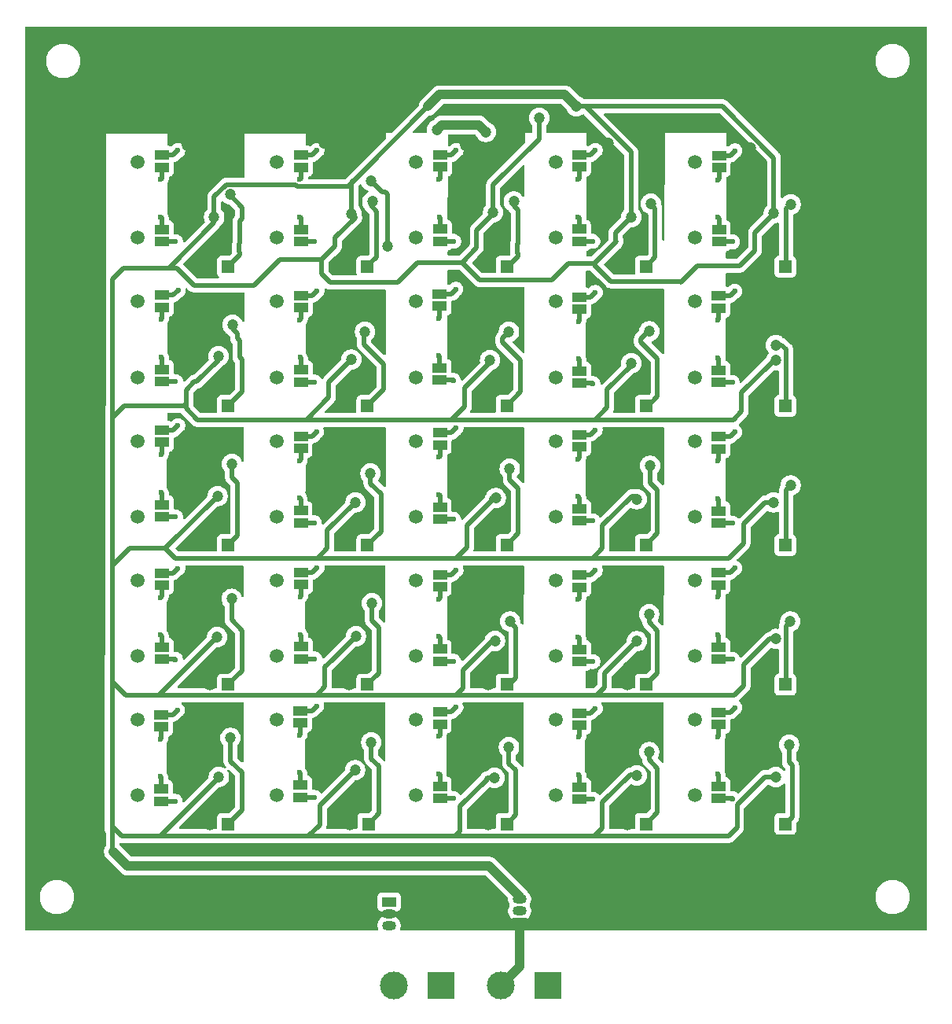
<source format=gbr>
%TF.GenerationSoftware,KiCad,Pcbnew,9.0.4*%
%TF.CreationDate,2025-09-23T10:20:46+12:00*%
%TF.ProjectId,esfgrid_ckt_IA,65736667-7269-4645-9f63-6b745f49412e,rev?*%
%TF.SameCoordinates,Original*%
%TF.FileFunction,Copper,L2,Bot*%
%TF.FilePolarity,Positive*%
%FSLAX46Y46*%
G04 Gerber Fmt 4.6, Leading zero omitted, Abs format (unit mm)*
G04 Created by KiCad (PCBNEW 9.0.4) date 2025-09-23 10:20:46*
%MOMM*%
%LPD*%
G01*
G04 APERTURE LIST*
%TA.AperFunction,ComponentPad*%
%ADD10R,1.350000X1.350000*%
%TD*%
%TA.AperFunction,ComponentPad*%
%ADD11C,1.350000*%
%TD*%
%TA.AperFunction,ComponentPad*%
%ADD12R,1.500000X1.050000*%
%TD*%
%TA.AperFunction,ComponentPad*%
%ADD13O,1.500000X1.050000*%
%TD*%
%TA.AperFunction,ComponentPad*%
%ADD14R,3.000000X3.000000*%
%TD*%
%TA.AperFunction,ComponentPad*%
%ADD15C,3.000000*%
%TD*%
%TA.AperFunction,ComponentPad*%
%ADD16O,1.350000X1.350000*%
%TD*%
%TA.AperFunction,SMDPad,CuDef*%
%ADD17R,1.500000X1.000000*%
%TD*%
%TA.AperFunction,ViaPad*%
%ADD18C,1.200000*%
%TD*%
%TA.AperFunction,ViaPad*%
%ADD19C,1.500000*%
%TD*%
%TA.AperFunction,ViaPad*%
%ADD20C,0.600000*%
%TD*%
%TA.AperFunction,Conductor*%
%ADD21C,0.500000*%
%TD*%
%TA.AperFunction,Conductor*%
%ADD22C,1.000000*%
%TD*%
G04 APERTURE END LIST*
D10*
%TO.P,J18,1,Pin_1*%
%TO.N,/vo14*%
X184500000Y-114000000D03*
D11*
%TO.P,J18,2,Pin_2*%
%TO.N,GNDA*%
X182500000Y-114000000D03*
%TD*%
D10*
%TO.P,J6,1,Pin_1*%
%TO.N,/vo41*%
X229500000Y-69000000D03*
D11*
%TO.P,J6,2,Pin_2*%
%TO.N,GNDA*%
X227500000Y-69000000D03*
%TD*%
D10*
%TO.P,J27,1,Pin_1*%
%TO.N,/vo55*%
X244500000Y-129000000D03*
D11*
%TO.P,J27,2,Pin_2*%
%TO.N,GNDA*%
X242500000Y-129000000D03*
%TD*%
D10*
%TO.P,J13,1,Pin_1*%
%TO.N,/vo13*%
X184500000Y-99000000D03*
D11*
%TO.P,J13,2,Pin_2*%
%TO.N,GNDA*%
X182500000Y-99000000D03*
%TD*%
D12*
%TO.P,U1,1,VO*%
%TO.N,/vp*%
X201825000Y-137395000D03*
D13*
%TO.P,U1,2,GND*%
%TO.N,GNDA*%
X201825000Y-138665000D03*
%TO.P,U1,3,VI*%
%TO.N,Net-(J1-Pin_2)*%
X201825000Y-139935000D03*
%TD*%
D10*
%TO.P,J25,1,Pin_1*%
%TO.N,/vo35*%
X214500000Y-129000000D03*
D11*
%TO.P,J25,2,Pin_2*%
%TO.N,GNDA*%
X212500000Y-129000000D03*
%TD*%
D10*
%TO.P,J19,1,Pin_1*%
%TO.N,/vo24*%
X199500000Y-114000000D03*
D11*
%TO.P,J19,2,Pin_2*%
%TO.N,GNDA*%
X197500000Y-114000000D03*
%TD*%
D10*
%TO.P,J16,1,Pin_1*%
%TO.N,/vo43*%
X229500000Y-99000000D03*
D11*
%TO.P,J16,2,Pin_2*%
%TO.N,GNDA*%
X227500000Y-99000000D03*
%TD*%
D10*
%TO.P,J8,1,Pin_1*%
%TO.N,/vo12*%
X184500000Y-84000000D03*
D11*
%TO.P,J8,2,Pin_2*%
%TO.N,GNDA*%
X182500000Y-84000000D03*
%TD*%
D14*
%TO.P,J2,1,Pin_1*%
%TO.N,Net-(J2-Pin_1)*%
X218965000Y-146405000D03*
D15*
%TO.P,J2,2,Pin_2*%
%TO.N,GNDA*%
X213885000Y-146405000D03*
%TD*%
D10*
%TO.P,J14,1,Pin_1*%
%TO.N,/vo23*%
X199500000Y-99000000D03*
D11*
%TO.P,J14,2,Pin_2*%
%TO.N,GNDA*%
X197500000Y-99000000D03*
%TD*%
D10*
%TO.P,J17,1,Pin_1*%
%TO.N,/vo53*%
X244500000Y-99000000D03*
D11*
%TO.P,J17,2,Pin_2*%
%TO.N,GNDA*%
X242500000Y-99000000D03*
%TD*%
D10*
%TO.P,J20,1,Pin_1*%
%TO.N,/vo34*%
X214500000Y-114000000D03*
D11*
%TO.P,J20,2,Pin_2*%
%TO.N,GNDA*%
X212500000Y-114000000D03*
%TD*%
D12*
%TO.P,U2,1,GND*%
%TO.N,GNDA*%
X215895000Y-139645000D03*
D13*
%TO.P,U2,2,VI*%
%TO.N,Net-(J2-Pin_1)*%
X215895000Y-138375000D03*
%TO.P,U2,3,VO*%
%TO.N,/vn*%
X215895000Y-137105000D03*
%TD*%
D14*
%TO.P,J1,1,Pin_1*%
%TO.N,GNDA*%
X207455000Y-146415000D03*
D15*
%TO.P,J1,2,Pin_2*%
%TO.N,Net-(J1-Pin_2)*%
X202375000Y-146415000D03*
%TD*%
D10*
%TO.P,J11,1,Pin_1*%
%TO.N,/vo42*%
X229500000Y-84000000D03*
D11*
%TO.P,J11,2,Pin_2*%
%TO.N,GNDA*%
X227500000Y-84000000D03*
%TD*%
D10*
%TO.P,J4,1,Pin_1*%
%TO.N,/vo21*%
X199500000Y-69000000D03*
D11*
%TO.P,J4,2,Pin_2*%
%TO.N,GNDA*%
X197500000Y-69000000D03*
%TD*%
D10*
%TO.P,J9,1,Pin_1*%
%TO.N,/vo22*%
X199500000Y-84000000D03*
D11*
%TO.P,J9,2,Pin_2*%
%TO.N,GNDA*%
X197500000Y-84000000D03*
%TD*%
D10*
%TO.P,J3,1,Pin_1*%
%TO.N,/vo11*%
X184500000Y-69000000D03*
D16*
%TO.P,J3,2,Pin_2*%
%TO.N,GNDA*%
X182500000Y-69000000D03*
%TD*%
D10*
%TO.P,J21,1,Pin_1*%
%TO.N,/vo44*%
X229500000Y-114000000D03*
D11*
%TO.P,J21,2,Pin_2*%
%TO.N,GNDA*%
X227500000Y-114000000D03*
%TD*%
D10*
%TO.P,J7,1,Pin_1*%
%TO.N,/vo51*%
X244500000Y-69000000D03*
D11*
%TO.P,J7,2,Pin_2*%
%TO.N,GNDA*%
X242500000Y-69000000D03*
%TD*%
D10*
%TO.P,J5,1,Pin_1*%
%TO.N,/vo31*%
X214500000Y-69000000D03*
D11*
%TO.P,J5,2,Pin_2*%
%TO.N,GNDA*%
X212500000Y-69000000D03*
%TD*%
D10*
%TO.P,J15,1,Pin_1*%
%TO.N,/vo33*%
X214500000Y-99000000D03*
D11*
%TO.P,J15,2,Pin_2*%
%TO.N,GNDA*%
X212500000Y-99000000D03*
%TD*%
D10*
%TO.P,J10,1,Pin_1*%
%TO.N,/vo32*%
X214500000Y-84000000D03*
D11*
%TO.P,J10,2,Pin_2*%
%TO.N,GNDA*%
X212500000Y-84000000D03*
%TD*%
D10*
%TO.P,J24,1,Pin_1*%
%TO.N,/vo25*%
X199600000Y-129000000D03*
D11*
%TO.P,J24,2,Pin_2*%
%TO.N,GNDA*%
X197600000Y-129000000D03*
%TD*%
D10*
%TO.P,J26,1,Pin_1*%
%TO.N,/vo45*%
X229500000Y-129000000D03*
D11*
%TO.P,J26,2,Pin_2*%
%TO.N,GNDA*%
X227500000Y-129000000D03*
%TD*%
D10*
%TO.P,J22,1,Pin_1*%
%TO.N,/vo54*%
X244500000Y-114000000D03*
D11*
%TO.P,J22,2,Pin_2*%
%TO.N,GNDA*%
X242500000Y-114000000D03*
%TD*%
D10*
%TO.P,J23,1,Pin_1*%
%TO.N,/vo15*%
X184500000Y-129000000D03*
D11*
%TO.P,J23,2,Pin_2*%
%TO.N,GNDA*%
X182500000Y-129000000D03*
%TD*%
D10*
%TO.P,J12,1,Pin_1*%
%TO.N,/vo52*%
X244500000Y-84000000D03*
D11*
%TO.P,J12,2,Pin_2*%
%TO.N,GNDA*%
X242500000Y-84000000D03*
%TD*%
D17*
%TO.P,JP26,1,A*%
%TO.N,Net-(JP26-A)*%
X207320000Y-94895000D03*
%TO.P,JP26,2,B*%
%TO.N,Net-(JP26-B)*%
X207320000Y-96195000D03*
%TD*%
%TO.P,JP10,1,A*%
%TO.N,Net-(JP10-A)*%
X237360000Y-65030000D03*
%TO.P,JP10,2,B*%
%TO.N,Net-(JP10-B)*%
X237360000Y-66330000D03*
%TD*%
%TO.P,JP21,1,A*%
%TO.N,Net-(JP21-A)*%
X177370000Y-86630000D03*
%TO.P,JP21,2,B*%
%TO.N,Net-(JP21-B)*%
X177370000Y-87930000D03*
%TD*%
%TO.P,JP36,1,A*%
%TO.N,Net-(JP36-A)*%
X207320000Y-110180000D03*
%TO.P,JP36,2,B*%
%TO.N,Net-(JP36-B)*%
X207320000Y-111480000D03*
%TD*%
%TO.P,JP7,1,A*%
%TO.N,Net-(JP7-A)*%
X222307600Y-56992500D03*
%TO.P,JP7,2,B*%
%TO.N,Net-(JP7-B)*%
X222307600Y-58292500D03*
%TD*%
%TO.P,JP23,1,A*%
%TO.N,Net-(JP23-A)*%
X192320000Y-87290000D03*
%TO.P,JP23,2,B*%
%TO.N,Net-(JP23-B)*%
X192320000Y-88590000D03*
%TD*%
%TO.P,JP31,1,A*%
%TO.N,Net-(JP31-A)*%
X177360000Y-102000000D03*
%TO.P,JP31,2,B*%
%TO.N,Net-(JP31-B)*%
X177360000Y-103300000D03*
%TD*%
%TO.P,JP18,1,A*%
%TO.N,Net-(JP18-A)*%
X222330000Y-80280000D03*
%TO.P,JP18,2,B*%
%TO.N,Net-(JP18-B)*%
X222330000Y-81580000D03*
%TD*%
%TO.P,JP1,1,A*%
%TO.N,Net-(JP1-A)*%
X177357600Y-57010000D03*
%TO.P,JP1,2,B*%
%TO.N,Net-(JP1-B)*%
X177357600Y-58310000D03*
%TD*%
%TO.P,JP50,1,A*%
%TO.N,Net-(JP50-A)*%
X237340000Y-124980000D03*
%TO.P,JP50,2,B*%
%TO.N,Net-(JP50-B)*%
X237340000Y-126280000D03*
%TD*%
%TO.P,JP8,1,A*%
%TO.N,Net-(JP8-A)*%
X222307600Y-64982500D03*
%TO.P,JP8,2,B*%
%TO.N,Net-(JP8-B)*%
X222307600Y-66282500D03*
%TD*%
%TO.P,JP17,1,A*%
%TO.N,Net-(JP17-A)*%
X222330000Y-72290000D03*
%TO.P,JP17,2,B*%
%TO.N,Net-(JP17-B)*%
X222330000Y-73590000D03*
%TD*%
%TO.P,JP41,1,A*%
%TO.N,Net-(JP41-A)*%
X177307600Y-117260000D03*
%TO.P,JP41,2,B*%
%TO.N,Net-(JP41-B)*%
X177307600Y-118560000D03*
%TD*%
%TO.P,JP4,1,A*%
%TO.N,Net-(JP4-A)*%
X192347600Y-64987500D03*
%TO.P,JP4,2,B*%
%TO.N,Net-(JP4-B)*%
X192347600Y-66287500D03*
%TD*%
%TO.P,JP29,1,A*%
%TO.N,Net-(JP29-A)*%
X237350000Y-87310000D03*
%TO.P,JP29,2,B*%
%TO.N,Net-(JP29-B)*%
X237350000Y-88610000D03*
%TD*%
%TO.P,JP33,1,A*%
%TO.N,Net-(JP33-A)*%
X192357500Y-101942500D03*
%TO.P,JP33,2,B*%
%TO.N,Net-(JP33-B)*%
X192357500Y-103242500D03*
%TD*%
%TO.P,JP34,1,A*%
%TO.N,Net-(JP34-A)*%
X192357500Y-109932500D03*
%TO.P,JP34,2,B*%
%TO.N,Net-(JP34-B)*%
X192357500Y-111232500D03*
%TD*%
%TO.P,JP5,1,A*%
%TO.N,Net-(JP5-A)*%
X207335000Y-56990000D03*
%TO.P,JP5,2,B*%
%TO.N,Net-(JP5-B)*%
X207335000Y-58290000D03*
%TD*%
%TO.P,JP16,1,A*%
%TO.N,Net-(JP16-A)*%
X207300000Y-79940000D03*
%TO.P,JP16,2,B*%
%TO.N,Net-(JP16-B)*%
X207300000Y-81240000D03*
%TD*%
%TO.P,JP47,1,A*%
%TO.N,Net-(JP47-A)*%
X222330000Y-117060000D03*
%TO.P,JP47,2,B*%
%TO.N,Net-(JP47-B)*%
X222330000Y-118360000D03*
%TD*%
%TO.P,JP40,1,A*%
%TO.N,Net-(JP40-A)*%
X237330000Y-109960000D03*
%TO.P,JP40,2,B*%
%TO.N,Net-(JP40-B)*%
X237330000Y-111260000D03*
%TD*%
%TO.P,JP2,1,A*%
%TO.N,Net-(JP2-A)*%
X177357600Y-65000000D03*
%TO.P,JP2,2,B*%
%TO.N,Net-(JP2-B)*%
X177357600Y-66300000D03*
%TD*%
%TO.P,JP44,1,A*%
%TO.N,Net-(JP44-A)*%
X192300000Y-124820000D03*
%TO.P,JP44,2,B*%
%TO.N,Net-(JP44-B)*%
X192300000Y-126120000D03*
%TD*%
%TO.P,JP32,1,A*%
%TO.N,Net-(JP32-A)*%
X177360000Y-109990000D03*
%TO.P,JP32,2,B*%
%TO.N,Net-(JP32-B)*%
X177360000Y-111290000D03*
%TD*%
%TO.P,JP24,1,A*%
%TO.N,Net-(JP24-A)*%
X192320000Y-95280000D03*
%TO.P,JP24,2,B*%
%TO.N,Net-(JP24-B)*%
X192320000Y-96580000D03*
%TD*%
%TO.P,JP46,1,A*%
%TO.N,Net-(JP46-A)*%
X207312500Y-124940000D03*
%TO.P,JP46,2,B*%
%TO.N,Net-(JP46-B)*%
X207312500Y-126240000D03*
%TD*%
%TO.P,JP15,1,A*%
%TO.N,Net-(JP15-A)*%
X207300000Y-71950000D03*
%TO.P,JP15,2,B*%
%TO.N,Net-(JP15-B)*%
X207300000Y-73250000D03*
%TD*%
%TO.P,JP38,1,A*%
%TO.N,Net-(JP38-A)*%
X222320000Y-110210000D03*
%TO.P,JP38,2,B*%
%TO.N,Net-(JP38-B)*%
X222320000Y-111510000D03*
%TD*%
%TO.P,JP43,1,A*%
%TO.N,Net-(JP43-A)*%
X192300000Y-116830000D03*
%TO.P,JP43,2,B*%
%TO.N,Net-(JP43-B)*%
X192300000Y-118130000D03*
%TD*%
%TO.P,JP39,1,A*%
%TO.N,Net-(JP39-A)*%
X237330000Y-101970000D03*
%TO.P,JP39,2,B*%
%TO.N,Net-(JP39-B)*%
X237330000Y-103270000D03*
%TD*%
%TO.P,JP35,1,A*%
%TO.N,Net-(JP35-A)*%
X207320000Y-102190000D03*
%TO.P,JP35,2,B*%
%TO.N,Net-(JP35-B)*%
X207320000Y-103490000D03*
%TD*%
%TO.P,JP30,1,A*%
%TO.N,Net-(JP30-A)*%
X237350000Y-95300000D03*
%TO.P,JP30,2,B*%
%TO.N,Net-(JP30-B)*%
X237350000Y-96600000D03*
%TD*%
%TO.P,JP27,1,A*%
%TO.N,Net-(JP27-A)*%
X222315000Y-87090000D03*
%TO.P,JP27,2,B*%
%TO.N,Net-(JP27-B)*%
X222315000Y-88390000D03*
%TD*%
%TO.P,JP6,1,A*%
%TO.N,Net-(JP6-A)*%
X207335000Y-64980000D03*
%TO.P,JP6,2,B*%
%TO.N,Net-(JP6-B)*%
X207335000Y-66280000D03*
%TD*%
%TO.P,JP19,1,A*%
%TO.N,Net-(JP19-A)*%
X237330000Y-72175000D03*
%TO.P,JP19,2,B*%
%TO.N,Net-(JP19-B)*%
X237330000Y-73475000D03*
%TD*%
%TO.P,JP22,1,A*%
%TO.N,Net-(JP22-A)*%
X177370000Y-94620000D03*
%TO.P,JP22,2,B*%
%TO.N,Net-(JP22-B)*%
X177370000Y-95920000D03*
%TD*%
%TO.P,JP11,1,A*%
%TO.N,Net-(JP11-A)*%
X177380000Y-72070000D03*
%TO.P,JP11,2,B*%
%TO.N,Net-(JP11-B)*%
X177380000Y-73370000D03*
%TD*%
%TO.P,JP42,1,A*%
%TO.N,Net-(JP42-A)*%
X177307600Y-125250000D03*
%TO.P,JP42,2,B*%
%TO.N,Net-(JP42-B)*%
X177307600Y-126550000D03*
%TD*%
%TO.P,JP45,1,A*%
%TO.N,Net-(JP45-A)*%
X207312500Y-116950000D03*
%TO.P,JP45,2,B*%
%TO.N,Net-(JP45-B)*%
X207312500Y-118250000D03*
%TD*%
%TO.P,JP14,1,A*%
%TO.N,Net-(JP14-A)*%
X192350000Y-80120000D03*
%TO.P,JP14,2,B*%
%TO.N,Net-(JP14-B)*%
X192350000Y-81420000D03*
%TD*%
%TO.P,JP13,1,A*%
%TO.N,Net-(JP13-A)*%
X192350000Y-72130000D03*
%TO.P,JP13,2,B*%
%TO.N,Net-(JP13-B)*%
X192350000Y-73430000D03*
%TD*%
%TO.P,JP37,1,A*%
%TO.N,Net-(JP37-A)*%
X222320000Y-102220000D03*
%TO.P,JP37,2,B*%
%TO.N,Net-(JP37-B)*%
X222320000Y-103520000D03*
%TD*%
%TO.P,JP48,1,A*%
%TO.N,Net-(JP48-A)*%
X222330000Y-125050000D03*
%TO.P,JP48,2,B*%
%TO.N,Net-(JP48-B)*%
X222330000Y-126350000D03*
%TD*%
%TO.P,JP3,1,A*%
%TO.N,Net-(JP3-A)*%
X192347600Y-56997500D03*
%TO.P,JP3,2,B*%
%TO.N,Net-(JP3-B)*%
X192347600Y-58297500D03*
%TD*%
%TO.P,JP9,1,A*%
%TO.N,Net-(JP9-A)*%
X237360000Y-57040000D03*
%TO.P,JP9,2,B*%
%TO.N,Net-(JP9-B)*%
X237360000Y-58340000D03*
%TD*%
%TO.P,JP25,1,A*%
%TO.N,Net-(JP25-A)*%
X207320000Y-86905000D03*
%TO.P,JP25,2,B*%
%TO.N,Net-(JP25-B)*%
X207320000Y-88205000D03*
%TD*%
%TO.P,JP20,1,A*%
%TO.N,Net-(JP20-A)*%
X237330000Y-80165000D03*
%TO.P,JP20,2,B*%
%TO.N,Net-(JP20-B)*%
X237330000Y-81465000D03*
%TD*%
%TO.P,JP28,1,A*%
%TO.N,Net-(JP28-A)*%
X222315000Y-95080000D03*
%TO.P,JP28,2,B*%
%TO.N,Net-(JP28-B)*%
X222315000Y-96380000D03*
%TD*%
%TO.P,JP49,1,A*%
%TO.N,Net-(JP49-A)*%
X237340000Y-116990000D03*
%TO.P,JP49,2,B*%
%TO.N,Net-(JP49-B)*%
X237340000Y-118290000D03*
%TD*%
%TO.P,JP12,1,A*%
%TO.N,Net-(JP12-A)*%
X177380000Y-80060000D03*
%TO.P,JP12,2,B*%
%TO.N,Net-(JP12-B)*%
X177380000Y-81360000D03*
%TD*%
D18*
%TO.N,GNDA*%
X210790000Y-102920000D03*
X194818715Y-55674632D03*
X240800000Y-72905000D03*
X210790000Y-87635000D03*
X212580000Y-66835000D03*
X195770000Y-117560000D03*
X242575000Y-82020000D03*
X210043583Y-55977626D03*
X197602500Y-111787500D03*
X182625000Y-81915000D03*
X242595000Y-97155000D03*
X225800000Y-117790000D03*
X210770000Y-72680000D03*
X227565000Y-112065000D03*
X195790000Y-88020000D03*
X212565000Y-96750000D03*
X182552600Y-127105000D03*
X227575000Y-82135000D03*
X195820000Y-72860000D03*
X227552600Y-66837500D03*
X197595000Y-81975000D03*
X197565000Y-97135000D03*
X197545000Y-126675000D03*
X212565000Y-112035000D03*
X180052252Y-55971366D03*
X242575000Y-111815000D03*
X242585000Y-126835000D03*
X180830000Y-102730000D03*
X210782500Y-117680000D03*
X240750000Y-56250000D03*
X212545000Y-81795000D03*
X240800000Y-102700000D03*
X212557500Y-126795000D03*
X182602600Y-66855000D03*
X240820000Y-88040000D03*
X195827500Y-102672500D03*
X193500000Y-52500000D03*
X182605000Y-111845000D03*
X182615000Y-96475000D03*
X242605000Y-66885000D03*
X180850000Y-72800000D03*
X180777600Y-117990000D03*
X225500000Y-55750000D03*
X240810000Y-117720000D03*
X225800000Y-73020000D03*
X225785000Y-87820000D03*
X197592600Y-66842500D03*
X227560000Y-96935000D03*
X225790000Y-102950000D03*
X227575000Y-126905000D03*
X180840000Y-87360000D03*
%TO.N,/vn*%
X228530000Y-123780000D03*
X228520000Y-109341970D03*
X213210000Y-124055000D03*
X227926387Y-79395000D03*
X243530001Y-109091970D03*
X243230000Y-94380000D03*
X198170000Y-123220000D03*
X243530000Y-79120000D03*
X197765000Y-79015000D03*
X218000000Y-53000000D03*
X213037610Y-63163337D03*
X227920000Y-63670000D03*
X213320000Y-93930000D03*
X212713032Y-79055000D03*
X183507600Y-123920000D03*
X183310000Y-108890000D03*
X228515000Y-94040000D03*
X183000000Y-63690000D03*
X222000000Y-51750000D03*
X183470000Y-78640000D03*
X213230076Y-109295000D03*
X243470000Y-123950000D03*
X243280000Y-63280000D03*
X198230000Y-94370000D03*
X183350000Y-93710000D03*
X198270000Y-108800000D03*
X197800037Y-63295348D03*
D19*
%TO.N,/vs1_11*%
X174757600Y-57771852D03*
%TO.N,/vs2_11*%
X174755915Y-65913689D03*
D18*
%TO.N,/vp*%
X201680000Y-66830000D03*
X199862600Y-59754079D03*
X207000000Y-54250000D03*
X212250000Y-54500000D03*
D20*
%TO.N,Net-(JP2-B)*%
X178827600Y-66310000D03*
%TO.N,Net-(JP2-A)*%
X177240100Y-63660000D03*
%TO.N,Net-(JP1-A)*%
X179087600Y-56500000D03*
%TO.N,Net-(JP1-B)*%
X177237600Y-59630000D03*
D18*
%TO.N,/vo11*%
X184750000Y-61250000D03*
D20*
%TO.N,Net-(JP3-B)*%
X192227600Y-59617500D03*
%TO.N,Net-(JP3-A)*%
X194077600Y-56487500D03*
%TO.N,Net-(JP4-A)*%
X192230100Y-63647500D03*
%TO.N,Net-(JP4-B)*%
X193817600Y-66297500D03*
%TO.N,Net-(JP5-A)*%
X209065000Y-56480000D03*
%TO.N,Net-(JP5-B)*%
X207215000Y-59610000D03*
%TO.N,Net-(JP6-A)*%
X207217500Y-63640000D03*
%TO.N,Net-(JP6-B)*%
X208805000Y-66290000D03*
%TO.N,Net-(JP7-A)*%
X224037600Y-56482500D03*
%TO.N,Net-(JP7-B)*%
X222187600Y-59612500D03*
%TO.N,Net-(JP8-B)*%
X223777600Y-66292500D03*
%TO.N,Net-(JP8-A)*%
X222190100Y-63642500D03*
%TO.N,Net-(JP9-B)*%
X237240000Y-59660000D03*
%TO.N,Net-(JP9-A)*%
X239090000Y-56530000D03*
%TO.N,Net-(JP10-B)*%
X238830000Y-66340000D03*
%TO.N,Net-(JP10-A)*%
X237242500Y-63690000D03*
%TO.N,Net-(JP11-B)*%
X177260000Y-74690000D03*
%TO.N,Net-(JP11-A)*%
X179110000Y-71560000D03*
%TO.N,Net-(JP12-A)*%
X177262500Y-78720000D03*
%TO.N,Net-(JP12-B)*%
X178850000Y-81370000D03*
%TO.N,Net-(JP13-B)*%
X192230000Y-74750000D03*
%TO.N,Net-(JP13-A)*%
X194080000Y-71620000D03*
%TO.N,Net-(JP14-B)*%
X193820000Y-81430000D03*
%TO.N,Net-(JP14-A)*%
X192232500Y-78780000D03*
%TO.N,Net-(JP15-B)*%
X207180000Y-74570000D03*
%TO.N,Net-(JP15-A)*%
X209030000Y-71440000D03*
%TO.N,Net-(JP16-A)*%
X207182500Y-78600000D03*
%TO.N,Net-(JP16-B)*%
X208770000Y-81250000D03*
%TO.N,Net-(JP17-A)*%
X224060000Y-71780000D03*
%TO.N,Net-(JP17-B)*%
X222210000Y-74910000D03*
%TO.N,Net-(JP18-A)*%
X222212500Y-78940000D03*
%TO.N,Net-(JP18-B)*%
X223800000Y-81590000D03*
%TO.N,Net-(JP19-B)*%
X237210000Y-74795000D03*
%TO.N,Net-(JP19-A)*%
X239060000Y-71665000D03*
%TO.N,Net-(JP20-B)*%
X238800000Y-81475000D03*
%TO.N,Net-(JP20-A)*%
X237212500Y-78825000D03*
%TO.N,Net-(JP21-A)*%
X179100000Y-86120000D03*
%TO.N,Net-(JP21-B)*%
X177250000Y-89250000D03*
%TO.N,Net-(JP22-B)*%
X178840000Y-95930000D03*
%TO.N,Net-(JP22-A)*%
X177252500Y-93280000D03*
%TO.N,Net-(JP23-A)*%
X194050000Y-86780000D03*
%TO.N,Net-(JP23-B)*%
X192200000Y-89910000D03*
%TO.N,Net-(JP24-A)*%
X192202500Y-93940000D03*
%TO.N,Net-(JP24-B)*%
X193790000Y-96590000D03*
%TO.N,Net-(JP25-B)*%
X207200000Y-89525000D03*
%TO.N,Net-(JP25-A)*%
X209050000Y-86395000D03*
%TO.N,Net-(JP26-B)*%
X208790000Y-96205000D03*
%TO.N,Net-(JP26-A)*%
X207202500Y-93555000D03*
%TO.N,Net-(JP27-B)*%
X222195000Y-89710000D03*
%TO.N,Net-(JP27-A)*%
X224045000Y-86580000D03*
%TO.N,Net-(JP28-A)*%
X222197500Y-93740000D03*
%TO.N,Net-(JP28-B)*%
X223785000Y-96390000D03*
%TO.N,Net-(JP29-A)*%
X239080000Y-86800000D03*
%TO.N,Net-(JP29-B)*%
X237230000Y-89930000D03*
%TO.N,Net-(JP30-A)*%
X237232500Y-93960000D03*
%TO.N,Net-(JP30-B)*%
X238820000Y-96610000D03*
%TO.N,Net-(JP31-A)*%
X179090000Y-101490000D03*
%TO.N,Net-(JP31-B)*%
X177240000Y-104620000D03*
%TO.N,Net-(JP32-A)*%
X177242500Y-108650000D03*
%TO.N,Net-(JP32-B)*%
X178830000Y-111300000D03*
%TO.N,Net-(JP33-A)*%
X194087500Y-101432500D03*
%TO.N,Net-(JP33-B)*%
X192237500Y-104562500D03*
%TO.N,Net-(JP34-A)*%
X192240000Y-108592500D03*
%TO.N,Net-(JP34-B)*%
X193827500Y-111242500D03*
%TO.N,Net-(JP35-A)*%
X209050000Y-101680000D03*
%TO.N,Net-(JP35-B)*%
X207200000Y-104810000D03*
%TO.N,Net-(JP36-B)*%
X208790000Y-111490000D03*
%TO.N,Net-(JP36-A)*%
X207202500Y-108840000D03*
%TO.N,Net-(JP37-A)*%
X224050000Y-101710000D03*
%TO.N,Net-(JP37-B)*%
X222200000Y-104840000D03*
%TO.N,Net-(JP38-B)*%
X223790000Y-111520000D03*
%TO.N,Net-(JP38-A)*%
X222202500Y-108870000D03*
%TO.N,Net-(JP39-A)*%
X239060000Y-101460000D03*
%TO.N,Net-(JP39-B)*%
X237210000Y-104590000D03*
%TO.N,Net-(JP40-B)*%
X238800000Y-111270000D03*
%TO.N,Net-(JP40-A)*%
X237212500Y-108620000D03*
%TO.N,Net-(JP41-B)*%
X177187600Y-119880000D03*
%TO.N,Net-(JP41-A)*%
X179037600Y-116750000D03*
%TO.N,Net-(JP42-A)*%
X177190100Y-123910000D03*
%TO.N,Net-(JP42-B)*%
X178777600Y-126560000D03*
%TO.N,Net-(JP43-A)*%
X194030000Y-116320000D03*
%TO.N,Net-(JP43-B)*%
X192180000Y-119450000D03*
%TO.N,Net-(JP44-B)*%
X193770000Y-126130000D03*
%TO.N,Net-(JP44-A)*%
X192182500Y-123480000D03*
%TO.N,Net-(JP45-B)*%
X207192500Y-119570000D03*
%TO.N,Net-(JP45-A)*%
X209042500Y-116440000D03*
%TO.N,Net-(JP46-A)*%
X207195000Y-123600000D03*
%TO.N,Net-(JP46-B)*%
X208782500Y-126250000D03*
%TO.N,Net-(JP47-A)*%
X224060000Y-116550000D03*
%TO.N,Net-(JP47-B)*%
X222210000Y-119680000D03*
%TO.N,Net-(JP48-B)*%
X223800000Y-126360000D03*
%TO.N,Net-(JP48-A)*%
X222212500Y-123710000D03*
%TO.N,Net-(JP49-B)*%
X237220000Y-119610000D03*
%TO.N,Net-(JP49-A)*%
X239070000Y-116480000D03*
%TO.N,Net-(JP50-B)*%
X238810000Y-126290000D03*
%TO.N,Net-(JP50-A)*%
X237222500Y-123640000D03*
D18*
%TO.N,/vo21*%
X200023618Y-62017500D03*
%TO.N,/vo31*%
X215262535Y-62010000D03*
%TO.N,/vo41*%
X230027600Y-62242500D03*
%TO.N,/vo51*%
X245080000Y-62290000D03*
%TO.N,/vo12*%
X184958924Y-75270598D03*
%TO.N,/vo22*%
X199250000Y-76000000D03*
%TO.N,/vo32*%
X214750000Y-76000000D03*
%TO.N,/vo42*%
X229853578Y-75978383D03*
%TO.N,/vo52*%
X243480000Y-77440000D03*
%TO.N,/vo13*%
X184909837Y-90231612D03*
%TO.N,/vo23*%
X199835000Y-91282857D03*
%TO.N,/vo33*%
X214835000Y-90750000D03*
%TO.N,/vo43*%
X229947337Y-90448963D03*
%TO.N,/vo53*%
X245070000Y-92560000D03*
%TO.N,/vo14*%
X184875000Y-104773095D03*
%TO.N,/vo24*%
X199986300Y-105247398D03*
%TO.N,/vo34*%
X214860000Y-107210000D03*
%TO.N,/vo44*%
X229838343Y-106427826D03*
%TO.N,/vo54*%
X245050000Y-107220000D03*
%TO.N,/vo15*%
X184750000Y-119750000D03*
%TO.N,/vo25*%
X199921988Y-120207289D03*
%TO.N,/vo35*%
X214750000Y-120750000D03*
%TO.N,/vo45*%
X229849026Y-121274927D03*
%TO.N,/vo55*%
X244915601Y-120468022D03*
D19*
%TO.N,/vs1_21*%
X189755915Y-57765541D03*
%TO.N,/vs2_21*%
X189755915Y-65913689D03*
%TO.N,/vs1_31*%
X204755915Y-57765541D03*
%TO.N,/vs2_31*%
X204755915Y-65913689D03*
%TO.N,/vs1_41*%
X219755915Y-57765541D03*
%TO.N,/vs2_41*%
X219755915Y-65913689D03*
%TO.N,/vs1_51*%
X234755915Y-57765541D03*
%TO.N,/vs2_51*%
X234755915Y-65913689D03*
%TO.N,/vs1_12*%
X174755915Y-72765541D03*
%TO.N,/vs2_12*%
X174755915Y-80913689D03*
%TO.N,/vs1_22*%
X189755915Y-72765541D03*
%TO.N,/vs2_22*%
X189755915Y-80913689D03*
%TO.N,/vs1_32*%
X204755915Y-72765541D03*
%TO.N,/vs2_32*%
X204755915Y-80913689D03*
%TO.N,/vs1_42*%
X219755915Y-72765541D03*
%TO.N,/vs2_42*%
X219755915Y-80913689D03*
%TO.N,/vs1_52*%
X234755915Y-72765541D03*
%TO.N,/vs2_52*%
X234755915Y-80913689D03*
%TO.N,/vs1_13*%
X174755915Y-87765541D03*
%TO.N,/vs2_13*%
X174755915Y-95913689D03*
%TO.N,/vs1_23*%
X189755915Y-87765541D03*
%TO.N,/vs2_23*%
X189755915Y-95913689D03*
%TO.N,/vs1_33*%
X204755915Y-87765541D03*
%TO.N,/vs2_33*%
X204755915Y-95913689D03*
%TO.N,/vs1_43*%
X219755915Y-87765541D03*
%TO.N,/vs2_43*%
X219755915Y-95913689D03*
%TO.N,/vs1_53*%
X234755915Y-87765541D03*
%TO.N,/vs2_53*%
X234755915Y-95913689D03*
%TO.N,/vs1_14*%
X174755915Y-102765541D03*
%TO.N,/vs2_14*%
X174755915Y-110913689D03*
%TO.N,/vs1_24*%
X189755915Y-102765541D03*
%TO.N,/vs2_24*%
X189755915Y-110913689D03*
%TO.N,/vs1_34*%
X204755915Y-102765541D03*
%TO.N,/vs2_34*%
X204755915Y-110913689D03*
%TO.N,/vs1_44*%
X219755915Y-102765541D03*
%TO.N,/vs2_44*%
X219755915Y-110913689D03*
%TO.N,/vs1_54*%
X234755915Y-102765541D03*
%TO.N,/vs2_54*%
X234755915Y-110913689D03*
%TO.N,/vs1_15*%
X174755915Y-117765541D03*
%TO.N,/vs2_15*%
X174755915Y-125913689D03*
%TO.N,/vs1_25*%
X189755915Y-117765541D03*
%TO.N,/vs2_25*%
X189755915Y-125913689D03*
%TO.N,/vs1_35*%
X204755915Y-117765541D03*
%TO.N,/vs2_35*%
X204755915Y-125913689D03*
%TO.N,/vs1_45*%
X219755915Y-117765541D03*
%TO.N,/vs2_45*%
X219755915Y-125913689D03*
%TO.N,/vs1_55*%
X234755915Y-117765541D03*
%TO.N,/vs2_55*%
X234755915Y-125913689D03*
%TD*%
D21*
%TO.N,GNDA*%
X242500000Y-114000000D02*
X242580000Y-113920000D01*
X242590000Y-128910000D02*
X242590000Y-126840000D01*
X227500000Y-69000000D02*
X227557600Y-68942400D01*
X212585000Y-68915000D02*
X212585000Y-66840000D01*
X197607500Y-113892500D02*
X197607500Y-111792500D01*
X197597600Y-68902400D02*
X197597600Y-66847500D01*
X197595000Y-83905000D02*
X197500000Y-84000000D01*
X242580000Y-83920000D02*
X242580000Y-82025000D01*
X182610000Y-113890000D02*
X182500000Y-113780000D01*
X194818715Y-53818715D02*
X193500000Y-52500000D01*
X212570000Y-98930000D02*
X212570000Y-96755000D01*
X227565000Y-98935000D02*
X227565000Y-96940000D01*
X197595000Y-81975000D02*
X197595000Y-83905000D01*
X227500000Y-114000000D02*
X227570000Y-113930000D01*
X227500000Y-129000000D02*
X227580000Y-128920000D01*
X182605000Y-113895000D02*
X182500000Y-114000000D01*
X212500000Y-84000000D02*
X212550000Y-83950000D01*
X227580000Y-128920000D02*
X227580000Y-126910000D01*
X242500000Y-69000000D02*
X242610000Y-68890000D01*
X197600000Y-129000000D02*
X197550000Y-128950000D01*
X182602600Y-66855000D02*
X182602600Y-68897400D01*
X197550000Y-128950000D02*
X197550000Y-126680000D01*
X212500000Y-69000000D02*
X212585000Y-68915000D01*
X242500000Y-84000000D02*
X242580000Y-83920000D01*
X227557600Y-68942400D02*
X227557600Y-66842500D01*
X212500000Y-129000000D02*
X212562500Y-128937500D01*
X212562500Y-128937500D02*
X212562500Y-126800000D01*
X227570000Y-113930000D02*
X227570000Y-112070000D01*
X182500000Y-129000000D02*
X182557600Y-128942400D01*
X182557600Y-128942400D02*
X182557600Y-127110000D01*
X242500000Y-99000000D02*
X242600000Y-98900000D01*
D22*
X215895000Y-144395000D02*
X213885000Y-146405000D01*
D21*
X212500000Y-99000000D02*
X212570000Y-98930000D01*
X242580000Y-113920000D02*
X242580000Y-111820000D01*
X182500000Y-83990000D02*
X182500000Y-82050000D01*
X212550000Y-83950000D02*
X212550000Y-81800000D01*
X242500000Y-129000000D02*
X242590000Y-128910000D01*
X242600000Y-98900000D02*
X242600000Y-97160000D01*
D22*
X215895000Y-139645000D02*
X215895000Y-144395000D01*
D21*
X227500000Y-99000000D02*
X227565000Y-98935000D01*
X197570000Y-98930000D02*
X197570000Y-97140000D01*
X182500000Y-111960000D02*
X182610000Y-111850000D01*
X182500000Y-99000000D02*
X182500000Y-96600000D01*
X194818715Y-55674632D02*
X194818715Y-53818715D01*
X242610000Y-68890000D02*
X242610000Y-66890000D01*
X227580000Y-84340000D02*
X227580000Y-82140000D01*
%TO.N,/vn*%
X183570000Y-123920000D02*
X183507600Y-123920000D01*
X243249109Y-79120000D02*
X242970000Y-79399109D01*
X195360000Y-83080000D02*
X192940000Y-85500000D01*
X211580000Y-70450000D02*
X219380000Y-70450000D01*
X177210000Y-130280000D02*
X193160000Y-130280000D01*
X194570000Y-69810000D02*
X194570000Y-68250000D01*
X228520000Y-109341970D02*
X225050000Y-112811970D01*
X210230000Y-96830000D02*
X210230000Y-99200000D01*
X197765000Y-79015000D02*
X195360000Y-81420000D01*
X213320000Y-93930000D02*
X212972771Y-93930000D01*
X195750000Y-111310000D02*
X195760000Y-111310000D01*
X177074000Y-115126000D02*
X188604000Y-115126000D01*
X173880000Y-99330000D02*
X177730000Y-99330000D01*
X223960000Y-130280000D02*
X208940000Y-130280000D01*
X213230076Y-109295000D02*
X212945000Y-109295000D01*
X212940000Y-63260947D02*
X212940000Y-63410000D01*
X237736339Y-51750000D02*
X222000000Y-51750000D01*
X184314661Y-60199000D02*
X191747025Y-60199000D01*
X172070000Y-101250000D02*
X172070000Y-85250000D01*
X240000000Y-96730000D02*
X242350000Y-94380000D01*
X227926387Y-79633613D02*
X225320000Y-82240000D01*
X172070000Y-113710000D02*
X172070000Y-101250000D01*
X179970000Y-84250000D02*
X179985000Y-84265000D01*
X212363484Y-124133484D02*
X212400000Y-124170000D01*
D22*
X215895000Y-136805000D02*
X212630000Y-133540000D01*
D21*
X213037610Y-63163337D02*
X212940000Y-63260947D01*
X194930000Y-114220000D02*
X194930000Y-112130000D01*
X177074000Y-115126000D02*
X183310000Y-108890000D01*
X179010000Y-69180000D02*
X180850000Y-71020000D01*
X225540000Y-100430000D02*
X208440000Y-100430000D01*
X242960891Y-79399109D02*
X239810000Y-82550000D01*
X225320000Y-84190000D02*
X224010000Y-85500000D01*
X224810000Y-99350000D02*
X223730000Y-100430000D01*
D22*
X215895000Y-137105000D02*
X215895000Y-136805000D01*
D21*
X195190000Y-99340000D02*
X195190000Y-97380000D01*
X209680000Y-68550000D02*
X211580000Y-70450000D01*
X233220000Y-70600000D02*
X233280000Y-70660000D01*
X242350000Y-94380000D02*
X243230000Y-94380000D01*
X239310000Y-129400000D02*
X238430000Y-130280000D01*
X194360000Y-129080000D02*
X194360000Y-127030000D01*
X225050000Y-114310000D02*
X224230000Y-115130000D01*
D22*
X207276787Y-50500000D02*
X220750000Y-50500000D01*
D21*
X195700000Y-100430000D02*
X194708000Y-100430000D01*
X209640000Y-68590000D02*
X204930000Y-68590000D01*
X187280000Y-71020000D02*
X190050000Y-68250000D01*
X198763394Y-59013394D02*
X206026787Y-51750000D01*
X208440000Y-100430000D02*
X209000000Y-100430000D01*
X192940000Y-85500000D02*
X181220000Y-85500000D01*
X243530001Y-109091970D02*
X242798030Y-109091970D01*
X242320000Y-123950000D02*
X239370000Y-126900000D01*
X219380000Y-70450000D02*
X221180000Y-68650000D01*
X183000000Y-63690000D02*
X183000000Y-64280000D01*
X212945000Y-109295000D02*
X209780000Y-112460000D01*
X221180000Y-68650000D02*
X223960000Y-68650000D01*
X173080000Y-130280000D02*
X177210000Y-130280000D01*
X212713032Y-79356968D02*
X210000000Y-82070000D01*
X227920000Y-63670000D02*
X227920000Y-56670000D01*
X195190000Y-97380000D02*
X198200000Y-94370000D01*
X241250000Y-67280000D02*
X241250000Y-65330000D01*
X239370000Y-126900000D02*
X239360000Y-126900000D01*
X179735000Y-84000000D02*
X179985000Y-83750000D01*
X227920000Y-56670000D02*
X223000000Y-51750000D01*
X195490000Y-70730000D02*
X194570000Y-69810000D01*
X191916525Y-60368500D02*
X197408288Y-60368500D01*
X225570000Y-100400000D02*
X225540000Y-100430000D01*
X181220000Y-85500000D02*
X179985000Y-84265000D01*
D22*
X212630000Y-133540000D02*
X173670000Y-133540000D01*
D21*
X212860000Y-94200000D02*
X210230000Y-96830000D01*
X224820000Y-129420000D02*
X223960000Y-130280000D01*
X197408288Y-60368500D02*
X198763394Y-59013394D01*
X172070000Y-129270000D02*
X173080000Y-130280000D01*
X223960000Y-68650000D02*
X226350000Y-66260000D01*
X183000000Y-63690000D02*
X183000000Y-61513661D01*
X242970000Y-79399109D02*
X242960891Y-79399109D01*
X198200000Y-94370000D02*
X198230000Y-94370000D01*
X228530000Y-123780000D02*
X228440000Y-123690000D01*
X223960000Y-68810000D02*
X225750000Y-70600000D01*
X209450000Y-127130000D02*
X209450000Y-129770000D01*
X240000000Y-98780000D02*
X240000000Y-96730000D01*
X194930000Y-112130000D02*
X195750000Y-111310000D01*
X223000000Y-51750000D02*
X222000000Y-51750000D01*
X173486000Y-115126000D02*
X177074000Y-115126000D01*
X211270000Y-65080000D02*
X211270000Y-66960000D01*
X228515000Y-94040000D02*
X228515000Y-93740000D01*
X225750000Y-70600000D02*
X233220000Y-70600000D01*
X183000000Y-64280000D02*
X178100000Y-69180000D01*
X224308000Y-100400000D02*
X238380000Y-100400000D01*
X209000000Y-100430000D02*
X194708000Y-100430000D01*
X194120000Y-100430000D02*
X194120000Y-100410000D01*
X209060000Y-115130000D02*
X193620000Y-115130000D01*
X212860000Y-94042771D02*
X212860000Y-94200000D01*
X172070000Y-85250000D02*
X173320000Y-84000000D01*
X181140000Y-81390000D02*
X183470000Y-79060000D01*
X209000000Y-100430000D02*
X210230000Y-99200000D01*
X224278000Y-100430000D02*
X224308000Y-100400000D01*
X188604000Y-115126000D02*
X188608000Y-115130000D01*
X235030000Y-68910000D02*
X239620000Y-68910000D01*
X172070000Y-70370000D02*
X173260000Y-69180000D01*
X239310000Y-126950000D02*
X239310000Y-129400000D01*
X202790000Y-70730000D02*
X195490000Y-70730000D01*
X213037610Y-60212390D02*
X213037610Y-63163337D01*
X197800037Y-63295348D02*
X197800037Y-59976750D01*
X233280000Y-70660000D02*
X235030000Y-68910000D01*
X212400000Y-124170000D02*
X212400000Y-124180000D01*
X179985000Y-82265000D02*
X180860000Y-81390000D01*
X172070000Y-85250000D02*
X172070000Y-70370000D01*
X228440000Y-123690000D02*
X227810000Y-123690000D01*
X212400000Y-124180000D02*
X209450000Y-127130000D01*
X239810000Y-84590000D02*
X238900000Y-85500000D01*
X212713032Y-79055000D02*
X212713032Y-79356968D01*
X198187550Y-63682861D02*
X198187550Y-63742450D01*
X172070000Y-129270000D02*
X172070000Y-113710000D01*
X239810000Y-82550000D02*
X239810000Y-84590000D01*
X198187550Y-63742450D02*
X196020000Y-65910000D01*
X224230000Y-115130000D02*
X209060000Y-115130000D01*
X208940000Y-130280000D02*
X193160000Y-130280000D01*
X191747025Y-60199000D02*
X191916525Y-60368500D01*
X180850000Y-71020000D02*
X187280000Y-71020000D01*
X190050000Y-68250000D02*
X194570000Y-68250000D01*
X224308000Y-100400000D02*
X225570000Y-100400000D01*
X194708000Y-100430000D02*
X194120000Y-100430000D01*
X183000000Y-61513661D02*
X184314661Y-60199000D01*
X212363484Y-124127298D02*
X212363484Y-124133484D01*
X197800037Y-59976750D02*
X198763394Y-59013394D01*
X243280000Y-57293661D02*
X237736339Y-51750000D01*
X177730000Y-99330000D02*
X178830000Y-100430000D01*
X209780000Y-114410000D02*
X209060000Y-115130000D01*
X243280000Y-63300000D02*
X243280000Y-63280000D01*
X183470000Y-79060000D02*
X183470000Y-78640000D01*
X224820000Y-126680000D02*
X224820000Y-129420000D01*
X204930000Y-68590000D02*
X202790000Y-70730000D01*
X240010000Y-111880000D02*
X240010000Y-114140000D01*
X209680000Y-68550000D02*
X209640000Y-68590000D01*
X243470000Y-123950000D02*
X242320000Y-123950000D01*
X208570000Y-85500000D02*
X224010000Y-85500000D01*
X193620000Y-115130000D02*
X194020000Y-115130000D01*
D22*
X173670000Y-133540000D02*
X172120000Y-131990000D01*
D21*
X238900000Y-85500000D02*
X224010000Y-85500000D01*
X239360000Y-126900000D02*
X239310000Y-126950000D01*
X239620000Y-68910000D02*
X241250000Y-67280000D01*
X213210000Y-124055000D02*
X212435782Y-124055000D01*
X172070000Y-113710000D02*
X173486000Y-115126000D01*
X172120000Y-131990000D02*
X172070000Y-131940000D01*
X196020000Y-65910000D02*
X196020000Y-66800000D01*
X177730000Y-99330000D02*
X183350000Y-93710000D01*
X195360000Y-81420000D02*
X195360000Y-83080000D01*
X227920000Y-63670000D02*
X226220000Y-65370000D01*
X196020000Y-66800000D02*
X194570000Y-68250000D01*
X172070000Y-101140000D02*
X173880000Y-99330000D01*
X193160000Y-130280000D02*
X194360000Y-129080000D01*
X210000000Y-82070000D02*
X210000000Y-84070000D01*
X218000000Y-53000000D02*
X218000000Y-55250000D01*
X212435782Y-124055000D02*
X212363484Y-124127298D01*
X218000000Y-55250000D02*
X213037610Y-60212390D01*
X178830000Y-100430000D02*
X195700000Y-100430000D01*
X225320000Y-82240000D02*
X225320000Y-84190000D01*
X211270000Y-66960000D02*
X209680000Y-68550000D01*
X223650000Y-100430000D02*
X224278000Y-100430000D01*
X239020000Y-115130000D02*
X224230000Y-115130000D01*
X227810000Y-123690000D02*
X224820000Y-126680000D01*
X238380000Y-100400000D02*
X240000000Y-98780000D01*
X226220000Y-65370000D02*
X226220000Y-66490000D01*
D22*
X220750000Y-50500000D02*
X222000000Y-51750000D01*
D21*
X223960000Y-68650000D02*
X223960000Y-68810000D01*
X172070000Y-131940000D02*
X172070000Y-129270000D01*
X178100000Y-69180000D02*
X179010000Y-69180000D01*
D22*
X206026787Y-51750000D02*
X207276787Y-50500000D01*
D21*
X172070000Y-101250000D02*
X172070000Y-101140000D01*
X192940000Y-85500000D02*
X208570000Y-85500000D01*
X188608000Y-115130000D02*
X193620000Y-115130000D01*
X209780000Y-112460000D02*
X209780000Y-114410000D01*
X228485000Y-93710000D02*
X228000000Y-93710000D01*
X180860000Y-81390000D02*
X181140000Y-81390000D01*
X243530000Y-79120000D02*
X243249109Y-79120000D01*
X225050000Y-112811970D02*
X225050000Y-114310000D01*
X242798030Y-109091970D02*
X240010000Y-111880000D01*
X228515000Y-93740000D02*
X228485000Y-93710000D01*
X195760000Y-111310000D02*
X198270000Y-108800000D01*
X238430000Y-130280000D02*
X223960000Y-130280000D01*
X194360000Y-127030000D02*
X198170000Y-123220000D01*
X227926387Y-79395000D02*
X227926387Y-79633613D01*
X179985000Y-84265000D02*
X179985000Y-83750000D01*
X173320000Y-84000000D02*
X179735000Y-84000000D01*
X243280000Y-63280000D02*
X243280000Y-57293661D01*
X173260000Y-69180000D02*
X178100000Y-69180000D01*
X224810000Y-96900000D02*
X224810000Y-99350000D01*
X223730000Y-100430000D02*
X223650000Y-100430000D01*
X212940000Y-63410000D02*
X211270000Y-65080000D01*
X177210000Y-130280000D02*
X183570000Y-123920000D01*
X241250000Y-65330000D02*
X243280000Y-63300000D01*
X197800037Y-63295348D02*
X198187550Y-63682861D01*
X179985000Y-83750000D02*
X179985000Y-82265000D01*
X209450000Y-129770000D02*
X208940000Y-130280000D01*
X212972771Y-93930000D02*
X212860000Y-94042771D01*
X240010000Y-114140000D02*
X239020000Y-115130000D01*
X194020000Y-115130000D02*
X194930000Y-114220000D01*
X210000000Y-84070000D02*
X208570000Y-85500000D01*
X194120000Y-100410000D02*
X195190000Y-99340000D01*
X228000000Y-93710000D02*
X224810000Y-96900000D01*
%TO.N,/vp*%
X201078521Y-60970000D02*
X201420000Y-60970000D01*
D22*
X212250000Y-54500000D02*
X211500000Y-53750000D01*
D21*
X201420000Y-60970000D02*
X201690000Y-61240000D01*
D22*
X207500000Y-53750000D02*
X207000000Y-54250000D01*
D21*
X199862600Y-59754079D02*
X201078521Y-60970000D01*
D22*
X211500000Y-53750000D02*
X207500000Y-53750000D01*
D21*
X201690000Y-61240000D02*
X201690000Y-66820000D01*
X201690000Y-66820000D02*
X201680000Y-66830000D01*
%TO.N,Net-(JP2-B)*%
X178817600Y-66300000D02*
X178827600Y-66310000D01*
X177357600Y-66300000D02*
X178817600Y-66300000D01*
%TO.N,Net-(JP2-A)*%
X177357600Y-63777500D02*
X177240100Y-63660000D01*
X177357600Y-65000000D02*
X177357600Y-63777500D01*
%TO.N,Net-(JP1-A)*%
X178577600Y-57010000D02*
X179087600Y-56500000D01*
X177357600Y-57010000D02*
X178577600Y-57010000D01*
%TO.N,Net-(JP1-B)*%
X177357600Y-58310000D02*
X177357600Y-59510000D01*
X177357600Y-59510000D02*
X177237600Y-59630000D01*
%TO.N,/vo11*%
X185750000Y-67506339D02*
X185750000Y-67750000D01*
X185750000Y-64087600D02*
X185750000Y-66493661D01*
X185750000Y-67750000D02*
X184500000Y-69000000D01*
X184750000Y-61250000D02*
X184750000Y-61337600D01*
X184750000Y-61337600D02*
X186029000Y-62616600D01*
X186029000Y-62616600D02*
X186029000Y-63808600D01*
X185679000Y-66564661D02*
X185679000Y-67435339D01*
X185750000Y-66493661D02*
X185679000Y-66564661D01*
X186029000Y-63808600D02*
X185750000Y-64087600D01*
X185679000Y-67435339D02*
X185750000Y-67506339D01*
%TO.N,Net-(JP3-B)*%
X192347600Y-58297500D02*
X192347600Y-59497500D01*
X192347600Y-59497500D02*
X192227600Y-59617500D01*
%TO.N,Net-(JP3-A)*%
X192347600Y-56997500D02*
X193567600Y-56997500D01*
X193567600Y-56997500D02*
X194077600Y-56487500D01*
%TO.N,Net-(JP4-A)*%
X192347600Y-64987500D02*
X192347600Y-63765000D01*
X192347600Y-63765000D02*
X192230100Y-63647500D01*
%TO.N,Net-(JP4-B)*%
X193807600Y-66287500D02*
X193817600Y-66297500D01*
X192347600Y-66287500D02*
X193807600Y-66287500D01*
%TO.N,Net-(JP5-A)*%
X208555000Y-56990000D02*
X209065000Y-56480000D01*
X207335000Y-56990000D02*
X208555000Y-56990000D01*
%TO.N,Net-(JP5-B)*%
X207335000Y-59490000D02*
X207215000Y-59610000D01*
X207335000Y-58290000D02*
X207335000Y-59490000D01*
%TO.N,Net-(JP6-A)*%
X207335000Y-63757500D02*
X207217500Y-63640000D01*
X207335000Y-64980000D02*
X207335000Y-63757500D01*
%TO.N,Net-(JP6-B)*%
X207335000Y-66280000D02*
X208795000Y-66280000D01*
X208795000Y-66280000D02*
X208805000Y-66290000D01*
%TO.N,Net-(JP7-A)*%
X223527600Y-56992500D02*
X224037600Y-56482500D01*
X222307600Y-56992500D02*
X223527600Y-56992500D01*
%TO.N,Net-(JP7-B)*%
X222307600Y-59492500D02*
X222187600Y-59612500D01*
X222307600Y-58292500D02*
X222307600Y-59492500D01*
%TO.N,Net-(JP8-B)*%
X223767600Y-66282500D02*
X223777600Y-66292500D01*
X222307600Y-66282500D02*
X223767600Y-66282500D01*
%TO.N,Net-(JP8-A)*%
X222307600Y-63760000D02*
X222190100Y-63642500D01*
X222307600Y-64982500D02*
X222307600Y-63760000D01*
%TO.N,Net-(JP9-B)*%
X237360000Y-58340000D02*
X237360000Y-59540000D01*
X237360000Y-59540000D02*
X237240000Y-59660000D01*
%TO.N,Net-(JP9-A)*%
X237360000Y-57040000D02*
X238580000Y-57040000D01*
X238580000Y-57040000D02*
X239090000Y-56530000D01*
%TO.N,Net-(JP10-B)*%
X238820000Y-66330000D02*
X238830000Y-66340000D01*
X237360000Y-66330000D02*
X238820000Y-66330000D01*
%TO.N,Net-(JP10-A)*%
X237360000Y-65030000D02*
X237360000Y-63807500D01*
X237360000Y-63807500D02*
X237242500Y-63690000D01*
%TO.N,Net-(JP11-B)*%
X177380000Y-74570000D02*
X177260000Y-74690000D01*
X177380000Y-73370000D02*
X177380000Y-74570000D01*
%TO.N,Net-(JP11-A)*%
X178600000Y-72070000D02*
X179110000Y-71560000D01*
X177380000Y-72070000D02*
X178600000Y-72070000D01*
%TO.N,Net-(JP12-A)*%
X177380000Y-80060000D02*
X177380000Y-78837500D01*
X177380000Y-78837500D02*
X177262500Y-78720000D01*
%TO.N,Net-(JP12-B)*%
X177380000Y-81360000D02*
X178840000Y-81360000D01*
X178840000Y-81360000D02*
X178850000Y-81370000D01*
%TO.N,Net-(JP13-B)*%
X192350000Y-74630000D02*
X192230000Y-74750000D01*
X192350000Y-73430000D02*
X192350000Y-74630000D01*
%TO.N,Net-(JP13-A)*%
X192350000Y-72130000D02*
X193570000Y-72130000D01*
X193570000Y-72130000D02*
X194080000Y-71620000D01*
%TO.N,Net-(JP14-B)*%
X193810000Y-81420000D02*
X193820000Y-81430000D01*
X192350000Y-81420000D02*
X193810000Y-81420000D01*
%TO.N,Net-(JP14-A)*%
X192350000Y-80120000D02*
X192350000Y-78897500D01*
X192350000Y-78897500D02*
X192232500Y-78780000D01*
%TO.N,Net-(JP15-B)*%
X207300000Y-73250000D02*
X207300000Y-74450000D01*
X207300000Y-74450000D02*
X207180000Y-74570000D01*
%TO.N,Net-(JP15-A)*%
X208520000Y-71950000D02*
X209030000Y-71440000D01*
X207300000Y-71950000D02*
X208520000Y-71950000D01*
%TO.N,Net-(JP16-A)*%
X207300000Y-78717500D02*
X207182500Y-78600000D01*
X207300000Y-79940000D02*
X207300000Y-78717500D01*
%TO.N,Net-(JP16-B)*%
X208760000Y-81240000D02*
X208770000Y-81250000D01*
X207300000Y-81240000D02*
X208760000Y-81240000D01*
%TO.N,Net-(JP17-A)*%
X222330000Y-72290000D02*
X223550000Y-72290000D01*
X223550000Y-72290000D02*
X224060000Y-71780000D01*
%TO.N,Net-(JP17-B)*%
X222330000Y-74790000D02*
X222210000Y-74910000D01*
X222330000Y-73590000D02*
X222330000Y-74790000D01*
%TO.N,Net-(JP18-A)*%
X222330000Y-80280000D02*
X222330000Y-79057500D01*
X222330000Y-79057500D02*
X222212500Y-78940000D01*
%TO.N,Net-(JP18-B)*%
X223790000Y-81580000D02*
X223800000Y-81590000D01*
X222330000Y-81580000D02*
X223790000Y-81580000D01*
%TO.N,Net-(JP19-B)*%
X237330000Y-74675000D02*
X237210000Y-74795000D01*
X237330000Y-73475000D02*
X237330000Y-74675000D01*
%TO.N,Net-(JP19-A)*%
X238550000Y-72175000D02*
X239060000Y-71665000D01*
X237330000Y-72175000D02*
X238550000Y-72175000D01*
%TO.N,Net-(JP20-B)*%
X238790000Y-81465000D02*
X238800000Y-81475000D01*
X237330000Y-81465000D02*
X238790000Y-81465000D01*
%TO.N,Net-(JP20-A)*%
X237330000Y-80165000D02*
X237330000Y-78942500D01*
X237330000Y-78942500D02*
X237212500Y-78825000D01*
%TO.N,Net-(JP21-A)*%
X177370000Y-86630000D02*
X178590000Y-86630000D01*
X178590000Y-86630000D02*
X179100000Y-86120000D01*
%TO.N,Net-(JP21-B)*%
X177370000Y-89130000D02*
X177250000Y-89250000D01*
X177370000Y-87930000D02*
X177370000Y-89130000D01*
%TO.N,Net-(JP22-B)*%
X178830000Y-95920000D02*
X178840000Y-95930000D01*
X177370000Y-95920000D02*
X178830000Y-95920000D01*
%TO.N,Net-(JP22-A)*%
X177370000Y-94620000D02*
X177370000Y-93397500D01*
X177370000Y-93397500D02*
X177252500Y-93280000D01*
%TO.N,Net-(JP23-A)*%
X192320000Y-87290000D02*
X193540000Y-87290000D01*
X193540000Y-87290000D02*
X194050000Y-86780000D01*
%TO.N,Net-(JP23-B)*%
X192320000Y-89790000D02*
X192200000Y-89910000D01*
X192320000Y-88590000D02*
X192320000Y-89790000D01*
%TO.N,Net-(JP24-A)*%
X192320000Y-94057500D02*
X192202500Y-93940000D01*
X192320000Y-95280000D02*
X192320000Y-94057500D01*
%TO.N,Net-(JP24-B)*%
X192320000Y-96580000D02*
X193780000Y-96580000D01*
X193780000Y-96580000D02*
X193790000Y-96590000D01*
%TO.N,Net-(JP25-B)*%
X207320000Y-88205000D02*
X207320000Y-89405000D01*
X207320000Y-89405000D02*
X207200000Y-89525000D01*
%TO.N,Net-(JP25-A)*%
X208540000Y-86905000D02*
X209050000Y-86395000D01*
X207320000Y-86905000D02*
X208540000Y-86905000D01*
%TO.N,Net-(JP26-B)*%
X207320000Y-96195000D02*
X208780000Y-96195000D01*
X208780000Y-96195000D02*
X208790000Y-96205000D01*
%TO.N,Net-(JP26-A)*%
X207320000Y-93672500D02*
X207202500Y-93555000D01*
X207320000Y-94895000D02*
X207320000Y-93672500D01*
%TO.N,Net-(JP27-B)*%
X222315000Y-89590000D02*
X222195000Y-89710000D01*
X222315000Y-88390000D02*
X222315000Y-89590000D01*
%TO.N,Net-(JP27-A)*%
X222315000Y-87090000D02*
X223535000Y-87090000D01*
X223535000Y-87090000D02*
X224045000Y-86580000D01*
%TO.N,Net-(JP28-A)*%
X222315000Y-95080000D02*
X222315000Y-93857500D01*
X222315000Y-93857500D02*
X222197500Y-93740000D01*
%TO.N,Net-(JP28-B)*%
X222315000Y-96380000D02*
X223775000Y-96380000D01*
X223775000Y-96380000D02*
X223785000Y-96390000D01*
%TO.N,Net-(JP29-A)*%
X237350000Y-87310000D02*
X238570000Y-87310000D01*
X238570000Y-87310000D02*
X239080000Y-86800000D01*
%TO.N,Net-(JP29-B)*%
X237350000Y-88610000D02*
X237350000Y-89810000D01*
X237350000Y-89810000D02*
X237230000Y-89930000D01*
%TO.N,Net-(JP30-A)*%
X237350000Y-94077500D02*
X237232500Y-93960000D01*
X237350000Y-95300000D02*
X237350000Y-94077500D01*
%TO.N,Net-(JP30-B)*%
X238810000Y-96600000D02*
X238820000Y-96610000D01*
X237350000Y-96600000D02*
X238810000Y-96600000D01*
%TO.N,Net-(JP31-A)*%
X177360000Y-102000000D02*
X178580000Y-102000000D01*
X178580000Y-102000000D02*
X179090000Y-101490000D01*
%TO.N,Net-(JP31-B)*%
X177360000Y-103300000D02*
X177360000Y-104500000D01*
X177360000Y-104500000D02*
X177240000Y-104620000D01*
%TO.N,Net-(JP32-A)*%
X177360000Y-108767500D02*
X177242500Y-108650000D01*
X177360000Y-109990000D02*
X177360000Y-108767500D01*
%TO.N,Net-(JP32-B)*%
X178820000Y-111290000D02*
X178830000Y-111300000D01*
X177360000Y-111290000D02*
X178820000Y-111290000D01*
%TO.N,Net-(JP33-A)*%
X192357500Y-101942500D02*
X193577500Y-101942500D01*
X193577500Y-101942500D02*
X194087500Y-101432500D01*
%TO.N,Net-(JP33-B)*%
X192357500Y-103242500D02*
X192357500Y-104442500D01*
X192357500Y-104442500D02*
X192237500Y-104562500D01*
%TO.N,Net-(JP34-A)*%
X192357500Y-108710000D02*
X192240000Y-108592500D01*
X192357500Y-109932500D02*
X192357500Y-108710000D01*
%TO.N,Net-(JP34-B)*%
X192357500Y-111232500D02*
X193817500Y-111232500D01*
X193817500Y-111232500D02*
X193827500Y-111242500D01*
%TO.N,Net-(JP35-A)*%
X207320000Y-102190000D02*
X208540000Y-102190000D01*
X208540000Y-102190000D02*
X209050000Y-101680000D01*
%TO.N,Net-(JP35-B)*%
X207320000Y-104690000D02*
X207200000Y-104810000D01*
X207320000Y-103490000D02*
X207320000Y-104690000D01*
%TO.N,Net-(JP36-B)*%
X207320000Y-111480000D02*
X208780000Y-111480000D01*
X208780000Y-111480000D02*
X208790000Y-111490000D01*
%TO.N,Net-(JP36-A)*%
X207320000Y-108957500D02*
X207202500Y-108840000D01*
X207320000Y-110180000D02*
X207320000Y-108957500D01*
%TO.N,Net-(JP37-A)*%
X223540000Y-102220000D02*
X224050000Y-101710000D01*
X222320000Y-102220000D02*
X223540000Y-102220000D01*
%TO.N,Net-(JP37-B)*%
X222320000Y-104720000D02*
X222200000Y-104840000D01*
X222320000Y-103520000D02*
X222320000Y-104720000D01*
%TO.N,Net-(JP38-B)*%
X222320000Y-111510000D02*
X223780000Y-111510000D01*
X223780000Y-111510000D02*
X223790000Y-111520000D01*
%TO.N,Net-(JP38-A)*%
X222320000Y-108987500D02*
X222202500Y-108870000D01*
X222320000Y-110210000D02*
X222320000Y-108987500D01*
%TO.N,Net-(JP39-A)*%
X238550000Y-101970000D02*
X239060000Y-101460000D01*
X237330000Y-101970000D02*
X238550000Y-101970000D01*
%TO.N,Net-(JP39-B)*%
X237330000Y-103270000D02*
X237330000Y-104470000D01*
X237330000Y-104470000D02*
X237210000Y-104590000D01*
%TO.N,Net-(JP40-B)*%
X238790000Y-111260000D02*
X238800000Y-111270000D01*
X237330000Y-111260000D02*
X238790000Y-111260000D01*
%TO.N,Net-(JP40-A)*%
X237330000Y-108737500D02*
X237212500Y-108620000D01*
X237330000Y-109960000D02*
X237330000Y-108737500D01*
%TO.N,Net-(JP41-B)*%
X177307600Y-118560000D02*
X177307600Y-119760000D01*
X177307600Y-119760000D02*
X177187600Y-119880000D01*
%TO.N,Net-(JP41-A)*%
X178527600Y-117260000D02*
X179037600Y-116750000D01*
X177307600Y-117260000D02*
X178527600Y-117260000D01*
%TO.N,Net-(JP42-A)*%
X177307600Y-124027500D02*
X177190100Y-123910000D01*
X177307600Y-125250000D02*
X177307600Y-124027500D01*
%TO.N,Net-(JP42-B)*%
X178767600Y-126550000D02*
X178777600Y-126560000D01*
X177307600Y-126550000D02*
X178767600Y-126550000D01*
%TO.N,Net-(JP43-A)*%
X193520000Y-116830000D02*
X194030000Y-116320000D01*
X192300000Y-116830000D02*
X193520000Y-116830000D01*
%TO.N,Net-(JP43-B)*%
X192300000Y-118130000D02*
X192300000Y-119330000D01*
X192300000Y-119330000D02*
X192180000Y-119450000D01*
%TO.N,Net-(JP44-B)*%
X193760000Y-126120000D02*
X193770000Y-126130000D01*
X192300000Y-126120000D02*
X193760000Y-126120000D01*
%TO.N,Net-(JP44-A)*%
X192300000Y-124820000D02*
X192300000Y-123597500D01*
X192300000Y-123597500D02*
X192182500Y-123480000D01*
%TO.N,Net-(JP45-B)*%
X207312500Y-118250000D02*
X207312500Y-119450000D01*
X207312500Y-119450000D02*
X207192500Y-119570000D01*
%TO.N,Net-(JP45-A)*%
X207312500Y-116950000D02*
X208532500Y-116950000D01*
X208532500Y-116950000D02*
X209042500Y-116440000D01*
%TO.N,Net-(JP46-A)*%
X207312500Y-123717500D02*
X207195000Y-123600000D01*
X207312500Y-124940000D02*
X207312500Y-123717500D01*
%TO.N,Net-(JP46-B)*%
X207312500Y-126240000D02*
X208772500Y-126240000D01*
X208772500Y-126240000D02*
X208782500Y-126250000D01*
%TO.N,Net-(JP47-A)*%
X222330000Y-117060000D02*
X223550000Y-117060000D01*
X223550000Y-117060000D02*
X224060000Y-116550000D01*
%TO.N,Net-(JP47-B)*%
X222330000Y-119560000D02*
X222210000Y-119680000D01*
X222330000Y-118360000D02*
X222330000Y-119560000D01*
%TO.N,Net-(JP48-B)*%
X222330000Y-126350000D02*
X223790000Y-126350000D01*
X223790000Y-126350000D02*
X223800000Y-126360000D01*
%TO.N,Net-(JP48-A)*%
X222330000Y-123827500D02*
X222212500Y-123710000D01*
X222330000Y-125050000D02*
X222330000Y-123827500D01*
%TO.N,Net-(JP49-B)*%
X237340000Y-119490000D02*
X237220000Y-119610000D01*
X237340000Y-118290000D02*
X237340000Y-119490000D01*
%TO.N,Net-(JP49-A)*%
X238560000Y-116990000D02*
X239070000Y-116480000D01*
X237340000Y-116990000D02*
X238560000Y-116990000D01*
%TO.N,Net-(JP50-B)*%
X238800000Y-126280000D02*
X238810000Y-126290000D01*
X237340000Y-126280000D02*
X238800000Y-126280000D01*
%TO.N,Net-(JP50-A)*%
X237340000Y-123757500D02*
X237222500Y-123640000D01*
X237340000Y-124980000D02*
X237340000Y-123757500D01*
%TO.N,/vo21*%
X199887600Y-62153518D02*
X199887600Y-62427500D01*
X200500000Y-67949900D02*
X199500000Y-68949900D01*
X199887600Y-62427500D02*
X200500000Y-63039900D01*
X200500000Y-63039900D02*
X200500000Y-67949900D01*
X200023618Y-62017500D02*
X199887600Y-62153518D01*
%TO.N,/vo31*%
X215750000Y-67875000D02*
X214585000Y-69040000D01*
X215262535Y-62447535D02*
X215750000Y-62935000D01*
X215750000Y-66463661D02*
X215609000Y-66604661D01*
X215262535Y-62010000D02*
X215262535Y-62447535D01*
X215750000Y-62935000D02*
X215750000Y-66463661D01*
X215609000Y-67475339D02*
X215750000Y-67616339D01*
X215750000Y-67616339D02*
X215750000Y-67875000D01*
X215609000Y-66604661D02*
X215609000Y-67475339D01*
%TO.N,/vo41*%
X230500000Y-62714900D02*
X230027600Y-62242500D01*
X229500000Y-69000000D02*
X230500000Y-68000000D01*
X230500000Y-68000000D02*
X230500000Y-62714900D01*
%TO.N,/vo51*%
X244500000Y-69000000D02*
X244610000Y-68890000D01*
X244610000Y-68890000D02*
X244610000Y-62760000D01*
X244610000Y-62760000D02*
X245080000Y-62290000D01*
%TO.N,/vo12*%
X184958924Y-75270598D02*
X184958924Y-75704808D01*
X186000000Y-79026920D02*
X186000000Y-82500000D01*
X185500000Y-76245884D02*
X185500000Y-76750000D01*
X185500000Y-76750000D02*
X185750000Y-77000000D01*
X185750000Y-77000000D02*
X185750000Y-78776920D01*
X186000000Y-82500000D02*
X184500000Y-84000000D01*
X185750000Y-78776920D02*
X186000000Y-79026920D01*
X184958924Y-75704808D02*
X185500000Y-76245884D01*
%TO.N,/vo22*%
X201250000Y-82250000D02*
X199500000Y-84000000D01*
X201250000Y-79500000D02*
X201250000Y-82250000D01*
X199120000Y-77370000D02*
X201250000Y-79500000D01*
X199120000Y-76130000D02*
X199120000Y-77370000D01*
X199250000Y-76000000D02*
X199120000Y-76130000D01*
%TO.N,/vo32*%
X214050000Y-76700000D02*
X214050000Y-77170000D01*
X214050000Y-77170000D02*
X216000000Y-79120000D01*
X214750000Y-76000000D02*
X214050000Y-76700000D01*
X216000000Y-79120000D02*
X216000000Y-82500000D01*
X216000000Y-82500000D02*
X214500000Y-84000000D01*
%TO.N,/vo42*%
X228940000Y-76810000D02*
X228940000Y-77110000D01*
X228940000Y-77110000D02*
X230750000Y-78920000D01*
X230750000Y-78920000D02*
X230750000Y-83010000D01*
X229853578Y-75978383D02*
X229771617Y-75978383D01*
X230750000Y-83010000D02*
X229500000Y-84260000D01*
X229771617Y-75978383D02*
X228940000Y-76810000D01*
%TO.N,/vo52*%
X244580000Y-83920000D02*
X244500000Y-84000000D01*
X243480000Y-77440000D02*
X244125000Y-77440000D01*
X244125000Y-77440000D02*
X244580000Y-77895000D01*
X244580000Y-77895000D02*
X244580000Y-83920000D01*
%TO.N,/vo13*%
X185500000Y-98000000D02*
X184500000Y-99000000D01*
X185500000Y-92290000D02*
X185500000Y-98000000D01*
X184909837Y-91699837D02*
X185500000Y-92290000D01*
X184909837Y-90231612D02*
X184909837Y-91699837D01*
%TO.N,/vo23*%
X201000000Y-97500000D02*
X199500000Y-99000000D01*
X199835000Y-91282857D02*
X199835000Y-92335000D01*
X199835000Y-92335000D02*
X201000000Y-93500000D01*
X201000000Y-93500000D02*
X201000000Y-97500000D01*
%TO.N,/vo33*%
X215750000Y-97750000D02*
X214500000Y-99000000D01*
X215750000Y-92865000D02*
X215750000Y-97750000D01*
X214835000Y-91950000D02*
X215750000Y-92865000D01*
X214835000Y-90750000D02*
X214835000Y-91950000D01*
%TO.N,/vo43*%
X230750000Y-97750000D02*
X229500000Y-99000000D01*
X230750000Y-93055000D02*
X230750000Y-97750000D01*
X229947337Y-92252337D02*
X230750000Y-93055000D01*
X229947337Y-90448963D02*
X229947337Y-92252337D01*
%TO.N,/vo53*%
X244600000Y-93030000D02*
X245070000Y-92560000D01*
X244600000Y-98900000D02*
X244600000Y-93030000D01*
X244500000Y-99000000D02*
X244600000Y-98900000D01*
%TO.N,/vo14*%
X186000000Y-112500000D02*
X184500000Y-114000000D01*
X184875000Y-104773095D02*
X184875000Y-107045000D01*
X186000000Y-108170000D02*
X186000000Y-112500000D01*
X184875000Y-107045000D02*
X186000000Y-108170000D01*
%TO.N,/vo24*%
X200750000Y-107865000D02*
X200750000Y-112750000D01*
X199986300Y-107101300D02*
X200750000Y-107865000D01*
X199986300Y-105247398D02*
X199986300Y-107101300D01*
X200750000Y-112750000D02*
X199500000Y-114000000D01*
%TO.N,/vo34*%
X215002476Y-107402476D02*
X215500000Y-107900000D01*
X215002476Y-107352476D02*
X215002476Y-107402476D01*
X215500000Y-107900000D02*
X215500000Y-113310000D01*
X215500000Y-113310000D02*
X214570000Y-114240000D01*
X214860000Y-107210000D02*
X215002476Y-107352476D01*
%TO.N,/vo44*%
X230750000Y-112750000D02*
X229500000Y-114000000D01*
X230750000Y-108180000D02*
X230750000Y-112750000D01*
X229838343Y-106427826D02*
X229838343Y-107268343D01*
X229838343Y-107268343D02*
X230750000Y-108180000D01*
%TO.N,/vo54*%
X244580000Y-107690000D02*
X245050000Y-107220000D01*
X244580000Y-113920000D02*
X244580000Y-107690000D01*
X244500000Y-114000000D02*
X244580000Y-113920000D01*
%TO.N,/vo15*%
X186000000Y-127500000D02*
X184500000Y-129000000D01*
X186000000Y-123482400D02*
X186000000Y-127500000D01*
X184750000Y-122232400D02*
X186000000Y-123482400D01*
X184750000Y-119750000D02*
X184750000Y-122232400D01*
%TO.N,/vo25*%
X200750000Y-127850000D02*
X199600000Y-129000000D01*
X199921988Y-121981988D02*
X200750000Y-122810000D01*
X199921988Y-120207289D02*
X199921988Y-121981988D01*
X200750000Y-122810000D02*
X200750000Y-127850000D01*
%TO.N,/vo35*%
X214750000Y-120750000D02*
X214750000Y-122482500D01*
X215500000Y-128000000D02*
X214500000Y-129000000D01*
X215500000Y-123232500D02*
X215500000Y-128000000D01*
X214750000Y-122482500D02*
X215500000Y-123232500D01*
%TO.N,/vo45*%
X230750000Y-123010000D02*
X230750000Y-127750000D01*
X229849026Y-121274927D02*
X229849026Y-122109026D01*
X229849026Y-122109026D02*
X230750000Y-123010000D01*
X230750000Y-127750000D02*
X229500000Y-129000000D01*
%TO.N,/vo55*%
X244915601Y-122384399D02*
X245250000Y-122718798D01*
X244915601Y-120468022D02*
X244915601Y-122384399D01*
X245250000Y-128250000D02*
X244500000Y-129000000D01*
X245250000Y-122718798D02*
X245250000Y-128250000D01*
%TD*%
%TA.AperFunction,Conductor*%
%TO.N,GNDA*%
G36*
X184619432Y-123164646D02*
G01*
X184631394Y-123175162D01*
X185213181Y-123756949D01*
X185246666Y-123818272D01*
X185249500Y-123844630D01*
X185249500Y-127137770D01*
X185229815Y-127204809D01*
X185213181Y-127225451D01*
X184650450Y-127788181D01*
X184589127Y-127821666D01*
X184562769Y-127824500D01*
X183777129Y-127824500D01*
X183777123Y-127824501D01*
X183717516Y-127830908D01*
X183582671Y-127881202D01*
X183582664Y-127881206D01*
X183467455Y-127967452D01*
X183467452Y-127967455D01*
X183381206Y-128082664D01*
X183381202Y-128082671D01*
X183330908Y-128217517D01*
X183324581Y-128276369D01*
X183324500Y-128277127D01*
X183324500Y-128885868D01*
X183324501Y-129405500D01*
X183304816Y-129472539D01*
X183252013Y-129518294D01*
X183200501Y-129529500D01*
X179321230Y-129529500D01*
X179254191Y-129509815D01*
X179208436Y-129457011D01*
X179198492Y-129387853D01*
X179227517Y-129324297D01*
X179233549Y-129317819D01*
X183494548Y-125056819D01*
X183555871Y-125023334D01*
X183582229Y-125020500D01*
X183594210Y-125020500D01*
X183594211Y-125020500D01*
X183765301Y-124993402D01*
X183930045Y-124939873D01*
X184084388Y-124861232D01*
X184224528Y-124759414D01*
X184347014Y-124636928D01*
X184448832Y-124496788D01*
X184527473Y-124342445D01*
X184581002Y-124177701D01*
X184608100Y-124006611D01*
X184608100Y-123833389D01*
X184581002Y-123662299D01*
X184527473Y-123497555D01*
X184448832Y-123343212D01*
X184448831Y-123343210D01*
X184443396Y-123335730D01*
X184419915Y-123269924D01*
X184435740Y-123201870D01*
X184485845Y-123153174D01*
X184554323Y-123139298D01*
X184619432Y-123164646D01*
G37*
%TD.AperFunction*%
%TA.AperFunction,Conductor*%
G36*
X201369113Y-115900185D02*
G01*
X201414868Y-115952989D01*
X201426073Y-116004733D01*
X201422912Y-117682548D01*
X201414562Y-122114066D01*
X201394751Y-122181068D01*
X201341861Y-122226723D01*
X201272684Y-122236536D01*
X201209183Y-122207392D01*
X201202881Y-122201513D01*
X200708807Y-121707439D01*
X200675322Y-121646116D01*
X200672488Y-121619758D01*
X200672488Y-121064493D01*
X200692173Y-120997454D01*
X200708807Y-120976812D01*
X200761402Y-120924217D01*
X200863220Y-120784077D01*
X200941861Y-120629734D01*
X200995390Y-120464990D01*
X201022488Y-120293900D01*
X201022488Y-120120678D01*
X200995390Y-119949588D01*
X200941861Y-119784844D01*
X200863220Y-119630501D01*
X200761402Y-119490361D01*
X200638916Y-119367875D01*
X200498776Y-119266057D01*
X200344433Y-119187416D01*
X200179689Y-119133887D01*
X200179687Y-119133886D01*
X200179686Y-119133886D01*
X200048259Y-119113070D01*
X200008599Y-119106789D01*
X199835377Y-119106789D01*
X199795716Y-119113070D01*
X199664290Y-119133886D01*
X199499540Y-119187417D01*
X199345199Y-119266057D01*
X199265244Y-119324148D01*
X199205060Y-119367875D01*
X199205058Y-119367877D01*
X199205057Y-119367877D01*
X199082576Y-119490358D01*
X199082576Y-119490359D01*
X199082574Y-119490361D01*
X199056107Y-119526790D01*
X198980756Y-119630500D01*
X198902116Y-119784841D01*
X198848585Y-119949591D01*
X198821488Y-120120678D01*
X198821488Y-120293899D01*
X198843917Y-120435515D01*
X198848586Y-120464990D01*
X198902115Y-120629734D01*
X198980756Y-120784077D01*
X199082574Y-120924217D01*
X199082576Y-120924219D01*
X199135169Y-120976812D01*
X199168654Y-121038135D01*
X199171488Y-121064493D01*
X199171488Y-122055906D01*
X199171488Y-122055908D01*
X199171487Y-122055908D01*
X199200328Y-122200895D01*
X199200331Y-122200905D01*
X199256902Y-122337480D01*
X199256903Y-122337482D01*
X199256904Y-122337483D01*
X199288902Y-122385372D01*
X199289800Y-122386715D01*
X199289801Y-122386718D01*
X199339034Y-122460402D01*
X199339040Y-122460409D01*
X199963181Y-123084549D01*
X199996666Y-123145872D01*
X199999500Y-123172230D01*
X199999500Y-127487770D01*
X199979815Y-127554809D01*
X199963181Y-127575451D01*
X199750450Y-127788181D01*
X199689127Y-127821666D01*
X199662769Y-127824500D01*
X198877129Y-127824500D01*
X198877123Y-127824501D01*
X198817516Y-127830908D01*
X198682671Y-127881202D01*
X198682664Y-127881206D01*
X198567455Y-127967452D01*
X198567452Y-127967455D01*
X198481206Y-128082664D01*
X198481202Y-128082671D01*
X198430908Y-128217517D01*
X198424581Y-128276369D01*
X198424500Y-128277127D01*
X198424500Y-128885868D01*
X198424501Y-129405500D01*
X198404816Y-129472539D01*
X198352013Y-129518294D01*
X198300501Y-129529500D01*
X195171725Y-129529500D01*
X195104686Y-129509815D01*
X195058931Y-129457011D01*
X195048987Y-129387853D01*
X195057164Y-129358048D01*
X195081656Y-129298917D01*
X195081658Y-129298913D01*
X195110500Y-129153918D01*
X195110500Y-129006083D01*
X195110500Y-127392229D01*
X195130185Y-127325190D01*
X195146819Y-127304548D01*
X198094548Y-124356819D01*
X198155871Y-124323334D01*
X198182229Y-124320500D01*
X198256610Y-124320500D01*
X198256611Y-124320500D01*
X198427701Y-124293402D01*
X198592445Y-124239873D01*
X198746788Y-124161232D01*
X198886928Y-124059414D01*
X199009414Y-123936928D01*
X199111232Y-123796788D01*
X199189873Y-123642445D01*
X199243402Y-123477701D01*
X199270500Y-123306611D01*
X199270500Y-123133389D01*
X199243402Y-122962299D01*
X199189873Y-122797555D01*
X199111232Y-122643212D01*
X199009414Y-122503072D01*
X198886928Y-122380586D01*
X198746788Y-122278768D01*
X198607801Y-122207951D01*
X198592447Y-122200128D01*
X198592446Y-122200127D01*
X198592445Y-122200127D01*
X198427701Y-122146598D01*
X198427699Y-122146597D01*
X198427698Y-122146597D01*
X198296271Y-122125781D01*
X198256611Y-122119500D01*
X198083389Y-122119500D01*
X198043728Y-122125781D01*
X197912302Y-122146597D01*
X197747552Y-122200128D01*
X197593211Y-122278768D01*
X197520549Y-122331561D01*
X197453072Y-122380586D01*
X197453070Y-122380588D01*
X197453069Y-122380588D01*
X197330588Y-122503069D01*
X197330588Y-122503070D01*
X197330586Y-122503072D01*
X197309871Y-122531584D01*
X197228768Y-122643211D01*
X197150128Y-122797552D01*
X197096597Y-122962302D01*
X197069500Y-123133389D01*
X197069500Y-123207769D01*
X197049815Y-123274808D01*
X197033181Y-123295450D01*
X194625653Y-125702977D01*
X194564330Y-125736462D01*
X194494638Y-125731478D01*
X194438705Y-125689606D01*
X194434884Y-125684207D01*
X194391789Y-125619711D01*
X194391787Y-125619708D01*
X194280292Y-125508213D01*
X194280288Y-125508210D01*
X194149185Y-125420609D01*
X194149172Y-125420602D01*
X194003501Y-125360264D01*
X194003489Y-125360261D01*
X193848845Y-125329500D01*
X193848842Y-125329500D01*
X193691158Y-125329500D01*
X193691155Y-125329500D01*
X193686644Y-125329944D01*
X193617999Y-125316920D01*
X193567292Y-125268852D01*
X193550499Y-125206540D01*
X193550499Y-124272129D01*
X193550498Y-124272123D01*
X193548755Y-124255909D01*
X193544091Y-124212517D01*
X193540335Y-124202447D01*
X193493797Y-124077671D01*
X193493793Y-124077664D01*
X193407547Y-123962455D01*
X193407544Y-123962452D01*
X193292335Y-123876206D01*
X193292328Y-123876202D01*
X193157482Y-123825908D01*
X193149938Y-123824126D01*
X193150474Y-123821853D01*
X193096688Y-123799571D01*
X193056843Y-123742177D01*
X193050500Y-123703024D01*
X193050500Y-123523579D01*
X193021659Y-123378592D01*
X193021658Y-123378591D01*
X193021658Y-123378587D01*
X193019024Y-123372229D01*
X192965086Y-123242010D01*
X192965084Y-123242005D01*
X192933160Y-123194227D01*
X192921711Y-123172807D01*
X192891894Y-123100821D01*
X192891890Y-123100814D01*
X192817233Y-122989083D01*
X192804289Y-122969711D01*
X192804282Y-122969704D01*
X192800753Y-122965403D01*
X192773440Y-122901093D01*
X192772606Y-122886521D01*
X192772623Y-122877005D01*
X192777566Y-120033933D01*
X192797367Y-119966932D01*
X192798465Y-119965261D01*
X192801783Y-119960294D01*
X192801789Y-119960289D01*
X192889394Y-119829179D01*
X192917861Y-119760451D01*
X192922675Y-119750185D01*
X192925697Y-119744440D01*
X192965084Y-119685495D01*
X192993898Y-119615931D01*
X193021659Y-119548912D01*
X193050500Y-119403917D01*
X193050500Y-119256082D01*
X193050500Y-119246976D01*
X193070185Y-119179937D01*
X193122989Y-119134182D01*
X193150135Y-119126736D01*
X193149932Y-119125876D01*
X193157479Y-119124092D01*
X193157481Y-119124091D01*
X193157483Y-119124091D01*
X193292331Y-119073796D01*
X193407546Y-118987546D01*
X193493796Y-118872331D01*
X193544091Y-118737483D01*
X193550500Y-118677873D01*
X193550499Y-117690899D01*
X193570183Y-117623861D01*
X193622987Y-117578106D01*
X193650308Y-117569283D01*
X193738913Y-117551658D01*
X193875495Y-117495084D01*
X193900120Y-117478630D01*
X193928908Y-117459395D01*
X193928909Y-117459395D01*
X193980921Y-117424641D01*
X193998416Y-117412952D01*
X194345299Y-117066067D01*
X194385524Y-117039191D01*
X194409179Y-117029394D01*
X194540289Y-116941789D01*
X194651789Y-116830289D01*
X194739394Y-116699179D01*
X194799737Y-116553497D01*
X194830500Y-116398842D01*
X194830500Y-116241158D01*
X194830500Y-116241155D01*
X194830499Y-116241153D01*
X194816509Y-116170821D01*
X194799737Y-116086503D01*
X194791207Y-116065909D01*
X194785426Y-116051952D01*
X194777957Y-115982483D01*
X194809233Y-115920004D01*
X194869322Y-115884352D01*
X194899987Y-115880500D01*
X201302074Y-115880500D01*
X201369113Y-115900185D01*
G37*
%TD.AperFunction*%
%TA.AperFunction,Conductor*%
G36*
X216279661Y-115900185D02*
G01*
X216325416Y-115952989D01*
X216336621Y-116004733D01*
X216335974Y-116348523D01*
X216323994Y-122706291D01*
X216304183Y-122773293D01*
X216251293Y-122818948D01*
X216182116Y-122828761D01*
X216118615Y-122799617D01*
X216096891Y-122774947D01*
X216082950Y-122754083D01*
X216035158Y-122706291D01*
X215978416Y-122649549D01*
X215780174Y-122451307D01*
X215536819Y-122207951D01*
X215503334Y-122146628D01*
X215500500Y-122120270D01*
X215500500Y-121607204D01*
X215520185Y-121540165D01*
X215536819Y-121519523D01*
X215589414Y-121466928D01*
X215691232Y-121326788D01*
X215769873Y-121172445D01*
X215823402Y-121007701D01*
X215850500Y-120836611D01*
X215850500Y-120663389D01*
X215823402Y-120492299D01*
X215769873Y-120327555D01*
X215691232Y-120173212D01*
X215589414Y-120033072D01*
X215466928Y-119910586D01*
X215326788Y-119808768D01*
X215172445Y-119730127D01*
X215007701Y-119676598D01*
X215007699Y-119676597D01*
X215007698Y-119676597D01*
X214876271Y-119655781D01*
X214836611Y-119649500D01*
X214663389Y-119649500D01*
X214623728Y-119655781D01*
X214492302Y-119676597D01*
X214327552Y-119730128D01*
X214173211Y-119808768D01*
X214127351Y-119842088D01*
X214033072Y-119910586D01*
X214033070Y-119910588D01*
X214033069Y-119910588D01*
X213910588Y-120033069D01*
X213910588Y-120033070D01*
X213910586Y-120033072D01*
X213901503Y-120045574D01*
X213808768Y-120173211D01*
X213730128Y-120327552D01*
X213676597Y-120492302D01*
X213649500Y-120663389D01*
X213649500Y-120836610D01*
X213671705Y-120976812D01*
X213676598Y-121007701D01*
X213730127Y-121172445D01*
X213808768Y-121326788D01*
X213910586Y-121466928D01*
X213910588Y-121466930D01*
X213963181Y-121519523D01*
X213996666Y-121580846D01*
X213999500Y-121607204D01*
X213999500Y-122556418D01*
X213999500Y-122556420D01*
X213999499Y-122556420D01*
X214028340Y-122701407D01*
X214028343Y-122701417D01*
X214084913Y-122837990D01*
X214084914Y-122837992D01*
X214110710Y-122876598D01*
X214110711Y-122876600D01*
X214167045Y-122960914D01*
X214167049Y-122960918D01*
X214713181Y-123507048D01*
X214746666Y-123568371D01*
X214749500Y-123594729D01*
X214749500Y-127637770D01*
X214740855Y-127667207D01*
X214734332Y-127697198D01*
X214730576Y-127702214D01*
X214729815Y-127704809D01*
X214713185Y-127725446D01*
X214671093Y-127767539D01*
X214650450Y-127788182D01*
X214589126Y-127821666D01*
X214562769Y-127824500D01*
X213777129Y-127824500D01*
X213777123Y-127824501D01*
X213717516Y-127830908D01*
X213582671Y-127881202D01*
X213582664Y-127881206D01*
X213467455Y-127967452D01*
X213467452Y-127967455D01*
X213381206Y-128082664D01*
X213381202Y-128082671D01*
X213330908Y-128217517D01*
X213324581Y-128276369D01*
X213324500Y-128277127D01*
X213324500Y-128885868D01*
X213324501Y-129405500D01*
X213304816Y-129472539D01*
X213252013Y-129518294D01*
X213200501Y-129529500D01*
X210324500Y-129529500D01*
X210257461Y-129509815D01*
X210211706Y-129457011D01*
X210200500Y-129405500D01*
X210200500Y-127492229D01*
X210220185Y-127425190D01*
X210236814Y-127404553D01*
X212577408Y-125063958D01*
X212638729Y-125030475D01*
X212708421Y-125035459D01*
X212721379Y-125041155D01*
X212787555Y-125074873D01*
X212952299Y-125128402D01*
X213123389Y-125155500D01*
X213123390Y-125155500D01*
X213296610Y-125155500D01*
X213296611Y-125155500D01*
X213467701Y-125128402D01*
X213632445Y-125074873D01*
X213786788Y-124996232D01*
X213926928Y-124894414D01*
X214049414Y-124771928D01*
X214151232Y-124631788D01*
X214229873Y-124477445D01*
X214283402Y-124312701D01*
X214310500Y-124141611D01*
X214310500Y-123968389D01*
X214283402Y-123797299D01*
X214229873Y-123632555D01*
X214151232Y-123478212D01*
X214049414Y-123338072D01*
X213926928Y-123215586D01*
X213786788Y-123113768D01*
X213632445Y-123035127D01*
X213467701Y-122981598D01*
X213467699Y-122981597D01*
X213467698Y-122981597D01*
X213336271Y-122960781D01*
X213296611Y-122954500D01*
X213123389Y-122954500D01*
X213083728Y-122960781D01*
X212952302Y-122981597D01*
X212787552Y-123035128D01*
X212633211Y-123113768D01*
X212578974Y-123153174D01*
X212493072Y-123215586D01*
X212493070Y-123215588D01*
X212493068Y-123215589D01*
X212440150Y-123268507D01*
X212378827Y-123301991D01*
X212364624Y-123304228D01*
X212361860Y-123304500D01*
X212216874Y-123333340D01*
X212216864Y-123333343D01*
X212080293Y-123389912D01*
X212080281Y-123389919D01*
X212041354Y-123415930D01*
X212041353Y-123415931D01*
X211957364Y-123472049D01*
X211957363Y-123472050D01*
X211780534Y-123648878D01*
X211780528Y-123648886D01*
X211731296Y-123722566D01*
X211731297Y-123722567D01*
X211698399Y-123771802D01*
X211698399Y-123771803D01*
X211673592Y-123831691D01*
X211646713Y-123871917D01*
X209661185Y-125857445D01*
X209599862Y-125890930D01*
X209530170Y-125885946D01*
X209474237Y-125844074D01*
X209470402Y-125838655D01*
X209404289Y-125739711D01*
X209404286Y-125739707D01*
X209292792Y-125628213D01*
X209292788Y-125628210D01*
X209161685Y-125540609D01*
X209161672Y-125540602D01*
X209016001Y-125480264D01*
X209015989Y-125480261D01*
X208861345Y-125449500D01*
X208861342Y-125449500D01*
X208703658Y-125449500D01*
X208703655Y-125449500D01*
X208699144Y-125449944D01*
X208630499Y-125436920D01*
X208579792Y-125388852D01*
X208562999Y-125326540D01*
X208562999Y-124392129D01*
X208562998Y-124392123D01*
X208560890Y-124372516D01*
X208556591Y-124332517D01*
X208547323Y-124307669D01*
X208506297Y-124197671D01*
X208506293Y-124197664D01*
X208420047Y-124082455D01*
X208420044Y-124082452D01*
X208304835Y-123996206D01*
X208304828Y-123996202D01*
X208169982Y-123945908D01*
X208162438Y-123944126D01*
X208162974Y-123941853D01*
X208109188Y-123919571D01*
X208069343Y-123862177D01*
X208063000Y-123823024D01*
X208063000Y-123643580D01*
X208048039Y-123568371D01*
X208045494Y-123555578D01*
X208043112Y-123531175D01*
X208043113Y-123530821D01*
X208049945Y-119601506D01*
X208050135Y-119594873D01*
X208050619Y-119586151D01*
X208061574Y-119531087D01*
X208063000Y-119523918D01*
X208063000Y-119363525D01*
X208063191Y-119360091D01*
X208073775Y-119330278D01*
X208082685Y-119299937D01*
X208085376Y-119297605D01*
X208086568Y-119294248D01*
X208111588Y-119274891D01*
X208135489Y-119254182D01*
X208139935Y-119252962D01*
X208141831Y-119251496D01*
X208146898Y-119251052D01*
X208162635Y-119246736D01*
X208162432Y-119245876D01*
X208169979Y-119244092D01*
X208169981Y-119244091D01*
X208169983Y-119244091D01*
X208304831Y-119193796D01*
X208420046Y-119107546D01*
X208506296Y-118992331D01*
X208556591Y-118857483D01*
X208563000Y-118797873D01*
X208562999Y-117810899D01*
X208582683Y-117743861D01*
X208635487Y-117698106D01*
X208662808Y-117689283D01*
X208751413Y-117671658D01*
X208887995Y-117615084D01*
X208961591Y-117565909D01*
X209010916Y-117532952D01*
X209357799Y-117186067D01*
X209398024Y-117159191D01*
X209421679Y-117149394D01*
X209552789Y-117061789D01*
X209664289Y-116950289D01*
X209751894Y-116819179D01*
X209812237Y-116673497D01*
X209843000Y-116518842D01*
X209843000Y-116361158D01*
X209843000Y-116361155D01*
X209842999Y-116361153D01*
X209834119Y-116316510D01*
X209812237Y-116206503D01*
X209788221Y-116148523D01*
X209749563Y-116055192D01*
X209751271Y-116054484D01*
X209738791Y-115994556D01*
X209763789Y-115929311D01*
X209820092Y-115887938D01*
X209862392Y-115880500D01*
X216212622Y-115880500D01*
X216279661Y-115900185D01*
G37*
%TD.AperFunction*%
%TA.AperFunction,Conductor*%
G36*
X231347428Y-115900185D02*
G01*
X231393183Y-115952989D01*
X231404388Y-116004733D01*
X231403801Y-116316503D01*
X231392541Y-122292046D01*
X231372730Y-122359048D01*
X231319840Y-122404703D01*
X231250663Y-122414516D01*
X231187162Y-122385372D01*
X231180860Y-122379493D01*
X230807259Y-122005891D01*
X230773774Y-121944568D01*
X230778758Y-121874876D01*
X230789217Y-121853412D01*
X230790245Y-121851731D01*
X230790258Y-121851715D01*
X230868899Y-121697372D01*
X230922428Y-121532628D01*
X230949526Y-121361538D01*
X230949526Y-121188316D01*
X230922428Y-121017226D01*
X230868899Y-120852482D01*
X230790258Y-120698139D01*
X230688440Y-120557999D01*
X230565954Y-120435513D01*
X230425814Y-120333695D01*
X230271471Y-120255054D01*
X230106727Y-120201525D01*
X230106725Y-120201524D01*
X230106724Y-120201524D01*
X229965659Y-120179182D01*
X229935637Y-120174427D01*
X229762415Y-120174427D01*
X229732393Y-120179182D01*
X229591328Y-120201524D01*
X229426578Y-120255055D01*
X229272237Y-120333695D01*
X229206563Y-120381411D01*
X229132098Y-120435513D01*
X229132096Y-120435515D01*
X229132095Y-120435515D01*
X229009614Y-120557996D01*
X229009614Y-120557997D01*
X229009612Y-120557999D01*
X228993013Y-120580846D01*
X228907794Y-120698138D01*
X228829154Y-120852479D01*
X228775623Y-121017229D01*
X228751040Y-121172445D01*
X228748526Y-121188316D01*
X228748526Y-121361538D01*
X228775624Y-121532628D01*
X228829153Y-121697372D01*
X228907794Y-121851715D01*
X229009612Y-121991855D01*
X229009614Y-121991857D01*
X229062207Y-122044450D01*
X229095692Y-122105773D01*
X229098526Y-122132131D01*
X229098526Y-122182944D01*
X229098526Y-122182946D01*
X229098525Y-122182946D01*
X229127366Y-122327933D01*
X229127369Y-122327943D01*
X229183940Y-122464518D01*
X229207571Y-122499884D01*
X229207572Y-122499887D01*
X229266072Y-122587440D01*
X229266078Y-122587447D01*
X229963181Y-123284548D01*
X229996666Y-123345871D01*
X229999500Y-123372229D01*
X229999500Y-127387769D01*
X229979815Y-127454808D01*
X229963181Y-127475450D01*
X229650450Y-127788181D01*
X229589127Y-127821666D01*
X229562769Y-127824500D01*
X228777129Y-127824500D01*
X228777123Y-127824501D01*
X228717516Y-127830908D01*
X228582671Y-127881202D01*
X228582664Y-127881206D01*
X228467455Y-127967452D01*
X228467452Y-127967455D01*
X228381206Y-128082664D01*
X228381202Y-128082671D01*
X228330908Y-128217517D01*
X228324581Y-128276369D01*
X228324500Y-128277127D01*
X228324500Y-128885868D01*
X228324501Y-129405500D01*
X228304816Y-129472539D01*
X228252013Y-129518294D01*
X228200501Y-129529500D01*
X225694500Y-129529500D01*
X225627461Y-129509815D01*
X225581706Y-129457011D01*
X225570500Y-129405500D01*
X225570500Y-127042228D01*
X225590185Y-126975189D01*
X225606814Y-126954552D01*
X227814600Y-124746765D01*
X227875921Y-124713282D01*
X227945613Y-124718266D01*
X227958558Y-124723956D01*
X228107555Y-124799873D01*
X228272299Y-124853402D01*
X228443389Y-124880500D01*
X228443390Y-124880500D01*
X228616610Y-124880500D01*
X228616611Y-124880500D01*
X228787701Y-124853402D01*
X228952445Y-124799873D01*
X229106788Y-124721232D01*
X229246928Y-124619414D01*
X229369414Y-124496928D01*
X229471232Y-124356788D01*
X229549873Y-124202445D01*
X229603402Y-124037701D01*
X229630500Y-123866611D01*
X229630500Y-123693389D01*
X229603402Y-123522299D01*
X229549873Y-123357555D01*
X229471232Y-123203212D01*
X229369414Y-123063072D01*
X229246928Y-122940586D01*
X229106788Y-122838768D01*
X228952445Y-122760127D01*
X228787701Y-122706598D01*
X228787699Y-122706597D01*
X228787698Y-122706597D01*
X228656271Y-122685781D01*
X228616611Y-122679500D01*
X228443389Y-122679500D01*
X228403728Y-122685781D01*
X228272302Y-122706597D01*
X228107552Y-122760128D01*
X227953208Y-122838770D01*
X227847161Y-122915818D01*
X227781355Y-122939298D01*
X227774276Y-122939500D01*
X227736076Y-122939500D01*
X227707242Y-122945234D01*
X227707243Y-122945235D01*
X227591093Y-122968339D01*
X227591089Y-122968340D01*
X227524695Y-122995842D01*
X227454508Y-123024914D01*
X227454499Y-123024919D01*
X227394021Y-123065330D01*
X227331582Y-123107049D01*
X224593036Y-125845595D01*
X224531713Y-125879080D01*
X224462021Y-125874096D01*
X224417674Y-125845595D01*
X224310292Y-125738213D01*
X224310288Y-125738210D01*
X224179185Y-125650609D01*
X224179172Y-125650602D01*
X224033501Y-125590264D01*
X224033489Y-125590261D01*
X223878845Y-125559500D01*
X223878842Y-125559500D01*
X223721158Y-125559500D01*
X223721155Y-125559500D01*
X223716644Y-125559944D01*
X223647999Y-125546920D01*
X223597292Y-125498852D01*
X223580499Y-125436540D01*
X223580499Y-124502129D01*
X223580498Y-124502123D01*
X223577845Y-124477445D01*
X223574091Y-124442517D01*
X223570216Y-124432128D01*
X223523797Y-124307671D01*
X223523793Y-124307664D01*
X223437547Y-124192455D01*
X223437544Y-124192452D01*
X223322335Y-124106206D01*
X223322328Y-124106202D01*
X223187482Y-124055908D01*
X223179938Y-124054126D01*
X223180474Y-124051853D01*
X223126688Y-124029571D01*
X223086843Y-123972177D01*
X223080500Y-123933024D01*
X223080500Y-123753579D01*
X223051659Y-123608592D01*
X223051658Y-123608591D01*
X223051658Y-123608587D01*
X222995084Y-123472005D01*
X222974833Y-123441698D01*
X222953957Y-123375025D01*
X222953937Y-123372657D01*
X222959792Y-120005706D01*
X222962521Y-119993885D01*
X222961504Y-119985394D01*
X222968622Y-119967451D01*
X222972242Y-119951773D01*
X222975958Y-119944118D01*
X222995084Y-119915495D01*
X223024079Y-119845494D01*
X223051659Y-119778912D01*
X223080500Y-119633917D01*
X223080500Y-119486082D01*
X223080500Y-119476976D01*
X223100185Y-119409937D01*
X223152989Y-119364182D01*
X223180135Y-119356736D01*
X223179932Y-119355876D01*
X223187479Y-119354092D01*
X223187481Y-119354091D01*
X223187483Y-119354091D01*
X223322331Y-119303796D01*
X223437546Y-119217546D01*
X223523796Y-119102331D01*
X223574091Y-118967483D01*
X223580500Y-118907873D01*
X223580499Y-117920899D01*
X223600183Y-117853861D01*
X223652987Y-117808106D01*
X223680308Y-117799283D01*
X223768913Y-117781658D01*
X223905495Y-117725084D01*
X223969201Y-117682517D01*
X224028416Y-117642952D01*
X224375299Y-117296067D01*
X224415524Y-117269191D01*
X224439179Y-117259394D01*
X224570289Y-117171789D01*
X224681789Y-117060289D01*
X224769394Y-116929179D01*
X224829737Y-116783497D01*
X224860500Y-116628842D01*
X224860500Y-116471158D01*
X224860500Y-116471155D01*
X224860499Y-116471153D01*
X224840543Y-116370827D01*
X224829737Y-116316503D01*
X224822392Y-116298771D01*
X224769397Y-116170827D01*
X224769390Y-116170814D01*
X224704294Y-116073391D01*
X224683416Y-116006713D01*
X224701901Y-115939333D01*
X224753879Y-115892643D01*
X224807396Y-115880500D01*
X231280389Y-115880500D01*
X231347428Y-115900185D01*
G37*
%TD.AperFunction*%
%TA.AperFunction,Conductor*%
G36*
X186097498Y-115896185D02*
G01*
X186143253Y-115948989D01*
X186154458Y-116000733D01*
X186153572Y-116471158D01*
X186142655Y-122264559D01*
X186122844Y-122331561D01*
X186069954Y-122377216D01*
X186000777Y-122387029D01*
X185937276Y-122357885D01*
X185930974Y-122352006D01*
X185536819Y-121957851D01*
X185503334Y-121896528D01*
X185500500Y-121870170D01*
X185500500Y-120607204D01*
X185520185Y-120540165D01*
X185536819Y-120519523D01*
X185589414Y-120466928D01*
X185691232Y-120326788D01*
X185769873Y-120172445D01*
X185823402Y-120007701D01*
X185850500Y-119836611D01*
X185850500Y-119663389D01*
X185823402Y-119492299D01*
X185769873Y-119327555D01*
X185691232Y-119173212D01*
X185589414Y-119033072D01*
X185466928Y-118910586D01*
X185326788Y-118808768D01*
X185172445Y-118730127D01*
X185007701Y-118676598D01*
X185007699Y-118676597D01*
X185007698Y-118676597D01*
X184876271Y-118655781D01*
X184836611Y-118649500D01*
X184663389Y-118649500D01*
X184623728Y-118655781D01*
X184492302Y-118676597D01*
X184327552Y-118730128D01*
X184173211Y-118808768D01*
X184106163Y-118857482D01*
X184033072Y-118910586D01*
X184033070Y-118910588D01*
X184033069Y-118910588D01*
X183910588Y-119033069D01*
X183910588Y-119033070D01*
X183910586Y-119033072D01*
X183866859Y-119093256D01*
X183808768Y-119173211D01*
X183730128Y-119327552D01*
X183676597Y-119492302D01*
X183655009Y-119628608D01*
X183649500Y-119663389D01*
X183649500Y-119836611D01*
X183650907Y-119845494D01*
X183676282Y-120005710D01*
X183676598Y-120007701D01*
X183730127Y-120172445D01*
X183808768Y-120326788D01*
X183910586Y-120466928D01*
X183910588Y-120466930D01*
X183963181Y-120519523D01*
X183996666Y-120580846D01*
X183999500Y-120607204D01*
X183999500Y-122306318D01*
X183999500Y-122306320D01*
X183999499Y-122306320D01*
X184028340Y-122451307D01*
X184028343Y-122451317D01*
X184084912Y-122587888D01*
X184084920Y-122587903D01*
X184113905Y-122631281D01*
X184113907Y-122631284D01*
X184117759Y-122637048D01*
X184167048Y-122710816D01*
X184256155Y-122799923D01*
X184259540Y-122803936D01*
X184271597Y-122831295D01*
X184285922Y-122857528D01*
X184285536Y-122862921D01*
X184287718Y-122867872D01*
X184283070Y-122897405D01*
X184280938Y-122927220D01*
X184277696Y-122931549D01*
X184276856Y-122936892D01*
X184256980Y-122959222D01*
X184239066Y-122983153D01*
X184233998Y-122985042D01*
X184230403Y-122989083D01*
X184201610Y-122997123D01*
X184173602Y-123007570D01*
X184168317Y-123006420D01*
X184163108Y-123007875D01*
X184134539Y-122999072D01*
X184105329Y-122992718D01*
X184097175Y-122987559D01*
X184096336Y-122987301D01*
X184095278Y-122986359D01*
X184091871Y-122984204D01*
X184084391Y-122978770D01*
X184084390Y-122978769D01*
X184084388Y-122978768D01*
X183930045Y-122900127D01*
X183765301Y-122846598D01*
X183765299Y-122846597D01*
X183765298Y-122846597D01*
X183633871Y-122825781D01*
X183594211Y-122819500D01*
X183420989Y-122819500D01*
X183381328Y-122825781D01*
X183249902Y-122846597D01*
X183085152Y-122900128D01*
X182930811Y-122978768D01*
X182853241Y-123035127D01*
X182790672Y-123080586D01*
X182790670Y-123080588D01*
X182790669Y-123080588D01*
X182668188Y-123203069D01*
X182668188Y-123203070D01*
X182668186Y-123203072D01*
X182639896Y-123242010D01*
X182566368Y-123343211D01*
X182487728Y-123497552D01*
X182434197Y-123662302D01*
X182407100Y-123833389D01*
X182407100Y-123970169D01*
X182387415Y-124037208D01*
X182370781Y-124057850D01*
X179789781Y-126638850D01*
X179728458Y-126672335D01*
X179658766Y-126667351D01*
X179602833Y-126625479D01*
X179578416Y-126560015D01*
X179578100Y-126551169D01*
X179578100Y-126481155D01*
X179578099Y-126481153D01*
X179547338Y-126326510D01*
X179547337Y-126326503D01*
X179547335Y-126326498D01*
X179486997Y-126180827D01*
X179486990Y-126180814D01*
X179399389Y-126049711D01*
X179399386Y-126049707D01*
X179287892Y-125938213D01*
X179287888Y-125938210D01*
X179156785Y-125850609D01*
X179156772Y-125850602D01*
X179011101Y-125790264D01*
X179011089Y-125790261D01*
X178856445Y-125759500D01*
X178856442Y-125759500D01*
X178698758Y-125759500D01*
X178698755Y-125759500D01*
X178694244Y-125759944D01*
X178625599Y-125746920D01*
X178574892Y-125698852D01*
X178558099Y-125636540D01*
X178558099Y-124702129D01*
X178558098Y-124702123D01*
X178558073Y-124701894D01*
X178551691Y-124642517D01*
X178549607Y-124636930D01*
X178501397Y-124507671D01*
X178501393Y-124507664D01*
X178415147Y-124392455D01*
X178415144Y-124392452D01*
X178299935Y-124306206D01*
X178299928Y-124306202D01*
X178165082Y-124255908D01*
X178157538Y-124254126D01*
X178158074Y-124251853D01*
X178104288Y-124229571D01*
X178064443Y-124172177D01*
X178058100Y-124133024D01*
X178058100Y-123953579D01*
X178029259Y-123808592D01*
X178029258Y-123808591D01*
X178029258Y-123808587D01*
X178025523Y-123799571D01*
X177985532Y-123703024D01*
X177972684Y-123672005D01*
X177940756Y-123624222D01*
X177932579Y-123610033D01*
X177930830Y-123606474D01*
X177899494Y-123530821D01*
X177877433Y-123497805D01*
X177873811Y-123490433D01*
X177869204Y-123463779D01*
X177861121Y-123437962D01*
X177861101Y-123435593D01*
X177866480Y-120342240D01*
X177886281Y-120275238D01*
X177887315Y-120273664D01*
X177896994Y-120259179D01*
X177925458Y-120190457D01*
X177936930Y-120169003D01*
X177938237Y-120167049D01*
X177972684Y-120115495D01*
X178004612Y-120038415D01*
X178029259Y-119978912D01*
X178055797Y-119845494D01*
X178058100Y-119833918D01*
X178058100Y-119675482D01*
X178058137Y-119673961D01*
X178068353Y-119642055D01*
X178077785Y-119609937D01*
X178078966Y-119608912D01*
X178079445Y-119607420D01*
X178105300Y-119586094D01*
X178130589Y-119564182D01*
X178132505Y-119563656D01*
X178133346Y-119562963D01*
X178136328Y-119562607D01*
X178157735Y-119556736D01*
X178157532Y-119555876D01*
X178165079Y-119554092D01*
X178165081Y-119554091D01*
X178165083Y-119554091D01*
X178299931Y-119503796D01*
X178415146Y-119417546D01*
X178501396Y-119302331D01*
X178551691Y-119167483D01*
X178558100Y-119107873D01*
X178558099Y-118120899D01*
X178577783Y-118053861D01*
X178630587Y-118008106D01*
X178657908Y-117999283D01*
X178746513Y-117981658D01*
X178883095Y-117925084D01*
X178932329Y-117892186D01*
X179006016Y-117842952D01*
X179352897Y-117496069D01*
X179393124Y-117469191D01*
X179416779Y-117459394D01*
X179547889Y-117371789D01*
X179659389Y-117260289D01*
X179746994Y-117129179D01*
X179807337Y-116983497D01*
X179838100Y-116828842D01*
X179838100Y-116671158D01*
X179838100Y-116671155D01*
X179838099Y-116671153D01*
X179807337Y-116516503D01*
X179788555Y-116471158D01*
X179746997Y-116370827D01*
X179746990Y-116370814D01*
X179659389Y-116239711D01*
X179659386Y-116239707D01*
X179547892Y-116128213D01*
X179547888Y-116128210D01*
X179511060Y-116103602D01*
X179466255Y-116049989D01*
X179457548Y-115980664D01*
X179487703Y-115917637D01*
X179547146Y-115880918D01*
X179579951Y-115876500D01*
X186030459Y-115876500D01*
X186097498Y-115896185D01*
G37*
%TD.AperFunction*%
%TA.AperFunction,Conductor*%
G36*
X201396812Y-101200185D02*
G01*
X201442567Y-101252989D01*
X201453773Y-101304734D01*
X201442669Y-107197173D01*
X201422858Y-107264175D01*
X201369968Y-107309830D01*
X201300791Y-107319643D01*
X201237290Y-107290499D01*
X201230988Y-107284620D01*
X200773119Y-106826751D01*
X200739634Y-106765428D01*
X200736800Y-106739070D01*
X200736800Y-106104602D01*
X200756485Y-106037563D01*
X200773119Y-106016921D01*
X200784662Y-106005378D01*
X200825714Y-105964326D01*
X200927532Y-105824186D01*
X201006173Y-105669843D01*
X201059702Y-105505099D01*
X201086800Y-105334009D01*
X201086800Y-105160787D01*
X201059702Y-104989697D01*
X201006173Y-104824953D01*
X200927532Y-104670610D01*
X200825714Y-104530470D01*
X200703228Y-104407984D01*
X200563088Y-104306166D01*
X200431729Y-104239236D01*
X200408747Y-104227526D01*
X200408746Y-104227525D01*
X200408745Y-104227525D01*
X200244001Y-104173996D01*
X200243999Y-104173995D01*
X200243998Y-104173995D01*
X200112571Y-104153179D01*
X200072911Y-104146898D01*
X199899689Y-104146898D01*
X199860028Y-104153179D01*
X199728602Y-104173995D01*
X199563852Y-104227526D01*
X199409511Y-104306166D01*
X199348289Y-104350647D01*
X199269372Y-104407984D01*
X199269370Y-104407986D01*
X199269369Y-104407986D01*
X199146888Y-104530467D01*
X199146888Y-104530468D01*
X199146886Y-104530470D01*
X199115320Y-104573917D01*
X199045068Y-104670609D01*
X198966428Y-104824950D01*
X198966427Y-104824952D01*
X198966427Y-104824953D01*
X198912898Y-104989697D01*
X198885800Y-105160787D01*
X198885800Y-105334009D01*
X198893977Y-105385637D01*
X198910510Y-105490025D01*
X198912898Y-105505099D01*
X198966427Y-105669843D01*
X199045068Y-105824186D01*
X199146886Y-105964326D01*
X199146888Y-105964328D01*
X199199481Y-106016921D01*
X199232966Y-106078244D01*
X199235800Y-106104602D01*
X199235800Y-107175218D01*
X199235800Y-107175220D01*
X199235799Y-107175220D01*
X199264640Y-107320207D01*
X199264643Y-107320217D01*
X199321214Y-107456792D01*
X199321215Y-107456794D01*
X199321216Y-107456795D01*
X199343359Y-107489935D01*
X199350904Y-107501226D01*
X199350905Y-107501229D01*
X199403346Y-107579714D01*
X199403352Y-107579721D01*
X199963181Y-108139549D01*
X199996666Y-108200872D01*
X199999500Y-108227230D01*
X199999500Y-112387769D01*
X199979815Y-112454808D01*
X199963181Y-112475450D01*
X199650450Y-112788181D01*
X199589127Y-112821666D01*
X199562769Y-112824500D01*
X198777129Y-112824500D01*
X198777123Y-112824501D01*
X198717516Y-112830908D01*
X198582671Y-112881202D01*
X198582664Y-112881206D01*
X198467455Y-112967452D01*
X198467452Y-112967455D01*
X198381206Y-113082664D01*
X198381202Y-113082671D01*
X198330908Y-113217517D01*
X198326359Y-113259835D01*
X198324500Y-113277127D01*
X198324500Y-113811593D01*
X198324501Y-114255500D01*
X198304817Y-114322539D01*
X198252013Y-114368294D01*
X198200501Y-114379500D01*
X195804500Y-114379500D01*
X195737461Y-114359815D01*
X195691706Y-114307011D01*
X195680500Y-114255500D01*
X195680500Y-112492229D01*
X195700185Y-112425190D01*
X195716819Y-112404548D01*
X195946177Y-112175190D01*
X196199645Y-111921721D01*
X196218430Y-111906305D01*
X196238416Y-111892952D01*
X198194549Y-109936819D01*
X198255872Y-109903334D01*
X198282230Y-109900500D01*
X198356610Y-109900500D01*
X198356611Y-109900500D01*
X198527701Y-109873402D01*
X198692445Y-109819873D01*
X198846788Y-109741232D01*
X198986928Y-109639414D01*
X199109414Y-109516928D01*
X199211232Y-109376788D01*
X199289873Y-109222445D01*
X199343402Y-109057701D01*
X199370500Y-108886611D01*
X199370500Y-108713389D01*
X199343402Y-108542299D01*
X199289873Y-108377555D01*
X199211232Y-108223212D01*
X199109414Y-108083072D01*
X198986928Y-107960586D01*
X198846788Y-107858768D01*
X198782638Y-107826082D01*
X198692447Y-107780128D01*
X198692446Y-107780127D01*
X198692445Y-107780127D01*
X198527701Y-107726598D01*
X198527699Y-107726597D01*
X198527698Y-107726597D01*
X198396271Y-107705781D01*
X198356611Y-107699500D01*
X198183389Y-107699500D01*
X198143728Y-107705781D01*
X198012302Y-107726597D01*
X197847552Y-107780128D01*
X197693211Y-107858768D01*
X197613256Y-107916859D01*
X197553072Y-107960586D01*
X197553070Y-107960588D01*
X197553069Y-107960588D01*
X197430588Y-108083069D01*
X197430588Y-108083070D01*
X197430586Y-108083072D01*
X197391460Y-108136924D01*
X197328768Y-108223211D01*
X197250128Y-108377552D01*
X197196597Y-108542302D01*
X197169500Y-108713389D01*
X197169500Y-108787769D01*
X197149815Y-108854808D01*
X197133181Y-108875450D01*
X195310349Y-110698281D01*
X195291558Y-110713703D01*
X195271581Y-110727050D01*
X194826379Y-111172252D01*
X194765056Y-111205737D01*
X194695364Y-111200753D01*
X194639431Y-111158881D01*
X194617081Y-111108762D01*
X194602707Y-111036503D01*
X194597237Y-111009003D01*
X194560711Y-110920821D01*
X194536897Y-110863327D01*
X194536890Y-110863314D01*
X194449289Y-110732211D01*
X194449286Y-110732207D01*
X194337792Y-110620713D01*
X194337788Y-110620710D01*
X194206685Y-110533109D01*
X194206672Y-110533102D01*
X194061001Y-110472764D01*
X194060989Y-110472761D01*
X193906345Y-110442000D01*
X193906342Y-110442000D01*
X193748658Y-110442000D01*
X193748655Y-110442000D01*
X193744144Y-110442444D01*
X193675499Y-110429420D01*
X193624792Y-110381352D01*
X193607999Y-110319040D01*
X193607999Y-109384629D01*
X193607998Y-109384623D01*
X193607674Y-109381611D01*
X193601591Y-109325017D01*
X193600635Y-109322455D01*
X193551297Y-109190171D01*
X193551293Y-109190164D01*
X193465047Y-109074955D01*
X193465044Y-109074952D01*
X193349835Y-108988706D01*
X193349828Y-108988702D01*
X193214982Y-108938408D01*
X193207438Y-108936626D01*
X193207974Y-108934353D01*
X193154188Y-108912071D01*
X193114343Y-108854677D01*
X193108000Y-108815524D01*
X193108000Y-108636079D01*
X193079159Y-108491092D01*
X193079158Y-108491091D01*
X193079158Y-108491087D01*
X193064023Y-108454549D01*
X193022586Y-108354510D01*
X193022584Y-108354505D01*
X192990660Y-108306727D01*
X192979211Y-108285307D01*
X192949394Y-108213321D01*
X192949390Y-108213314D01*
X192861789Y-108082211D01*
X192861786Y-108082207D01*
X192834868Y-108055289D01*
X192801383Y-107993966D01*
X192798549Y-107967396D01*
X192803396Y-105179822D01*
X192823197Y-105112821D01*
X192839706Y-105092370D01*
X192859289Y-105072789D01*
X192946894Y-104941679D01*
X192975366Y-104872939D01*
X192979331Y-104864319D01*
X192982685Y-104857706D01*
X193004209Y-104825495D01*
X193022584Y-104797995D01*
X193063516Y-104699177D01*
X193079159Y-104661412D01*
X193108000Y-104516417D01*
X193108000Y-104368582D01*
X193108000Y-104359476D01*
X193127685Y-104292437D01*
X193180489Y-104246682D01*
X193207635Y-104239236D01*
X193207432Y-104238376D01*
X193214979Y-104236592D01*
X193214981Y-104236591D01*
X193214983Y-104236591D01*
X193349831Y-104186296D01*
X193465046Y-104100046D01*
X193551296Y-103984831D01*
X193601591Y-103849983D01*
X193608000Y-103790373D01*
X193607999Y-102803399D01*
X193627683Y-102736361D01*
X193680487Y-102690606D01*
X193707808Y-102681783D01*
X193796413Y-102664158D01*
X193932995Y-102607584D01*
X193982229Y-102574686D01*
X194055916Y-102525452D01*
X194402797Y-102178569D01*
X194443024Y-102151691D01*
X194466679Y-102141894D01*
X194597789Y-102054289D01*
X194709289Y-101942789D01*
X194796894Y-101811679D01*
X194806353Y-101788844D01*
X194833423Y-101723489D01*
X194857237Y-101665997D01*
X194888000Y-101511342D01*
X194888000Y-101353658D01*
X194883034Y-101328691D01*
X194889261Y-101259101D01*
X194932123Y-101203923D01*
X194998012Y-101180678D01*
X195004651Y-101180500D01*
X201329773Y-101180500D01*
X201396812Y-101200185D01*
G37*
%TD.AperFunction*%
%TA.AperFunction,Conductor*%
G36*
X216307360Y-101200185D02*
G01*
X216353115Y-101252989D01*
X216364321Y-101304734D01*
X216352803Y-107416907D01*
X216332992Y-107483909D01*
X216280102Y-107529564D01*
X216210925Y-107539377D01*
X216147424Y-107510233D01*
X216125700Y-107485563D01*
X216113762Y-107467697D01*
X216082951Y-107421584D01*
X216082949Y-107421581D01*
X215996819Y-107335451D01*
X215963334Y-107274128D01*
X215960500Y-107247770D01*
X215960500Y-107123389D01*
X215954860Y-107087781D01*
X215933402Y-106952299D01*
X215879873Y-106787555D01*
X215801232Y-106633212D01*
X215699414Y-106493072D01*
X215576928Y-106370586D01*
X215436788Y-106268768D01*
X215282445Y-106190127D01*
X215117701Y-106136598D01*
X215117699Y-106136597D01*
X215117698Y-106136597D01*
X214986271Y-106115781D01*
X214946611Y-106109500D01*
X214773389Y-106109500D01*
X214733728Y-106115781D01*
X214602302Y-106136597D01*
X214437552Y-106190128D01*
X214283211Y-106268768D01*
X214203256Y-106326859D01*
X214143072Y-106370586D01*
X214143070Y-106370588D01*
X214143069Y-106370588D01*
X214020588Y-106493069D01*
X214020588Y-106493070D01*
X214020586Y-106493072D01*
X213976859Y-106553256D01*
X213918768Y-106633211D01*
X213840128Y-106787552D01*
X213786597Y-106952302D01*
X213760208Y-107118918D01*
X213759500Y-107123389D01*
X213759500Y-107296611D01*
X213762737Y-107317049D01*
X213784870Y-107456795D01*
X213786598Y-107467701D01*
X213840127Y-107632445D01*
X213918768Y-107786788D01*
X214020586Y-107926928D01*
X214143072Y-108049414D01*
X214283212Y-108151232D01*
X214437555Y-108229873D01*
X214602299Y-108283402D01*
X214602302Y-108283402D01*
X214602303Y-108283403D01*
X214644897Y-108290149D01*
X214708032Y-108320078D01*
X214744964Y-108379389D01*
X214749500Y-108412622D01*
X214749500Y-112700500D01*
X214729815Y-112767539D01*
X214677011Y-112813294D01*
X214625500Y-112824500D01*
X213777129Y-112824500D01*
X213777123Y-112824501D01*
X213717516Y-112830908D01*
X213582671Y-112881202D01*
X213582664Y-112881206D01*
X213467455Y-112967452D01*
X213467452Y-112967455D01*
X213381206Y-113082664D01*
X213381202Y-113082671D01*
X213330908Y-113217517D01*
X213326359Y-113259835D01*
X213324500Y-113277127D01*
X213324500Y-113811593D01*
X213324501Y-114255500D01*
X213304817Y-114322539D01*
X213252013Y-114368294D01*
X213200501Y-114379500D01*
X210654500Y-114379500D01*
X210587461Y-114359815D01*
X210541706Y-114307011D01*
X210530500Y-114255500D01*
X210530500Y-112822229D01*
X210550185Y-112755190D01*
X210566814Y-112734553D01*
X212893679Y-110407687D01*
X212955000Y-110374204D01*
X213000755Y-110372897D01*
X213143465Y-110395500D01*
X213143466Y-110395500D01*
X213316686Y-110395500D01*
X213316687Y-110395500D01*
X213487777Y-110368402D01*
X213652521Y-110314873D01*
X213806864Y-110236232D01*
X213947004Y-110134414D01*
X214069490Y-110011928D01*
X214171308Y-109871788D01*
X214249949Y-109717445D01*
X214303478Y-109552701D01*
X214330576Y-109381611D01*
X214330576Y-109208389D01*
X214303478Y-109037299D01*
X214249949Y-108872555D01*
X214171308Y-108718212D01*
X214069490Y-108578072D01*
X213947004Y-108455586D01*
X213806864Y-108353768D01*
X213652521Y-108275127D01*
X213487777Y-108221598D01*
X213487775Y-108221597D01*
X213487774Y-108221597D01*
X213356347Y-108200781D01*
X213316687Y-108194500D01*
X213143465Y-108194500D01*
X213103804Y-108200781D01*
X212972378Y-108221597D01*
X212946907Y-108229873D01*
X212827821Y-108268567D01*
X212807628Y-108275128D01*
X212653287Y-108353768D01*
X212573332Y-108411859D01*
X212513148Y-108455586D01*
X212513146Y-108455588D01*
X212513145Y-108455588D01*
X212390664Y-108578069D01*
X212390664Y-108578070D01*
X212390662Y-108578072D01*
X212348517Y-108636079D01*
X212288844Y-108718211D01*
X212210202Y-108872554D01*
X212173255Y-108986263D01*
X212143006Y-109035624D01*
X209783901Y-111394729D01*
X209722578Y-111428214D01*
X209652886Y-111423230D01*
X209596953Y-111381358D01*
X209574603Y-111331239D01*
X209565703Y-111286498D01*
X209559737Y-111256503D01*
X209559735Y-111256498D01*
X209499397Y-111110827D01*
X209499390Y-111110814D01*
X209411789Y-110979711D01*
X209411786Y-110979707D01*
X209300292Y-110868213D01*
X209300288Y-110868210D01*
X209169185Y-110780609D01*
X209169172Y-110780602D01*
X209023501Y-110720264D01*
X209023489Y-110720261D01*
X208868845Y-110689500D01*
X208868842Y-110689500D01*
X208711158Y-110689500D01*
X208711155Y-110689500D01*
X208706644Y-110689944D01*
X208637999Y-110676920D01*
X208587292Y-110628852D01*
X208570499Y-110566540D01*
X208570499Y-109632129D01*
X208570498Y-109632123D01*
X208567009Y-109599667D01*
X208564091Y-109572517D01*
X208543358Y-109516930D01*
X208513797Y-109437671D01*
X208513793Y-109437664D01*
X208427547Y-109322455D01*
X208427544Y-109322452D01*
X208312335Y-109236206D01*
X208312328Y-109236202D01*
X208177482Y-109185908D01*
X208169938Y-109184126D01*
X208170321Y-109182500D01*
X208147514Y-109172342D01*
X208116688Y-109159571D01*
X208115723Y-109158181D01*
X208114176Y-109157492D01*
X208095871Y-109129586D01*
X208076843Y-109102177D01*
X208076485Y-109100030D01*
X208075854Y-109099069D01*
X208072030Y-109073327D01*
X208070505Y-109064183D01*
X208070500Y-109063647D01*
X208070500Y-108883582D01*
X208068734Y-108874706D01*
X208068626Y-108863083D01*
X208068722Y-108862743D01*
X208068621Y-108861708D01*
X208068634Y-108854677D01*
X208076021Y-104605963D01*
X208095822Y-104538959D01*
X208148706Y-104493296D01*
X208171509Y-104485503D01*
X208177480Y-104484092D01*
X208231897Y-104463796D01*
X208312331Y-104433796D01*
X208427546Y-104347546D01*
X208513796Y-104232331D01*
X208564091Y-104097483D01*
X208570500Y-104037873D01*
X208570499Y-103050899D01*
X208590183Y-102983861D01*
X208642987Y-102938106D01*
X208670308Y-102929283D01*
X208758913Y-102911658D01*
X208895495Y-102855084D01*
X208895500Y-102855080D01*
X208895503Y-102855079D01*
X208911843Y-102844160D01*
X208945631Y-102821584D01*
X209018416Y-102772952D01*
X209365299Y-102426067D01*
X209405524Y-102399191D01*
X209429179Y-102389394D01*
X209560289Y-102301789D01*
X209671789Y-102190289D01*
X209759394Y-102059179D01*
X209761420Y-102054289D01*
X209796213Y-101970289D01*
X209819737Y-101913497D01*
X209850500Y-101758842D01*
X209850500Y-101601158D01*
X209850500Y-101601155D01*
X209850499Y-101601153D01*
X209832634Y-101511342D01*
X209819737Y-101446503D01*
X209780572Y-101351951D01*
X209773104Y-101282483D01*
X209804379Y-101220004D01*
X209864468Y-101184352D01*
X209895134Y-101180500D01*
X216240321Y-101180500D01*
X216307360Y-101200185D01*
G37*
%TD.AperFunction*%
%TA.AperFunction,Conductor*%
G36*
X231375183Y-101170185D02*
G01*
X231420938Y-101222989D01*
X231432144Y-101274734D01*
X231420431Y-107489935D01*
X231400620Y-107556937D01*
X231347730Y-107602592D01*
X231278553Y-107612405D01*
X231215052Y-107583261D01*
X231208750Y-107577382D01*
X230794036Y-107162668D01*
X230760551Y-107101345D01*
X230765535Y-107031653D01*
X230777632Y-107009136D01*
X230777030Y-107008767D01*
X230779570Y-107004620D01*
X230779575Y-107004614D01*
X230858216Y-106850271D01*
X230911745Y-106685527D01*
X230938843Y-106514437D01*
X230938843Y-106341215D01*
X230911745Y-106170125D01*
X230858216Y-106005381D01*
X230779575Y-105851038D01*
X230677757Y-105710898D01*
X230555271Y-105588412D01*
X230415131Y-105486594D01*
X230260788Y-105407953D01*
X230096044Y-105354424D01*
X230096042Y-105354423D01*
X230096041Y-105354423D01*
X229964614Y-105333607D01*
X229924954Y-105327326D01*
X229751732Y-105327326D01*
X229712071Y-105333607D01*
X229580645Y-105354423D01*
X229415895Y-105407954D01*
X229261554Y-105486594D01*
X229184445Y-105542618D01*
X229121415Y-105588412D01*
X229121413Y-105588414D01*
X229121412Y-105588414D01*
X228998931Y-105710895D01*
X228998931Y-105710896D01*
X228998929Y-105710898D01*
X228955202Y-105771082D01*
X228897111Y-105851037D01*
X228818471Y-106005378D01*
X228764940Y-106170128D01*
X228737843Y-106341215D01*
X228737843Y-106514437D01*
X228764941Y-106685527D01*
X228818470Y-106850271D01*
X228897111Y-107004614D01*
X228998929Y-107144754D01*
X228998931Y-107144756D01*
X229051524Y-107197349D01*
X229085009Y-107258672D01*
X229087843Y-107285030D01*
X229087843Y-107342261D01*
X229087843Y-107342263D01*
X229087842Y-107342263D01*
X229116683Y-107487250D01*
X229116686Y-107487260D01*
X229173255Y-107623831D01*
X229173264Y-107623847D01*
X229188123Y-107646084D01*
X229188124Y-107646088D01*
X229188125Y-107646088D01*
X229255389Y-107746757D01*
X229255395Y-107746764D01*
X229963181Y-108454549D01*
X229996666Y-108515872D01*
X229999500Y-108542230D01*
X229999500Y-112387769D01*
X229979815Y-112454808D01*
X229963181Y-112475450D01*
X229650450Y-112788181D01*
X229589127Y-112821666D01*
X229562769Y-112824500D01*
X228777129Y-112824500D01*
X228777123Y-112824501D01*
X228717516Y-112830908D01*
X228582671Y-112881202D01*
X228582664Y-112881206D01*
X228467455Y-112967452D01*
X228467452Y-112967455D01*
X228381206Y-113082664D01*
X228381202Y-113082671D01*
X228330908Y-113217517D01*
X228326359Y-113259835D01*
X228324500Y-113277127D01*
X228324500Y-113811593D01*
X228324501Y-114255500D01*
X228304817Y-114322539D01*
X228252013Y-114368294D01*
X228200501Y-114379500D01*
X225924500Y-114379500D01*
X225857461Y-114359815D01*
X225811706Y-114307011D01*
X225800500Y-114255500D01*
X225800500Y-113174200D01*
X225820185Y-113107161D01*
X225836819Y-113086519D01*
X228444549Y-110478789D01*
X228505872Y-110445304D01*
X228532230Y-110442470D01*
X228606610Y-110442470D01*
X228606611Y-110442470D01*
X228777701Y-110415372D01*
X228942445Y-110361843D01*
X229096788Y-110283202D01*
X229236928Y-110181384D01*
X229359414Y-110058898D01*
X229461232Y-109918758D01*
X229539873Y-109764415D01*
X229593402Y-109599671D01*
X229620500Y-109428581D01*
X229620500Y-109255359D01*
X229593402Y-109084269D01*
X229539873Y-108919525D01*
X229461232Y-108765182D01*
X229359414Y-108625042D01*
X229236928Y-108502556D01*
X229096788Y-108400738D01*
X228942445Y-108322097D01*
X228777701Y-108268568D01*
X228777699Y-108268567D01*
X228777698Y-108268567D01*
X228646271Y-108247751D01*
X228606611Y-108241470D01*
X228433389Y-108241470D01*
X228393728Y-108247751D01*
X228262302Y-108268567D01*
X228216645Y-108283402D01*
X228144893Y-108306716D01*
X228097552Y-108322098D01*
X227943211Y-108400738D01*
X227907222Y-108426886D01*
X227803072Y-108502556D01*
X227803070Y-108502558D01*
X227803069Y-108502558D01*
X227680588Y-108625039D01*
X227680588Y-108625040D01*
X227680586Y-108625042D01*
X227652587Y-108663579D01*
X227578768Y-108765181D01*
X227500128Y-108919522D01*
X227500127Y-108919524D01*
X227500127Y-108919525D01*
X227493991Y-108938409D01*
X227446597Y-109084272D01*
X227419500Y-109255359D01*
X227419500Y-109329740D01*
X227399815Y-109396779D01*
X227383181Y-109417421D01*
X224467047Y-112333554D01*
X224462710Y-112340046D01*
X224444336Y-112367546D01*
X224435329Y-112381026D01*
X224384914Y-112456477D01*
X224328343Y-112593052D01*
X224328340Y-112593062D01*
X224299500Y-112738049D01*
X224299500Y-113947770D01*
X224279815Y-114014809D01*
X224263181Y-114035451D01*
X223955451Y-114343181D01*
X223894128Y-114376666D01*
X223867770Y-114379500D01*
X223093793Y-114379500D01*
X223026754Y-114359815D01*
X222980999Y-114307011D01*
X222969793Y-114255284D01*
X222972611Y-112634283D01*
X222992412Y-112567278D01*
X223045296Y-112521615D01*
X223096611Y-112510499D01*
X223117871Y-112510499D01*
X223117872Y-112510499D01*
X223177483Y-112504091D01*
X223312331Y-112453796D01*
X223427546Y-112367546D01*
X223448132Y-112340045D01*
X223504064Y-112298174D01*
X223571590Y-112292738D01*
X223628346Y-112304027D01*
X223711155Y-112320500D01*
X223711158Y-112320500D01*
X223868844Y-112320500D01*
X223868845Y-112320499D01*
X224023497Y-112289737D01*
X224169179Y-112229394D01*
X224300289Y-112141789D01*
X224411789Y-112030289D01*
X224499394Y-111899179D01*
X224559737Y-111753497D01*
X224590500Y-111598842D01*
X224590500Y-111441158D01*
X224590500Y-111441155D01*
X224590499Y-111441153D01*
X224578104Y-111378842D01*
X224559737Y-111286503D01*
X224535145Y-111227132D01*
X224499397Y-111140827D01*
X224499390Y-111140814D01*
X224411789Y-111009711D01*
X224411786Y-111009707D01*
X224300292Y-110898213D01*
X224300288Y-110898210D01*
X224169185Y-110810609D01*
X224169172Y-110810602D01*
X224023501Y-110750264D01*
X224023489Y-110750261D01*
X223868845Y-110719500D01*
X223868842Y-110719500D01*
X223711158Y-110719500D01*
X223711155Y-110719500D01*
X223706644Y-110719944D01*
X223637999Y-110706920D01*
X223587292Y-110658852D01*
X223570499Y-110596540D01*
X223570499Y-109662129D01*
X223570498Y-109662123D01*
X223567273Y-109632123D01*
X223564091Y-109602517D01*
X223552901Y-109572516D01*
X223513797Y-109467671D01*
X223513793Y-109467664D01*
X223427547Y-109352455D01*
X223427544Y-109352452D01*
X223312335Y-109266206D01*
X223312328Y-109266202D01*
X223177482Y-109215908D01*
X223169938Y-109214126D01*
X223170474Y-109211853D01*
X223116688Y-109189571D01*
X223076843Y-109132177D01*
X223070500Y-109093024D01*
X223070500Y-108913579D01*
X223041659Y-108768592D01*
X223041658Y-108768591D01*
X223041658Y-108768587D01*
X222989074Y-108641638D01*
X222979636Y-108593977D01*
X222985715Y-105098417D01*
X222995155Y-105051181D01*
X223020623Y-104989697D01*
X223041659Y-104938912D01*
X223070500Y-104793917D01*
X223070500Y-104646082D01*
X223070500Y-104636976D01*
X223090185Y-104569937D01*
X223142989Y-104524182D01*
X223170135Y-104516736D01*
X223169932Y-104515876D01*
X223177479Y-104514092D01*
X223177481Y-104514091D01*
X223177483Y-104514091D01*
X223312331Y-104463796D01*
X223427546Y-104377546D01*
X223513796Y-104262331D01*
X223564091Y-104127483D01*
X223570500Y-104067873D01*
X223570499Y-103080899D01*
X223590183Y-103013861D01*
X223642987Y-102968106D01*
X223670308Y-102959283D01*
X223758913Y-102941658D01*
X223895495Y-102885084D01*
X223944729Y-102852186D01*
X224018416Y-102802952D01*
X224365297Y-102456069D01*
X224405524Y-102429191D01*
X224429179Y-102419394D01*
X224560289Y-102331789D01*
X224671789Y-102220289D01*
X224759394Y-102089179D01*
X224819737Y-101943497D01*
X224850500Y-101788842D01*
X224850500Y-101631158D01*
X224850500Y-101631155D01*
X224850499Y-101631153D01*
X224832137Y-101538842D01*
X224819737Y-101476503D01*
X224807310Y-101446502D01*
X224768147Y-101351952D01*
X224760678Y-101282483D01*
X224791953Y-101220004D01*
X224852042Y-101184352D01*
X224882708Y-101180500D01*
X225613920Y-101180500D01*
X225752755Y-101152883D01*
X225776947Y-101150500D01*
X231308144Y-101150500D01*
X231375183Y-101170185D01*
G37*
%TD.AperFunction*%
%TA.AperFunction,Conductor*%
G36*
X186125189Y-101200185D02*
G01*
X186170944Y-101252989D01*
X186182150Y-101304734D01*
X186176253Y-104433978D01*
X186156442Y-104500980D01*
X186103552Y-104546635D01*
X186034375Y-104556448D01*
X185970874Y-104527304D01*
X185934322Y-104472062D01*
X185894873Y-104350650D01*
X185816232Y-104196307D01*
X185714414Y-104056167D01*
X185591928Y-103933681D01*
X185451788Y-103831863D01*
X185297445Y-103753222D01*
X185132701Y-103699693D01*
X185132699Y-103699692D01*
X185132698Y-103699692D01*
X185001271Y-103678876D01*
X184961611Y-103672595D01*
X184788389Y-103672595D01*
X184748728Y-103678876D01*
X184617302Y-103699692D01*
X184452552Y-103753223D01*
X184298211Y-103831863D01*
X184218256Y-103889954D01*
X184158072Y-103933681D01*
X184158070Y-103933683D01*
X184158069Y-103933683D01*
X184035588Y-104056164D01*
X184035588Y-104056165D01*
X184035586Y-104056167D01*
X184003706Y-104100046D01*
X183933768Y-104196306D01*
X183855128Y-104350647D01*
X183855127Y-104350649D01*
X183855127Y-104350650D01*
X183846389Y-104377544D01*
X183801597Y-104515397D01*
X183792328Y-104573921D01*
X183774500Y-104686484D01*
X183774500Y-104859706D01*
X183782312Y-104909029D01*
X183796590Y-104999180D01*
X183801598Y-105030796D01*
X183855127Y-105195540D01*
X183933768Y-105349883D01*
X184035586Y-105490023D01*
X184035588Y-105490025D01*
X184088181Y-105542618D01*
X184121666Y-105603941D01*
X184124500Y-105630299D01*
X184124500Y-107118918D01*
X184124500Y-107118920D01*
X184124499Y-107118920D01*
X184153340Y-107263907D01*
X184153343Y-107263917D01*
X184209914Y-107400492D01*
X184235585Y-107438911D01*
X184235586Y-107438914D01*
X184292046Y-107523414D01*
X184292052Y-107523421D01*
X185213181Y-108444548D01*
X185246666Y-108505871D01*
X185249500Y-108532229D01*
X185249500Y-112137770D01*
X185229815Y-112204809D01*
X185213181Y-112225451D01*
X184650450Y-112788181D01*
X184589127Y-112821666D01*
X184562769Y-112824500D01*
X183777129Y-112824500D01*
X183777123Y-112824501D01*
X183717516Y-112830908D01*
X183582671Y-112881202D01*
X183582664Y-112881206D01*
X183467455Y-112967452D01*
X183467452Y-112967455D01*
X183381206Y-113082664D01*
X183381202Y-113082671D01*
X183330908Y-113217517D01*
X183326359Y-113259835D01*
X183324500Y-113277127D01*
X183324500Y-113811593D01*
X183324501Y-114251500D01*
X183304817Y-114318539D01*
X183252013Y-114364294D01*
X183200501Y-114375500D01*
X179185230Y-114375500D01*
X179118191Y-114355815D01*
X179072436Y-114303011D01*
X179062492Y-114233853D01*
X179091517Y-114170297D01*
X179097549Y-114163819D01*
X183234549Y-110026819D01*
X183295872Y-109993334D01*
X183322230Y-109990500D01*
X183396610Y-109990500D01*
X183396611Y-109990500D01*
X183567701Y-109963402D01*
X183732445Y-109909873D01*
X183886788Y-109831232D01*
X184026928Y-109729414D01*
X184149414Y-109606928D01*
X184251232Y-109466788D01*
X184329873Y-109312445D01*
X184383402Y-109147701D01*
X184410500Y-108976611D01*
X184410500Y-108803389D01*
X184383402Y-108632299D01*
X184329873Y-108467555D01*
X184251232Y-108313212D01*
X184149414Y-108173072D01*
X184026928Y-108050586D01*
X183886788Y-107948768D01*
X183732445Y-107870127D01*
X183567701Y-107816598D01*
X183567699Y-107816597D01*
X183567698Y-107816597D01*
X183436271Y-107795781D01*
X183396611Y-107789500D01*
X183223389Y-107789500D01*
X183183728Y-107795781D01*
X183052302Y-107816597D01*
X182887552Y-107870128D01*
X182733211Y-107948768D01*
X182658925Y-108002741D01*
X182593072Y-108050586D01*
X182593070Y-108050588D01*
X182593069Y-108050588D01*
X182470588Y-108173069D01*
X182470588Y-108173070D01*
X182470586Y-108173072D01*
X182435330Y-108221598D01*
X182368768Y-108313211D01*
X182290128Y-108467552D01*
X182290127Y-108467554D01*
X182290127Y-108467555D01*
X182276655Y-108509016D01*
X182236597Y-108632302D01*
X182209500Y-108803389D01*
X182209500Y-108877769D01*
X182189815Y-108944808D01*
X182173181Y-108965450D01*
X179841616Y-111297014D01*
X179780293Y-111330499D01*
X179710601Y-111325515D01*
X179654668Y-111283643D01*
X179632652Y-111226940D01*
X179631689Y-111227132D01*
X179630598Y-111221649D01*
X179630531Y-111221476D01*
X179630500Y-111221167D01*
X179630500Y-111221158D01*
X179599737Y-111066503D01*
X179587311Y-111036503D01*
X179539397Y-110920827D01*
X179539390Y-110920814D01*
X179451789Y-110789711D01*
X179451786Y-110789707D01*
X179340292Y-110678213D01*
X179340288Y-110678210D01*
X179209185Y-110590609D01*
X179209172Y-110590602D01*
X179063501Y-110530264D01*
X179063489Y-110530261D01*
X178908845Y-110499500D01*
X178908842Y-110499500D01*
X178751158Y-110499500D01*
X178751155Y-110499500D01*
X178746644Y-110499944D01*
X178677999Y-110486920D01*
X178627292Y-110438852D01*
X178610499Y-110376540D01*
X178610499Y-109442129D01*
X178610498Y-109442123D01*
X178610019Y-109437671D01*
X178604091Y-109382517D01*
X178603563Y-109381102D01*
X178553797Y-109247671D01*
X178553793Y-109247664D01*
X178467547Y-109132455D01*
X178467544Y-109132452D01*
X178352335Y-109046206D01*
X178352328Y-109046202D01*
X178217482Y-108995908D01*
X178209938Y-108994126D01*
X178210474Y-108991853D01*
X178156688Y-108969571D01*
X178116843Y-108912177D01*
X178110500Y-108873024D01*
X178110500Y-108693579D01*
X178081659Y-108548592D01*
X178081658Y-108548591D01*
X178081658Y-108548587D01*
X178063964Y-108505871D01*
X178031246Y-108426882D01*
X178025084Y-108412005D01*
X177993152Y-108364216D01*
X177986911Y-108353802D01*
X177984043Y-108348437D01*
X177951894Y-108270821D01*
X177905212Y-108200956D01*
X177902346Y-108195594D01*
X177896416Y-108167114D01*
X177887724Y-108139354D01*
X177887704Y-108136985D01*
X177892948Y-105121051D01*
X177912749Y-105054049D01*
X177913791Y-105052461D01*
X177949394Y-104999179D01*
X177977856Y-104930462D01*
X177989309Y-104909035D01*
X178025084Y-104855495D01*
X178056461Y-104779745D01*
X178063841Y-104761927D01*
X178081659Y-104718912D01*
X178110500Y-104573917D01*
X178110500Y-104426082D01*
X178110500Y-104416976D01*
X178130185Y-104349937D01*
X178182989Y-104304182D01*
X178210135Y-104296736D01*
X178209932Y-104295876D01*
X178217479Y-104294092D01*
X178217481Y-104294091D01*
X178217483Y-104294091D01*
X178352331Y-104243796D01*
X178467546Y-104157546D01*
X178553796Y-104042331D01*
X178604091Y-103907483D01*
X178610500Y-103847873D01*
X178610499Y-102860899D01*
X178630183Y-102793861D01*
X178682987Y-102748106D01*
X178710308Y-102739283D01*
X178798913Y-102721658D01*
X178935495Y-102665084D01*
X178984729Y-102632186D01*
X179058416Y-102582952D01*
X179405297Y-102236069D01*
X179445524Y-102209191D01*
X179469179Y-102199394D01*
X179600289Y-102111789D01*
X179711789Y-102000289D01*
X179799394Y-101869179D01*
X179859737Y-101723497D01*
X179890500Y-101568842D01*
X179890500Y-101411158D01*
X179890500Y-101411155D01*
X179890499Y-101411153D01*
X179874097Y-101328691D01*
X179880324Y-101259100D01*
X179923187Y-101203922D01*
X179989077Y-101180678D01*
X179995714Y-101180500D01*
X186058150Y-101180500D01*
X186125189Y-101200185D01*
G37*
%TD.AperFunction*%
%TA.AperFunction,Conductor*%
G36*
X179424809Y-84770185D02*
G01*
X179445451Y-84786819D01*
X180741584Y-86082952D01*
X180789423Y-86114916D01*
X180864505Y-86165084D01*
X180908582Y-86183341D01*
X180908583Y-86183342D01*
X180908584Y-86183342D01*
X181001088Y-86221659D01*
X181117241Y-86244763D01*
X181136468Y-86248587D01*
X181146081Y-86250500D01*
X181146082Y-86250500D01*
X181146083Y-86250500D01*
X181293918Y-86250500D01*
X186086282Y-86250500D01*
X186153321Y-86270185D01*
X186199076Y-86322989D01*
X186210281Y-86374733D01*
X186205952Y-88672328D01*
X186203696Y-89869738D01*
X186183885Y-89936740D01*
X186130995Y-89982395D01*
X186061818Y-89992208D01*
X185998317Y-89963064D01*
X185961765Y-89907822D01*
X185929710Y-89809167D01*
X185851069Y-89654824D01*
X185749251Y-89514684D01*
X185626765Y-89392198D01*
X185486625Y-89290380D01*
X185332282Y-89211739D01*
X185167538Y-89158210D01*
X185167536Y-89158209D01*
X185167535Y-89158209D01*
X185036108Y-89137393D01*
X184996448Y-89131112D01*
X184823226Y-89131112D01*
X184783565Y-89137393D01*
X184652139Y-89158209D01*
X184487389Y-89211740D01*
X184333048Y-89290380D01*
X184275303Y-89332335D01*
X184192909Y-89392198D01*
X184192907Y-89392200D01*
X184192906Y-89392200D01*
X184070425Y-89514681D01*
X184070425Y-89514682D01*
X184070423Y-89514684D01*
X184042006Y-89553797D01*
X183968605Y-89654823D01*
X183889965Y-89809164D01*
X183836434Y-89973914D01*
X183809337Y-90145001D01*
X183809337Y-90318222D01*
X183834128Y-90474752D01*
X183836435Y-90489313D01*
X183889964Y-90654057D01*
X183968605Y-90808400D01*
X184070423Y-90948540D01*
X184070425Y-90948542D01*
X184123018Y-91001135D01*
X184156503Y-91062458D01*
X184159337Y-91088816D01*
X184159337Y-91773755D01*
X184159337Y-91773757D01*
X184159336Y-91773757D01*
X184188177Y-91918744D01*
X184188180Y-91918754D01*
X184244750Y-92055327D01*
X184244752Y-92055330D01*
X184255283Y-92071092D01*
X184255282Y-92071092D01*
X184326883Y-92178251D01*
X184326889Y-92178258D01*
X184713181Y-92564548D01*
X184746666Y-92625871D01*
X184749500Y-92652229D01*
X184749500Y-97637770D01*
X184740855Y-97667207D01*
X184734332Y-97697198D01*
X184730576Y-97702214D01*
X184729815Y-97704809D01*
X184713185Y-97725446D01*
X184667494Y-97771138D01*
X184650450Y-97788182D01*
X184589126Y-97821666D01*
X184562769Y-97824500D01*
X183777129Y-97824500D01*
X183777123Y-97824501D01*
X183717516Y-97830908D01*
X183582671Y-97881202D01*
X183582664Y-97881206D01*
X183467455Y-97967452D01*
X183467452Y-97967455D01*
X183381206Y-98082664D01*
X183381202Y-98082671D01*
X183330908Y-98217517D01*
X183324501Y-98277116D01*
X183324500Y-98277127D01*
X183324500Y-98977770D01*
X183324501Y-99555500D01*
X183304816Y-99622539D01*
X183252013Y-99668294D01*
X183200501Y-99679500D01*
X179192230Y-99679500D01*
X179125191Y-99659815D01*
X179104549Y-99643181D01*
X178879048Y-99417680D01*
X178845563Y-99356357D01*
X178850547Y-99286665D01*
X178879048Y-99242318D01*
X181068821Y-97052546D01*
X183274548Y-94846819D01*
X183335871Y-94813334D01*
X183362229Y-94810500D01*
X183436610Y-94810500D01*
X183436611Y-94810500D01*
X183607701Y-94783402D01*
X183772445Y-94729873D01*
X183926788Y-94651232D01*
X184066928Y-94549414D01*
X184189414Y-94426928D01*
X184291232Y-94286788D01*
X184369873Y-94132445D01*
X184423402Y-93967701D01*
X184450500Y-93796611D01*
X184450500Y-93623389D01*
X184423402Y-93452299D01*
X184369873Y-93287555D01*
X184291232Y-93133212D01*
X184189414Y-92993072D01*
X184066928Y-92870586D01*
X183926788Y-92768768D01*
X183772447Y-92690128D01*
X183772446Y-92690127D01*
X183772445Y-92690127D01*
X183607701Y-92636598D01*
X183607699Y-92636597D01*
X183607698Y-92636597D01*
X183471829Y-92615078D01*
X183436611Y-92609500D01*
X183263389Y-92609500D01*
X183228171Y-92615078D01*
X183092302Y-92636597D01*
X182927552Y-92690128D01*
X182773211Y-92768768D01*
X182714972Y-92811082D01*
X182633072Y-92870586D01*
X182633070Y-92870588D01*
X182633069Y-92870588D01*
X182510588Y-92993069D01*
X182510588Y-92993070D01*
X182510586Y-92993072D01*
X182490929Y-93020128D01*
X182408768Y-93133211D01*
X182330128Y-93287552D01*
X182276597Y-93452302D01*
X182249500Y-93623389D01*
X182249500Y-93697769D01*
X182229815Y-93764808D01*
X182213181Y-93785450D01*
X179842816Y-96155814D01*
X179781493Y-96189299D01*
X179711801Y-96184315D01*
X179655868Y-96142443D01*
X179631451Y-96076979D01*
X179633517Y-96043944D01*
X179640500Y-96008842D01*
X179640500Y-95851158D01*
X179640500Y-95851155D01*
X179640499Y-95851153D01*
X179634355Y-95820264D01*
X179609737Y-95696503D01*
X179577004Y-95617478D01*
X179549397Y-95550827D01*
X179549390Y-95550814D01*
X179461789Y-95419711D01*
X179461786Y-95419707D01*
X179350292Y-95308213D01*
X179350288Y-95308210D01*
X179219185Y-95220609D01*
X179219172Y-95220602D01*
X179073501Y-95160264D01*
X179073489Y-95160261D01*
X178918845Y-95129500D01*
X178918842Y-95129500D01*
X178761158Y-95129500D01*
X178761155Y-95129500D01*
X178756644Y-95129944D01*
X178687999Y-95116920D01*
X178637292Y-95068852D01*
X178620499Y-95006540D01*
X178620499Y-94072129D01*
X178620498Y-94072123D01*
X178614091Y-94012516D01*
X178563797Y-93877671D01*
X178563793Y-93877664D01*
X178477547Y-93762455D01*
X178477544Y-93762452D01*
X178362335Y-93676206D01*
X178362328Y-93676202D01*
X178227482Y-93625908D01*
X178219938Y-93624126D01*
X178220474Y-93621853D01*
X178166688Y-93599571D01*
X178126843Y-93542177D01*
X178120500Y-93503024D01*
X178120500Y-93323579D01*
X178091659Y-93178592D01*
X178091658Y-93178591D01*
X178091658Y-93178587D01*
X178035084Y-93042005D01*
X178003155Y-92994219D01*
X177995782Y-92981638D01*
X177993574Y-92977305D01*
X177961894Y-92900821D01*
X177931219Y-92854914D01*
X177927900Y-92848398D01*
X177922749Y-92820964D01*
X177914407Y-92794322D01*
X177914387Y-92791953D01*
X177919718Y-89725951D01*
X177939519Y-89658949D01*
X177940485Y-89657477D01*
X177959394Y-89629179D01*
X177987856Y-89560462D01*
X177999309Y-89539034D01*
X178015148Y-89515331D01*
X178035084Y-89485495D01*
X178064783Y-89413796D01*
X178091659Y-89348912D01*
X178120185Y-89205500D01*
X178120500Y-89203918D01*
X178120500Y-89046088D01*
X178120514Y-89045142D01*
X178130596Y-89012592D01*
X178140185Y-88979937D01*
X178140904Y-88979313D01*
X178141187Y-88978401D01*
X178167300Y-88956441D01*
X178192989Y-88934182D01*
X178194148Y-88933864D01*
X178194662Y-88933432D01*
X178196662Y-88933174D01*
X178220135Y-88926736D01*
X178219932Y-88925876D01*
X178227479Y-88924092D01*
X178227481Y-88924091D01*
X178227483Y-88924091D01*
X178362331Y-88873796D01*
X178477546Y-88787546D01*
X178563796Y-88672331D01*
X178614091Y-88537483D01*
X178620500Y-88477873D01*
X178620499Y-87490899D01*
X178640183Y-87423861D01*
X178692987Y-87378106D01*
X178720308Y-87369283D01*
X178808913Y-87351658D01*
X178912792Y-87308630D01*
X178945493Y-87295085D01*
X178945493Y-87295084D01*
X178945495Y-87295084D01*
X179000373Y-87258416D01*
X179068416Y-87212952D01*
X179415299Y-86866067D01*
X179455524Y-86839191D01*
X179479179Y-86829394D01*
X179610289Y-86741789D01*
X179721789Y-86630289D01*
X179809394Y-86499179D01*
X179869737Y-86353497D01*
X179900500Y-86198842D01*
X179900500Y-86041158D01*
X179900500Y-86041155D01*
X179900499Y-86041153D01*
X179869737Y-85886503D01*
X179869735Y-85886498D01*
X179809397Y-85740827D01*
X179809390Y-85740814D01*
X179721789Y-85609711D01*
X179721786Y-85609707D01*
X179610292Y-85498213D01*
X179610288Y-85498210D01*
X179479185Y-85410609D01*
X179479172Y-85410602D01*
X179333501Y-85350264D01*
X179333489Y-85350261D01*
X179178845Y-85319500D01*
X179178842Y-85319500D01*
X179021158Y-85319500D01*
X179021155Y-85319500D01*
X178866510Y-85350261D01*
X178866498Y-85350264D01*
X178720827Y-85410602D01*
X178720814Y-85410609D01*
X178589711Y-85498210D01*
X178589707Y-85498213D01*
X178478217Y-85609704D01*
X178478210Y-85609712D01*
X178468684Y-85623968D01*
X178415070Y-85668771D01*
X178345745Y-85677476D01*
X178322252Y-85671255D01*
X178227482Y-85635908D01*
X178227483Y-85635908D01*
X178167883Y-85629501D01*
X178167881Y-85629500D01*
X178167873Y-85629500D01*
X178167865Y-85629500D01*
X178051058Y-85629500D01*
X177984019Y-85609815D01*
X177938264Y-85557011D01*
X177927058Y-85505284D01*
X177928156Y-84874284D01*
X177947957Y-84807279D01*
X178000841Y-84761616D01*
X178052156Y-84750500D01*
X179357770Y-84750500D01*
X179424809Y-84770185D01*
G37*
%TD.AperFunction*%
%TA.AperFunction,Conductor*%
G36*
X201424944Y-86270185D02*
G01*
X201470699Y-86322989D01*
X201481904Y-86374733D01*
X201480556Y-87090292D01*
X201470155Y-92609659D01*
X201450344Y-92676661D01*
X201397454Y-92722316D01*
X201328277Y-92732129D01*
X201264776Y-92702985D01*
X201258474Y-92697106D01*
X200701639Y-92140271D01*
X200668154Y-92078948D01*
X200673138Y-92009256D01*
X200689000Y-91979707D01*
X200776232Y-91859645D01*
X200854873Y-91705302D01*
X200908402Y-91540558D01*
X200935500Y-91369468D01*
X200935500Y-91196246D01*
X200908402Y-91025156D01*
X200854873Y-90860412D01*
X200776232Y-90706069D01*
X200674414Y-90565929D01*
X200551928Y-90443443D01*
X200411788Y-90341625D01*
X200257445Y-90262984D01*
X200092701Y-90209455D01*
X200092699Y-90209454D01*
X200092698Y-90209454D01*
X199961271Y-90188638D01*
X199921611Y-90182357D01*
X199748389Y-90182357D01*
X199708728Y-90188638D01*
X199577302Y-90209454D01*
X199412552Y-90262985D01*
X199258211Y-90341625D01*
X199207879Y-90378194D01*
X199118072Y-90443443D01*
X199118070Y-90443445D01*
X199118069Y-90443445D01*
X198995588Y-90565926D01*
X198995588Y-90565927D01*
X198995586Y-90565929D01*
X198972156Y-90598178D01*
X198893768Y-90706068D01*
X198815128Y-90860409D01*
X198761597Y-91025159D01*
X198734500Y-91196246D01*
X198734500Y-91369467D01*
X198761529Y-91540127D01*
X198761598Y-91540558D01*
X198812392Y-91696886D01*
X198815128Y-91705304D01*
X198838129Y-91750446D01*
X198893768Y-91859645D01*
X198995586Y-91999785D01*
X198995588Y-91999787D01*
X199048181Y-92052380D01*
X199081666Y-92113703D01*
X199084500Y-92140061D01*
X199084500Y-92408918D01*
X199084500Y-92408920D01*
X199084499Y-92408920D01*
X199113340Y-92553907D01*
X199113343Y-92553917D01*
X199169913Y-92690490D01*
X199169914Y-92690492D01*
X199197927Y-92732416D01*
X199197928Y-92732418D01*
X199252043Y-92813410D01*
X199252047Y-92813415D01*
X200213181Y-93774549D01*
X200246666Y-93835872D01*
X200249500Y-93862230D01*
X200249500Y-97137770D01*
X200229815Y-97204809D01*
X200213181Y-97225451D01*
X199650450Y-97788181D01*
X199589127Y-97821666D01*
X199562769Y-97824500D01*
X198777129Y-97824500D01*
X198777123Y-97824501D01*
X198717516Y-97830908D01*
X198582671Y-97881202D01*
X198582664Y-97881206D01*
X198467455Y-97967452D01*
X198467452Y-97967455D01*
X198381206Y-98082664D01*
X198381202Y-98082671D01*
X198330908Y-98217517D01*
X198324501Y-98277116D01*
X198324500Y-98277127D01*
X198324500Y-98977770D01*
X198324501Y-99555500D01*
X198304816Y-99622539D01*
X198252013Y-99668294D01*
X198200501Y-99679500D01*
X196038767Y-99679500D01*
X196018552Y-99673564D01*
X195997516Y-99672437D01*
X195985701Y-99663918D01*
X195971728Y-99659815D01*
X195957933Y-99643895D01*
X195940843Y-99631572D01*
X195935509Y-99618016D01*
X195925973Y-99607011D01*
X195922974Y-99586159D01*
X195915261Y-99566555D01*
X195916589Y-99541752D01*
X195916029Y-99537853D01*
X195917149Y-99531311D01*
X195917254Y-99530785D01*
X195921815Y-99507853D01*
X195939506Y-99418913D01*
X195939506Y-99418908D01*
X195939510Y-99418902D01*
X195939510Y-99418892D01*
X195940500Y-99413918D01*
X195940500Y-97742230D01*
X195960185Y-97675191D01*
X195976819Y-97654549D01*
X198124549Y-95506819D01*
X198185872Y-95473334D01*
X198212230Y-95470500D01*
X198316610Y-95470500D01*
X198316611Y-95470500D01*
X198487701Y-95443402D01*
X198652445Y-95389873D01*
X198806788Y-95311232D01*
X198946928Y-95209414D01*
X199069414Y-95086928D01*
X199171232Y-94946788D01*
X199249873Y-94792445D01*
X199303402Y-94627701D01*
X199330500Y-94456611D01*
X199330500Y-94283389D01*
X199303402Y-94112299D01*
X199249873Y-93947555D01*
X199171232Y-93793212D01*
X199069414Y-93653072D01*
X198946928Y-93530586D01*
X198806788Y-93428768D01*
X198652445Y-93350127D01*
X198487701Y-93296598D01*
X198487699Y-93296597D01*
X198487698Y-93296597D01*
X198356271Y-93275781D01*
X198316611Y-93269500D01*
X198143389Y-93269500D01*
X198103728Y-93275781D01*
X197972302Y-93296597D01*
X197807552Y-93350128D01*
X197653211Y-93428768D01*
X197621211Y-93452018D01*
X197513072Y-93530586D01*
X197513070Y-93530588D01*
X197513069Y-93530588D01*
X197390588Y-93653069D01*
X197390588Y-93653070D01*
X197390586Y-93653072D01*
X197376617Y-93672299D01*
X197288768Y-93793211D01*
X197210128Y-93947552D01*
X197156597Y-94112302D01*
X197129500Y-94283389D01*
X197129500Y-94327769D01*
X197109815Y-94394808D01*
X197093181Y-94415450D01*
X194802181Y-96706450D01*
X194740858Y-96739935D01*
X194671166Y-96734951D01*
X194615233Y-96693079D01*
X194590816Y-96627615D01*
X194590500Y-96618769D01*
X194590500Y-96511155D01*
X194590499Y-96511153D01*
X194576047Y-96438497D01*
X194559737Y-96356503D01*
X194559735Y-96356498D01*
X194499397Y-96210827D01*
X194499390Y-96210814D01*
X194411789Y-96079711D01*
X194411786Y-96079707D01*
X194300292Y-95968213D01*
X194300288Y-95968210D01*
X194169185Y-95880609D01*
X194169172Y-95880602D01*
X194023501Y-95820264D01*
X194023489Y-95820261D01*
X193868845Y-95789500D01*
X193868842Y-95789500D01*
X193711158Y-95789500D01*
X193711155Y-95789500D01*
X193706644Y-95789944D01*
X193637999Y-95776920D01*
X193587292Y-95728852D01*
X193570499Y-95666540D01*
X193570499Y-94732129D01*
X193570498Y-94732123D01*
X193570256Y-94729873D01*
X193564091Y-94672517D01*
X193556152Y-94651232D01*
X193513797Y-94537671D01*
X193513793Y-94537664D01*
X193427547Y-94422455D01*
X193427544Y-94422452D01*
X193312335Y-94336206D01*
X193312328Y-94336202D01*
X193177482Y-94285908D01*
X193169938Y-94284126D01*
X193170474Y-94281853D01*
X193116688Y-94259571D01*
X193076843Y-94202177D01*
X193070500Y-94163024D01*
X193070500Y-93983579D01*
X193041659Y-93838592D01*
X193041658Y-93838591D01*
X193041658Y-93838587D01*
X192985084Y-93702005D01*
X192953148Y-93654210D01*
X192948036Y-93645859D01*
X192944491Y-93639519D01*
X192911894Y-93560821D01*
X192842066Y-93456316D01*
X192839663Y-93452018D01*
X192832945Y-93422556D01*
X192823916Y-93393720D01*
X192823896Y-93391291D01*
X192824334Y-93139548D01*
X192829015Y-90446868D01*
X192848816Y-90379866D01*
X192849820Y-90378336D01*
X192909394Y-90289179D01*
X192937856Y-90220462D01*
X192949306Y-90199040D01*
X192985084Y-90145495D01*
X193017012Y-90068415D01*
X193041659Y-90008912D01*
X193066522Y-89883917D01*
X193070500Y-89863918D01*
X193070500Y-89705016D01*
X193070562Y-89703056D01*
X193080874Y-89671645D01*
X193090185Y-89639937D01*
X193091721Y-89638605D01*
X193092356Y-89636673D01*
X193118013Y-89615823D01*
X193142989Y-89594182D01*
X193145489Y-89593496D01*
X193146580Y-89592610D01*
X193150190Y-89592206D01*
X193170135Y-89586736D01*
X193169932Y-89585876D01*
X193177479Y-89584092D01*
X193177481Y-89584091D01*
X193177483Y-89584091D01*
X193312331Y-89533796D01*
X193427546Y-89447546D01*
X193513796Y-89332331D01*
X193564091Y-89197483D01*
X193570500Y-89137873D01*
X193570499Y-88150899D01*
X193590183Y-88083861D01*
X193642987Y-88038106D01*
X193670308Y-88029283D01*
X193758913Y-88011658D01*
X193895495Y-87955084D01*
X193901757Y-87950900D01*
X193951768Y-87917484D01*
X193951769Y-87917483D01*
X194018416Y-87872952D01*
X194365299Y-87526067D01*
X194405524Y-87499191D01*
X194429179Y-87489394D01*
X194560289Y-87401789D01*
X194671789Y-87290289D01*
X194759394Y-87159179D01*
X194819737Y-87013497D01*
X194850500Y-86858842D01*
X194850500Y-86701158D01*
X194850500Y-86701155D01*
X194850499Y-86701153D01*
X194819737Y-86546503D01*
X194800955Y-86501158D01*
X194768147Y-86421952D01*
X194760678Y-86352483D01*
X194791953Y-86290004D01*
X194852042Y-86254352D01*
X194882708Y-86250500D01*
X201357905Y-86250500D01*
X201424944Y-86270185D01*
G37*
%TD.AperFunction*%
%TA.AperFunction,Conductor*%
G36*
X216335491Y-86270185D02*
G01*
X216381246Y-86322989D01*
X216392451Y-86374733D01*
X216392217Y-86499179D01*
X216381595Y-92136100D01*
X216361784Y-92203102D01*
X216308894Y-92248757D01*
X216239717Y-92258570D01*
X216176216Y-92229426D01*
X216169914Y-92223547D01*
X215923416Y-91977049D01*
X215631533Y-91685165D01*
X215598050Y-91623845D01*
X215603034Y-91554153D01*
X215631534Y-91509807D01*
X215674414Y-91466928D01*
X215776232Y-91326788D01*
X215854873Y-91172445D01*
X215908402Y-91007701D01*
X215935500Y-90836611D01*
X215935500Y-90663389D01*
X215908402Y-90492299D01*
X215854873Y-90327555D01*
X215776232Y-90173212D01*
X215674414Y-90033072D01*
X215551928Y-89910586D01*
X215411788Y-89808768D01*
X215257445Y-89730127D01*
X215092701Y-89676598D01*
X215092699Y-89676597D01*
X215092698Y-89676597D01*
X214955219Y-89654823D01*
X214921611Y-89649500D01*
X214748389Y-89649500D01*
X214714781Y-89654823D01*
X214577302Y-89676597D01*
X214412552Y-89730128D01*
X214258211Y-89808768D01*
X214207970Y-89845271D01*
X214118072Y-89910586D01*
X214118070Y-89910588D01*
X214118069Y-89910588D01*
X213995588Y-90033069D01*
X213995588Y-90033070D01*
X213995586Y-90033072D01*
X213969908Y-90068415D01*
X213893768Y-90173211D01*
X213815128Y-90327552D01*
X213761597Y-90492302D01*
X213749936Y-90565927D01*
X213734500Y-90663389D01*
X213734500Y-90836611D01*
X213761598Y-91007701D01*
X213815127Y-91172445D01*
X213893768Y-91326788D01*
X213995586Y-91466928D01*
X213995588Y-91466930D01*
X214048181Y-91519523D01*
X214081666Y-91580846D01*
X214084500Y-91607204D01*
X214084500Y-92023918D01*
X214084500Y-92023920D01*
X214084499Y-92023920D01*
X214113340Y-92168907D01*
X214113343Y-92168917D01*
X214169914Y-92305492D01*
X214202812Y-92354727D01*
X214202813Y-92354730D01*
X214252046Y-92428414D01*
X214252052Y-92428421D01*
X214963181Y-93139548D01*
X214996666Y-93200871D01*
X214999500Y-93227229D01*
X214999500Y-97387769D01*
X214979815Y-97454808D01*
X214963181Y-97475450D01*
X214650450Y-97788181D01*
X214589127Y-97821666D01*
X214562769Y-97824500D01*
X213777129Y-97824500D01*
X213777123Y-97824501D01*
X213717516Y-97830908D01*
X213582671Y-97881202D01*
X213582664Y-97881206D01*
X213467455Y-97967452D01*
X213467452Y-97967455D01*
X213381206Y-98082664D01*
X213381202Y-98082671D01*
X213330908Y-98217517D01*
X213324501Y-98277116D01*
X213324500Y-98277127D01*
X213324500Y-98977770D01*
X213324501Y-99555500D01*
X213304816Y-99622539D01*
X213252013Y-99668294D01*
X213200501Y-99679500D01*
X211029299Y-99679500D01*
X210997829Y-99670259D01*
X210966027Y-99662143D01*
X210964461Y-99660461D01*
X210962260Y-99659815D01*
X210940792Y-99635039D01*
X210918416Y-99611007D01*
X210918007Y-99608745D01*
X210916505Y-99607011D01*
X210911836Y-99574544D01*
X210906009Y-99542247D01*
X210906766Y-99539280D01*
X210906561Y-99537853D01*
X210914737Y-99508049D01*
X210918903Y-99497990D01*
X210949585Y-99423918D01*
X210951659Y-99418912D01*
X210974763Y-99302759D01*
X210980500Y-99273918D01*
X210980500Y-97192228D01*
X211000185Y-97125189D01*
X211016814Y-97104552D01*
X213065679Y-95055686D01*
X213127000Y-95022203D01*
X213172752Y-95020896D01*
X213233389Y-95030500D01*
X213233391Y-95030500D01*
X213406610Y-95030500D01*
X213406611Y-95030500D01*
X213577701Y-95003402D01*
X213742445Y-94949873D01*
X213896788Y-94871232D01*
X214036928Y-94769414D01*
X214159414Y-94646928D01*
X214261232Y-94506788D01*
X214339873Y-94352445D01*
X214393402Y-94187701D01*
X214420500Y-94016611D01*
X214420500Y-93843389D01*
X214393402Y-93672299D01*
X214339873Y-93507555D01*
X214261232Y-93353212D01*
X214159414Y-93213072D01*
X214036928Y-93090586D01*
X213896788Y-92988768D01*
X213742445Y-92910127D01*
X213577701Y-92856598D01*
X213577699Y-92856597D01*
X213577698Y-92856597D01*
X213446271Y-92835781D01*
X213406611Y-92829500D01*
X213233389Y-92829500D01*
X213193728Y-92835781D01*
X213062302Y-92856597D01*
X212897552Y-92910128D01*
X212743211Y-92988768D01*
X212669938Y-93042005D01*
X212603072Y-93090586D01*
X212603070Y-93090588D01*
X212603069Y-93090588D01*
X212480588Y-93213069D01*
X212480588Y-93213070D01*
X212480586Y-93213072D01*
X212447812Y-93258181D01*
X212378768Y-93353211D01*
X212300128Y-93507551D01*
X212291346Y-93534578D01*
X212276520Y-93565143D01*
X212231937Y-93631870D01*
X212231935Y-93631873D01*
X212194919Y-93687270D01*
X212194912Y-93687282D01*
X212138342Y-93823855D01*
X212138341Y-93823858D01*
X212136633Y-93832448D01*
X212104246Y-93894358D01*
X212102697Y-93895934D01*
X209801168Y-96197462D01*
X209739845Y-96230947D01*
X209670153Y-96225963D01*
X209614220Y-96184091D01*
X209593878Y-96131696D01*
X209591689Y-96132132D01*
X209567164Y-96008841D01*
X209559737Y-95971503D01*
X209558374Y-95968213D01*
X209499397Y-95825827D01*
X209499390Y-95825814D01*
X209411789Y-95694711D01*
X209411786Y-95694707D01*
X209300292Y-95583213D01*
X209300288Y-95583210D01*
X209169185Y-95495609D01*
X209169172Y-95495602D01*
X209023501Y-95435264D01*
X209023489Y-95435261D01*
X208868845Y-95404500D01*
X208868842Y-95404500D01*
X208711158Y-95404500D01*
X208711155Y-95404500D01*
X208706644Y-95404944D01*
X208637999Y-95391920D01*
X208587292Y-95343852D01*
X208570499Y-95281540D01*
X208570499Y-94347129D01*
X208570498Y-94347123D01*
X208569481Y-94337664D01*
X208564091Y-94287517D01*
X208563491Y-94285909D01*
X208513797Y-94152671D01*
X208513793Y-94152664D01*
X208427547Y-94037455D01*
X208427544Y-94037452D01*
X208312335Y-93951206D01*
X208312328Y-93951202D01*
X208175507Y-93900171D01*
X208119573Y-93858300D01*
X208095156Y-93792835D01*
X208094840Y-93783787D01*
X208102614Y-89312893D01*
X208122415Y-89245889D01*
X208175299Y-89200226D01*
X208183282Y-89196928D01*
X208312326Y-89148798D01*
X208312326Y-89148797D01*
X208312331Y-89148796D01*
X208427546Y-89062546D01*
X208513796Y-88947331D01*
X208564091Y-88812483D01*
X208570500Y-88752873D01*
X208570499Y-87765899D01*
X208590183Y-87698861D01*
X208642987Y-87653106D01*
X208670308Y-87644283D01*
X208758913Y-87626658D01*
X208895495Y-87570084D01*
X208944729Y-87537186D01*
X208957535Y-87528630D01*
X209001596Y-87499190D01*
X209018416Y-87487952D01*
X209365297Y-87141069D01*
X209405524Y-87114191D01*
X209429179Y-87104394D01*
X209560289Y-87016789D01*
X209671789Y-86905289D01*
X209759394Y-86774179D01*
X209819737Y-86628497D01*
X209850500Y-86473842D01*
X209850500Y-86374500D01*
X209870185Y-86307461D01*
X209922989Y-86261706D01*
X209974500Y-86250500D01*
X216268452Y-86250500D01*
X216335491Y-86270185D01*
G37*
%TD.AperFunction*%
%TA.AperFunction,Conductor*%
G36*
X231403258Y-86270185D02*
G01*
X231449013Y-86322989D01*
X231460218Y-86374733D01*
X231458045Y-87528630D01*
X231448878Y-92393382D01*
X231429067Y-92460384D01*
X231376177Y-92506039D01*
X231307000Y-92515852D01*
X231243499Y-92486708D01*
X231237197Y-92480829D01*
X230734156Y-91977788D01*
X230700671Y-91916465D01*
X230697837Y-91890107D01*
X230697837Y-91306167D01*
X230717522Y-91239128D01*
X230734156Y-91218486D01*
X230756396Y-91196246D01*
X230786751Y-91165891D01*
X230888569Y-91025751D01*
X230967210Y-90871408D01*
X231020739Y-90706664D01*
X231047837Y-90535574D01*
X231047837Y-90362352D01*
X231020739Y-90191262D01*
X230967210Y-90026518D01*
X230888569Y-89872175D01*
X230786751Y-89732035D01*
X230664265Y-89609549D01*
X230524125Y-89507731D01*
X230369782Y-89429090D01*
X230205038Y-89375561D01*
X230205036Y-89375560D01*
X230205035Y-89375560D01*
X230073608Y-89354744D01*
X230033948Y-89348463D01*
X229860726Y-89348463D01*
X229821065Y-89354744D01*
X229689639Y-89375560D01*
X229524889Y-89429091D01*
X229370548Y-89507731D01*
X229307150Y-89553793D01*
X229230409Y-89609549D01*
X229230407Y-89609551D01*
X229230406Y-89609551D01*
X229107925Y-89732032D01*
X229107925Y-89732033D01*
X229107923Y-89732035D01*
X229064196Y-89792219D01*
X229006105Y-89872174D01*
X228927465Y-90026515D01*
X228873934Y-90191265D01*
X228853826Y-90318223D01*
X228846837Y-90362352D01*
X228846837Y-90535574D01*
X228851645Y-90565929D01*
X228873840Y-90706069D01*
X228873935Y-90706664D01*
X228927464Y-90871408D01*
X229006105Y-91025751D01*
X229107923Y-91165891D01*
X229107925Y-91165893D01*
X229160518Y-91218486D01*
X229194003Y-91279809D01*
X229196837Y-91306167D01*
X229196837Y-92326255D01*
X229196837Y-92326257D01*
X229196836Y-92326257D01*
X229225677Y-92471244D01*
X229225679Y-92471250D01*
X229264324Y-92564548D01*
X229282253Y-92607831D01*
X229282255Y-92607835D01*
X229287095Y-92615078D01*
X229287097Y-92615085D01*
X229287099Y-92615084D01*
X229345831Y-92702985D01*
X229364388Y-92730757D01*
X229364389Y-92730758D01*
X229963181Y-93329549D01*
X229996666Y-93390872D01*
X229999500Y-93417230D01*
X229999500Y-97387769D01*
X229979815Y-97454808D01*
X229963181Y-97475450D01*
X229650450Y-97788181D01*
X229589127Y-97821666D01*
X229562769Y-97824500D01*
X228777129Y-97824500D01*
X228777123Y-97824501D01*
X228717516Y-97830908D01*
X228582671Y-97881202D01*
X228582664Y-97881206D01*
X228467455Y-97967452D01*
X228467452Y-97967455D01*
X228381206Y-98082664D01*
X228381202Y-98082671D01*
X228330908Y-98217517D01*
X228324501Y-98277116D01*
X228324500Y-98277127D01*
X228324500Y-98937230D01*
X228324501Y-99525500D01*
X228304816Y-99592539D01*
X228252013Y-99638294D01*
X228200501Y-99649500D01*
X225666723Y-99649500D01*
X225599684Y-99629815D01*
X225553929Y-99577011D01*
X225543985Y-99507853D01*
X225545106Y-99501308D01*
X225549947Y-99476969D01*
X225560500Y-99423917D01*
X225560500Y-99276082D01*
X225560500Y-97262229D01*
X225580185Y-97195190D01*
X225596819Y-97174548D01*
X226671656Y-96099711D01*
X227777561Y-94993805D01*
X227838882Y-94960322D01*
X227908574Y-94965306D01*
X227933918Y-94978910D01*
X227934056Y-94978686D01*
X227937978Y-94981089D01*
X227938117Y-94981164D01*
X227938206Y-94981229D01*
X227938212Y-94981232D01*
X228092555Y-95059873D01*
X228257299Y-95113402D01*
X228428389Y-95140500D01*
X228428390Y-95140500D01*
X228601610Y-95140500D01*
X228601611Y-95140500D01*
X228772701Y-95113402D01*
X228937445Y-95059873D01*
X229091788Y-94981232D01*
X229231928Y-94879414D01*
X229354414Y-94756928D01*
X229456232Y-94616788D01*
X229534873Y-94462445D01*
X229588402Y-94297701D01*
X229615500Y-94126611D01*
X229615500Y-93953389D01*
X229588402Y-93782299D01*
X229534873Y-93617555D01*
X229456232Y-93463212D01*
X229354414Y-93323072D01*
X229231928Y-93200586D01*
X229091788Y-93098768D01*
X228937445Y-93020127D01*
X228772701Y-92966598D01*
X228772699Y-92966597D01*
X228772698Y-92966597D01*
X228641271Y-92945781D01*
X228601611Y-92939500D01*
X228428389Y-92939500D01*
X228323713Y-92956079D01*
X228311755Y-92957973D01*
X228292357Y-92959500D01*
X227926080Y-92959500D01*
X227781092Y-92988340D01*
X227781082Y-92988343D01*
X227644511Y-93044912D01*
X227644498Y-93044919D01*
X227521584Y-93127048D01*
X227521580Y-93127051D01*
X224658678Y-95989952D01*
X224597355Y-96023437D01*
X224527663Y-96018453D01*
X224471730Y-95976581D01*
X224467895Y-95971162D01*
X224406789Y-95879711D01*
X224406786Y-95879707D01*
X224295292Y-95768213D01*
X224295288Y-95768210D01*
X224164185Y-95680609D01*
X224164172Y-95680602D01*
X224018501Y-95620264D01*
X224018489Y-95620261D01*
X223863845Y-95589500D01*
X223863842Y-95589500D01*
X223706158Y-95589500D01*
X223706155Y-95589500D01*
X223701644Y-95589944D01*
X223632999Y-95576920D01*
X223582292Y-95528852D01*
X223565499Y-95466540D01*
X223565499Y-94532129D01*
X223565498Y-94532123D01*
X223559091Y-94472516D01*
X223508797Y-94337671D01*
X223508793Y-94337664D01*
X223422547Y-94222455D01*
X223422544Y-94222452D01*
X223307335Y-94136206D01*
X223307328Y-94136202D01*
X223172482Y-94085908D01*
X223164938Y-94084126D01*
X223165474Y-94081853D01*
X223111688Y-94059571D01*
X223071843Y-94002177D01*
X223065500Y-93963024D01*
X223065500Y-93783579D01*
X223036659Y-93638592D01*
X223036658Y-93638591D01*
X223036658Y-93638587D01*
X223030363Y-93623389D01*
X223015254Y-93586912D01*
X223005815Y-93539244D01*
X223005990Y-93438768D01*
X223012156Y-89892511D01*
X223021596Y-89845274D01*
X223036659Y-89808912D01*
X223062997Y-89676503D01*
X223065500Y-89663918D01*
X223065500Y-89506976D01*
X223085185Y-89439937D01*
X223137989Y-89394182D01*
X223165135Y-89386736D01*
X223164932Y-89385876D01*
X223172479Y-89384092D01*
X223172481Y-89384091D01*
X223172483Y-89384091D01*
X223307331Y-89333796D01*
X223422546Y-89247546D01*
X223508796Y-89132331D01*
X223559091Y-88997483D01*
X223565500Y-88937873D01*
X223565499Y-87950899D01*
X223585183Y-87883861D01*
X223637987Y-87838106D01*
X223665308Y-87829283D01*
X223753913Y-87811658D01*
X223890495Y-87755084D01*
X223939729Y-87722186D01*
X224013416Y-87672952D01*
X224360297Y-87326069D01*
X224400524Y-87299191D01*
X224424179Y-87289394D01*
X224555289Y-87201789D01*
X224666789Y-87090289D01*
X224754394Y-86959179D01*
X224814737Y-86813497D01*
X224845500Y-86658842D01*
X224845500Y-86501158D01*
X224845500Y-86501155D01*
X224825118Y-86398692D01*
X224831345Y-86329100D01*
X224874208Y-86273923D01*
X224940097Y-86250678D01*
X224946735Y-86250500D01*
X231336219Y-86250500D01*
X231403258Y-86270185D01*
G37*
%TD.AperFunction*%
%TA.AperFunction,Conductor*%
G36*
X180088976Y-71326593D02*
G01*
X180115299Y-71346667D01*
X180371584Y-71602952D01*
X180444369Y-71651584D01*
X180445026Y-71652023D01*
X180445045Y-71652036D01*
X180494496Y-71685079D01*
X180494511Y-71685087D01*
X180631082Y-71741656D01*
X180631087Y-71741658D01*
X180631091Y-71741658D01*
X180631092Y-71741659D01*
X180776079Y-71770500D01*
X180776082Y-71770500D01*
X180776083Y-71770500D01*
X180923917Y-71770500D01*
X186113566Y-71770500D01*
X186180605Y-71790185D01*
X186226360Y-71842989D01*
X186237566Y-71894734D01*
X186232006Y-74844782D01*
X186212195Y-74911784D01*
X186159305Y-74957439D01*
X186090128Y-74967252D01*
X186026627Y-74938108D01*
X185990076Y-74882868D01*
X185978797Y-74848153D01*
X185900156Y-74693810D01*
X185798338Y-74553670D01*
X185675852Y-74431184D01*
X185535712Y-74329366D01*
X185381369Y-74250725D01*
X185216625Y-74197196D01*
X185216623Y-74197195D01*
X185216622Y-74197195D01*
X185085195Y-74176379D01*
X185045535Y-74170098D01*
X184872313Y-74170098D01*
X184832652Y-74176379D01*
X184701226Y-74197195D01*
X184536476Y-74250726D01*
X184382135Y-74329366D01*
X184320982Y-74373797D01*
X184241996Y-74431184D01*
X184241994Y-74431186D01*
X184241993Y-74431186D01*
X184119512Y-74553667D01*
X184119512Y-74553668D01*
X184119510Y-74553670D01*
X184117758Y-74556082D01*
X184017692Y-74693809D01*
X183939052Y-74848150D01*
X183885521Y-75012900D01*
X183862130Y-75160586D01*
X183858424Y-75183987D01*
X183858424Y-75357209D01*
X183885522Y-75528299D01*
X183939051Y-75693043D01*
X184017692Y-75847386D01*
X184119510Y-75987526D01*
X184241996Y-76110012D01*
X184321110Y-76167492D01*
X184382131Y-76211827D01*
X184382143Y-76211834D01*
X184410390Y-76226226D01*
X184441778Y-76249030D01*
X184713181Y-76520433D01*
X184746666Y-76581756D01*
X184749500Y-76608114D01*
X184749500Y-76823918D01*
X184749500Y-76823920D01*
X184749499Y-76823920D01*
X184778340Y-76968907D01*
X184778343Y-76968917D01*
X184834745Y-77105083D01*
X184834916Y-77105495D01*
X184852367Y-77131613D01*
X184860977Y-77144499D01*
X184917049Y-77228418D01*
X184917052Y-77228421D01*
X184963180Y-77274548D01*
X184996666Y-77335871D01*
X184999500Y-77362230D01*
X184999500Y-78850838D01*
X184999500Y-78850840D01*
X184999499Y-78850840D01*
X185028340Y-78995827D01*
X185028343Y-78995837D01*
X185084914Y-79132412D01*
X185084915Y-79132414D01*
X185084916Y-79132415D01*
X185106355Y-79164501D01*
X185167048Y-79255336D01*
X185218445Y-79306732D01*
X185223044Y-79312592D01*
X185233347Y-79338401D01*
X185246666Y-79362791D01*
X185247985Y-79375066D01*
X185248950Y-79377482D01*
X185248496Y-79379820D01*
X185249500Y-79389150D01*
X185249500Y-82137770D01*
X185229815Y-82204809D01*
X185213181Y-82225451D01*
X184650450Y-82788181D01*
X184589127Y-82821666D01*
X184562769Y-82824500D01*
X183777129Y-82824500D01*
X183777123Y-82824501D01*
X183717516Y-82830908D01*
X183582671Y-82881202D01*
X183582664Y-82881206D01*
X183467455Y-82967452D01*
X183467452Y-82967455D01*
X183381206Y-83082664D01*
X183381202Y-83082671D01*
X183330908Y-83217517D01*
X183327470Y-83249500D01*
X183324500Y-83277127D01*
X183324500Y-83996083D01*
X183324501Y-84625500D01*
X183304816Y-84692539D01*
X183252013Y-84738294D01*
X183200501Y-84749500D01*
X181582230Y-84749500D01*
X181515191Y-84729815D01*
X181494549Y-84713181D01*
X180771819Y-83990451D01*
X180738334Y-83929128D01*
X180735500Y-83902770D01*
X180735500Y-82627230D01*
X180755185Y-82560191D01*
X180771819Y-82539549D01*
X180951633Y-82359735D01*
X181134793Y-82176574D01*
X181196114Y-82143091D01*
X181210327Y-82140853D01*
X181213906Y-82140500D01*
X181213917Y-82140500D01*
X181213918Y-82140500D01*
X181358913Y-82111658D01*
X181495495Y-82055084D01*
X181558552Y-82012951D01*
X181618416Y-81972952D01*
X183958172Y-79633193D01*
X183989558Y-79610391D01*
X184046784Y-79581234D01*
X184046783Y-79581234D01*
X184046788Y-79581232D01*
X184186928Y-79479414D01*
X184309414Y-79356928D01*
X184411232Y-79216788D01*
X184489873Y-79062445D01*
X184543402Y-78897701D01*
X184570500Y-78726611D01*
X184570500Y-78553389D01*
X184543402Y-78382299D01*
X184489873Y-78217555D01*
X184411232Y-78063212D01*
X184309414Y-77923072D01*
X184186928Y-77800586D01*
X184046788Y-77698768D01*
X183892445Y-77620127D01*
X183727701Y-77566598D01*
X183727699Y-77566597D01*
X183727698Y-77566597D01*
X183596271Y-77545781D01*
X183556611Y-77539500D01*
X183383389Y-77539500D01*
X183343728Y-77545781D01*
X183212302Y-77566597D01*
X183047552Y-77620128D01*
X182893211Y-77698768D01*
X182813256Y-77756859D01*
X182753072Y-77800586D01*
X182753070Y-77800588D01*
X182753069Y-77800588D01*
X182630588Y-77923069D01*
X182630588Y-77923070D01*
X182630586Y-77923072D01*
X182617127Y-77941597D01*
X182528768Y-78063211D01*
X182450128Y-78217552D01*
X182396597Y-78382302D01*
X182369500Y-78553389D01*
X182369500Y-78726610D01*
X182396598Y-78897702D01*
X182396598Y-78897705D01*
X182415869Y-78957013D01*
X182417864Y-79026854D01*
X182385619Y-79083012D01*
X180865208Y-80603423D01*
X180803885Y-80636908D01*
X180789686Y-80639144D01*
X180786086Y-80639498D01*
X180641092Y-80668340D01*
X180641082Y-80668343D01*
X180504508Y-80724914D01*
X180504505Y-80724915D01*
X180504505Y-80724916D01*
X180463197Y-80752517D01*
X180463196Y-80752516D01*
X180381589Y-80807044D01*
X180381581Y-80807050D01*
X179855515Y-81333115D01*
X179794192Y-81366600D01*
X179724500Y-81361616D01*
X179668567Y-81319744D01*
X179646217Y-81269625D01*
X179619738Y-81136510D01*
X179619737Y-81136503D01*
X179584247Y-81050821D01*
X179559397Y-80990827D01*
X179559390Y-80990814D01*
X179471789Y-80859711D01*
X179471786Y-80859707D01*
X179360292Y-80748213D01*
X179360288Y-80748210D01*
X179229185Y-80660609D01*
X179229172Y-80660602D01*
X179083501Y-80600264D01*
X179083489Y-80600261D01*
X178928845Y-80569500D01*
X178928842Y-80569500D01*
X178771158Y-80569500D01*
X178771155Y-80569500D01*
X178766644Y-80569944D01*
X178697999Y-80556920D01*
X178647292Y-80508852D01*
X178630499Y-80446540D01*
X178630499Y-79512129D01*
X178630498Y-79512123D01*
X178627218Y-79481611D01*
X178624091Y-79452517D01*
X178618470Y-79437447D01*
X178573797Y-79317671D01*
X178573793Y-79317664D01*
X178487547Y-79202455D01*
X178487544Y-79202452D01*
X178372335Y-79116206D01*
X178372328Y-79116202D01*
X178237482Y-79065908D01*
X178229938Y-79064126D01*
X178230474Y-79061853D01*
X178176688Y-79039571D01*
X178136843Y-78982177D01*
X178130500Y-78943024D01*
X178130500Y-78763579D01*
X178101659Y-78618592D01*
X178101658Y-78618591D01*
X178101658Y-78618587D01*
X178045084Y-78482005D01*
X178013157Y-78434223D01*
X178004332Y-78418696D01*
X178002946Y-78415788D01*
X177971894Y-78340821D01*
X177955584Y-78316412D01*
X177951729Y-78308322D01*
X177947555Y-78282320D01*
X177939686Y-78257189D01*
X177939666Y-78254819D01*
X177945077Y-75142966D01*
X177964878Y-75075964D01*
X177965895Y-75074414D01*
X177969394Y-75069179D01*
X177997856Y-75000462D01*
X178009320Y-74979019D01*
X178012635Y-74974059D01*
X178036656Y-74938108D01*
X178045084Y-74925495D01*
X178070590Y-74863917D01*
X178101659Y-74788912D01*
X178125528Y-74668912D01*
X178130500Y-74643918D01*
X178130500Y-74484767D01*
X178130579Y-74482554D01*
X178140944Y-74451405D01*
X178150185Y-74419937D01*
X178151916Y-74418436D01*
X178152641Y-74416259D01*
X178178209Y-74395653D01*
X178202989Y-74374182D01*
X178205814Y-74373407D01*
X178207043Y-74372417D01*
X178210960Y-74371995D01*
X178230135Y-74366736D01*
X178229932Y-74365876D01*
X178237479Y-74364092D01*
X178237481Y-74364091D01*
X178237483Y-74364091D01*
X178372331Y-74313796D01*
X178487546Y-74227546D01*
X178573796Y-74112331D01*
X178624091Y-73977483D01*
X178630500Y-73917873D01*
X178630499Y-72930899D01*
X178650183Y-72863861D01*
X178702987Y-72818106D01*
X178730308Y-72809283D01*
X178740850Y-72807186D01*
X178818913Y-72791658D01*
X178955495Y-72735084D01*
X179041118Y-72677873D01*
X179078416Y-72652952D01*
X179425299Y-72306067D01*
X179465524Y-72279191D01*
X179489179Y-72269394D01*
X179620289Y-72181789D01*
X179731789Y-72070289D01*
X179819394Y-71939179D01*
X179879737Y-71793497D01*
X179910500Y-71638842D01*
X179910500Y-71481158D01*
X179906001Y-71458540D01*
X179912227Y-71388950D01*
X179955090Y-71333772D01*
X180020979Y-71310526D01*
X180088976Y-71326593D01*
G37*
%TD.AperFunction*%
%TA.AperFunction,Conductor*%
G36*
X195002989Y-71327647D02*
G01*
X195025129Y-71328043D01*
X195045100Y-71337597D01*
X195049435Y-71338622D01*
X195056967Y-71343275D01*
X195134498Y-71395080D01*
X195134511Y-71395087D01*
X195210451Y-71426542D01*
X195271087Y-71451658D01*
X195271091Y-71451658D01*
X195271092Y-71451659D01*
X195416079Y-71480500D01*
X195416082Y-71480500D01*
X201385735Y-71480500D01*
X201452774Y-71500185D01*
X201498529Y-71552989D01*
X201509734Y-71604733D01*
X201509181Y-71898489D01*
X201496955Y-78386459D01*
X201477144Y-78453461D01*
X201424254Y-78499116D01*
X201355077Y-78508929D01*
X201291576Y-78479785D01*
X201285274Y-78473906D01*
X199906819Y-77095451D01*
X199892115Y-77068523D01*
X199875523Y-77042705D01*
X199874631Y-77036504D01*
X199873334Y-77034128D01*
X199870500Y-77007770D01*
X199870500Y-76972653D01*
X199890185Y-76905614D01*
X199921612Y-76872337D01*
X199966928Y-76839414D01*
X200089414Y-76716928D01*
X200191232Y-76576788D01*
X200269873Y-76422445D01*
X200323402Y-76257701D01*
X200350500Y-76086611D01*
X200350500Y-75913389D01*
X200323402Y-75742299D01*
X200269873Y-75577555D01*
X200191232Y-75423212D01*
X200089414Y-75283072D01*
X199966928Y-75160586D01*
X199826788Y-75058768D01*
X199672445Y-74980127D01*
X199507701Y-74926598D01*
X199507699Y-74926597D01*
X199507698Y-74926597D01*
X199371210Y-74904980D01*
X199336611Y-74899500D01*
X199163389Y-74899500D01*
X199128790Y-74904980D01*
X198992302Y-74926597D01*
X198992299Y-74926598D01*
X198846200Y-74974069D01*
X198827552Y-74980128D01*
X198673211Y-75058768D01*
X198593256Y-75116859D01*
X198533072Y-75160586D01*
X198533070Y-75160588D01*
X198533069Y-75160588D01*
X198410588Y-75283069D01*
X198410588Y-75283070D01*
X198410586Y-75283072D01*
X198403859Y-75292331D01*
X198308768Y-75423211D01*
X198230128Y-75577552D01*
X198176597Y-75742302D01*
X198149500Y-75913389D01*
X198149500Y-76086610D01*
X198175224Y-76249030D01*
X198176598Y-76257701D01*
X198230127Y-76422445D01*
X198308768Y-76576788D01*
X198345818Y-76627783D01*
X198369298Y-76693588D01*
X198369500Y-76700668D01*
X198369500Y-77443918D01*
X198369500Y-77443920D01*
X198369499Y-77443920D01*
X198398340Y-77588907D01*
X198398343Y-77588917D01*
X198454914Y-77725492D01*
X198487812Y-77774727D01*
X198487813Y-77774730D01*
X198537046Y-77848414D01*
X198537052Y-77848421D01*
X200463181Y-79774549D01*
X200496666Y-79835872D01*
X200499500Y-79862230D01*
X200499500Y-81887769D01*
X200479815Y-81954808D01*
X200463181Y-81975450D01*
X199650449Y-82788181D01*
X199589126Y-82821666D01*
X199562768Y-82824500D01*
X198777129Y-82824500D01*
X198777123Y-82824501D01*
X198717516Y-82830908D01*
X198582671Y-82881202D01*
X198582664Y-82881206D01*
X198467455Y-82967452D01*
X198467452Y-82967455D01*
X198381206Y-83082664D01*
X198381202Y-83082671D01*
X198330908Y-83217517D01*
X198327470Y-83249500D01*
X198324500Y-83277127D01*
X198324500Y-83996083D01*
X198324501Y-84625500D01*
X198304816Y-84692539D01*
X198252013Y-84738294D01*
X198200501Y-84749500D01*
X195051230Y-84749500D01*
X194984191Y-84729815D01*
X194938436Y-84677011D01*
X194928492Y-84607853D01*
X194957517Y-84544297D01*
X194963549Y-84537819D01*
X195942948Y-83558420D01*
X195942952Y-83558416D01*
X196021015Y-83441584D01*
X196025084Y-83435495D01*
X196081658Y-83298913D01*
X196091487Y-83249500D01*
X196110500Y-83153920D01*
X196110500Y-81782229D01*
X196130185Y-81715190D01*
X196146819Y-81694548D01*
X197689548Y-80151819D01*
X197750871Y-80118334D01*
X197777229Y-80115500D01*
X197851610Y-80115500D01*
X197851611Y-80115500D01*
X198022701Y-80088402D01*
X198187445Y-80034873D01*
X198341788Y-79956232D01*
X198481928Y-79854414D01*
X198604414Y-79731928D01*
X198706232Y-79591788D01*
X198784873Y-79437445D01*
X198838402Y-79272701D01*
X198865500Y-79101611D01*
X198865500Y-78928389D01*
X198838402Y-78757299D01*
X198784873Y-78592555D01*
X198706232Y-78438212D01*
X198604414Y-78298072D01*
X198481928Y-78175586D01*
X198341788Y-78073768D01*
X198265950Y-78035127D01*
X198187447Y-77995128D01*
X198187446Y-77995127D01*
X198187445Y-77995127D01*
X198022701Y-77941598D01*
X198022699Y-77941597D01*
X198022698Y-77941597D01*
X197891271Y-77920781D01*
X197851611Y-77914500D01*
X197678389Y-77914500D01*
X197638728Y-77920781D01*
X197507302Y-77941597D01*
X197342552Y-77995128D01*
X197188211Y-78073768D01*
X197133157Y-78113768D01*
X197048072Y-78175586D01*
X197048070Y-78175588D01*
X197048069Y-78175588D01*
X196925588Y-78298069D01*
X196925588Y-78298070D01*
X196925586Y-78298072D01*
X196896526Y-78338070D01*
X196823768Y-78438211D01*
X196745128Y-78592552D01*
X196691597Y-78757302D01*
X196664500Y-78928389D01*
X196664500Y-79002770D01*
X196644815Y-79069809D01*
X196628181Y-79090451D01*
X194777047Y-80941584D01*
X194777043Y-80941589D01*
X194735007Y-81004504D01*
X194735003Y-81004511D01*
X194719825Y-81027224D01*
X194666210Y-81072026D01*
X194596885Y-81080730D01*
X194533859Y-81050572D01*
X194513624Y-81027219D01*
X194441789Y-80919711D01*
X194441786Y-80919707D01*
X194330292Y-80808213D01*
X194330288Y-80808210D01*
X194199185Y-80720609D01*
X194199172Y-80720602D01*
X194053501Y-80660264D01*
X194053489Y-80660261D01*
X193898845Y-80629500D01*
X193898842Y-80629500D01*
X193741158Y-80629500D01*
X193741155Y-80629500D01*
X193736644Y-80629944D01*
X193667999Y-80616920D01*
X193617292Y-80568852D01*
X193600499Y-80506540D01*
X193600499Y-79572129D01*
X193600498Y-79572123D01*
X193594091Y-79512516D01*
X193543797Y-79377671D01*
X193543793Y-79377664D01*
X193457547Y-79262455D01*
X193457544Y-79262452D01*
X193342335Y-79176206D01*
X193342328Y-79176202D01*
X193207482Y-79125908D01*
X193199938Y-79124126D01*
X193200474Y-79121853D01*
X193146688Y-79099571D01*
X193106843Y-79042177D01*
X193100500Y-79003024D01*
X193100500Y-78823579D01*
X193071659Y-78678592D01*
X193071658Y-78678591D01*
X193071658Y-78678587D01*
X193071443Y-78678069D01*
X193015584Y-78543212D01*
X193015084Y-78542005D01*
X192983148Y-78494209D01*
X192978173Y-78486104D01*
X192974546Y-78479652D01*
X192941894Y-78400821D01*
X192868512Y-78290997D01*
X192866171Y-78286832D01*
X192859356Y-78257253D01*
X192850287Y-78228290D01*
X192850267Y-78225860D01*
X192855367Y-75292328D01*
X192875168Y-75225326D01*
X192876266Y-75223655D01*
X192930180Y-75142969D01*
X192939394Y-75129179D01*
X192967861Y-75060449D01*
X192972161Y-75051174D01*
X192975390Y-75044900D01*
X193015084Y-74985495D01*
X193050704Y-74899500D01*
X193071659Y-74848912D01*
X193100500Y-74703917D01*
X193100500Y-74556082D01*
X193100500Y-74546976D01*
X193120185Y-74479937D01*
X193172989Y-74434182D01*
X193200135Y-74426736D01*
X193199932Y-74425876D01*
X193207479Y-74424092D01*
X193207481Y-74424091D01*
X193207483Y-74424091D01*
X193342331Y-74373796D01*
X193457546Y-74287546D01*
X193543796Y-74172331D01*
X193594091Y-74037483D01*
X193600500Y-73977873D01*
X193600499Y-72990899D01*
X193620183Y-72923861D01*
X193672987Y-72878106D01*
X193700308Y-72869283D01*
X193788913Y-72851658D01*
X193925495Y-72795084D01*
X193981069Y-72757951D01*
X194048416Y-72712952D01*
X194395299Y-72366067D01*
X194435524Y-72339191D01*
X194459179Y-72329394D01*
X194590289Y-72241789D01*
X194701789Y-72130289D01*
X194789394Y-71999179D01*
X194849737Y-71853497D01*
X194880500Y-71698842D01*
X194880500Y-71541158D01*
X194880500Y-71541155D01*
X194866459Y-71470569D01*
X194868432Y-71448513D01*
X194865673Y-71426542D01*
X194871485Y-71414392D01*
X194872686Y-71400977D01*
X194886271Y-71383488D01*
X194895828Y-71363514D01*
X194907286Y-71356435D01*
X194915549Y-71345800D01*
X194936430Y-71338433D01*
X194955271Y-71326795D01*
X194968737Y-71327035D01*
X194981438Y-71322555D01*
X195002989Y-71327647D01*
G37*
%TD.AperFunction*%
%TA.AperFunction,Conductor*%
G36*
X209424809Y-69360185D02*
G01*
X209445451Y-69376819D01*
X211097807Y-71029176D01*
X211097810Y-71029178D01*
X211101584Y-71032952D01*
X211165875Y-71075909D01*
X211224505Y-71115084D01*
X211224506Y-71115084D01*
X211224507Y-71115085D01*
X211328623Y-71158211D01*
X211361087Y-71171658D01*
X211361091Y-71171658D01*
X211361092Y-71171659D01*
X211506079Y-71200500D01*
X211506082Y-71200500D01*
X211506083Y-71200500D01*
X211653918Y-71200500D01*
X216296810Y-71200500D01*
X216363849Y-71220185D01*
X216409604Y-71272989D01*
X216420809Y-71324733D01*
X216420769Y-71346667D01*
X216407916Y-78167421D01*
X216388105Y-78234423D01*
X216335215Y-78280078D01*
X216266038Y-78289891D01*
X216202537Y-78260747D01*
X216196235Y-78254868D01*
X215153213Y-77211845D01*
X215119728Y-77150522D01*
X215124712Y-77080830D01*
X215166584Y-77024897D01*
X215184593Y-77013683D01*
X215326788Y-76941232D01*
X215466928Y-76839414D01*
X215589414Y-76716928D01*
X215691232Y-76576788D01*
X215769873Y-76422445D01*
X215823402Y-76257701D01*
X215850500Y-76086611D01*
X215850500Y-75913389D01*
X215823402Y-75742299D01*
X215769873Y-75577555D01*
X215691232Y-75423212D01*
X215589414Y-75283072D01*
X215466928Y-75160586D01*
X215326788Y-75058768D01*
X215172445Y-74980127D01*
X215007701Y-74926598D01*
X215007699Y-74926597D01*
X215007698Y-74926597D01*
X214871210Y-74904980D01*
X214836611Y-74899500D01*
X214663389Y-74899500D01*
X214628790Y-74904980D01*
X214492302Y-74926597D01*
X214492299Y-74926598D01*
X214346200Y-74974069D01*
X214327552Y-74980128D01*
X214173211Y-75058768D01*
X214093256Y-75116859D01*
X214033072Y-75160586D01*
X214033070Y-75160588D01*
X214033069Y-75160588D01*
X213910588Y-75283069D01*
X213910588Y-75283070D01*
X213910586Y-75283072D01*
X213903859Y-75292331D01*
X213808768Y-75423211D01*
X213730128Y-75577552D01*
X213676597Y-75742302D01*
X213649500Y-75913389D01*
X213649500Y-75987769D01*
X213629815Y-76054808D01*
X213613181Y-76075450D01*
X213467052Y-76221578D01*
X213467049Y-76221581D01*
X213422831Y-76287758D01*
X213422832Y-76287759D01*
X213384914Y-76344508D01*
X213328343Y-76481082D01*
X213328340Y-76481092D01*
X213299500Y-76626079D01*
X213299500Y-76626082D01*
X213299500Y-77243918D01*
X213299500Y-77243920D01*
X213299499Y-77243920D01*
X213328340Y-77388907D01*
X213328343Y-77388917D01*
X213384913Y-77525490D01*
X213408307Y-77560502D01*
X213467043Y-77648410D01*
X213467047Y-77648415D01*
X215213181Y-79394548D01*
X215246666Y-79455871D01*
X215249500Y-79482229D01*
X215249500Y-82137770D01*
X215229815Y-82204809D01*
X215213181Y-82225451D01*
X214650450Y-82788181D01*
X214589127Y-82821666D01*
X214562769Y-82824500D01*
X213777129Y-82824500D01*
X213777123Y-82824501D01*
X213717516Y-82830908D01*
X213582671Y-82881202D01*
X213582664Y-82881206D01*
X213467455Y-82967452D01*
X213467452Y-82967455D01*
X213381206Y-83082664D01*
X213381202Y-83082671D01*
X213330908Y-83217517D01*
X213327470Y-83249500D01*
X213324500Y-83277127D01*
X213324500Y-83996083D01*
X213324501Y-84625500D01*
X213304816Y-84692539D01*
X213252013Y-84738294D01*
X213200501Y-84749500D01*
X210680102Y-84749500D01*
X210613063Y-84729815D01*
X210567308Y-84677011D01*
X210557364Y-84607853D01*
X210580921Y-84554385D01*
X210579567Y-84553481D01*
X210665080Y-84425501D01*
X210665080Y-84425500D01*
X210665084Y-84425495D01*
X210671953Y-84408913D01*
X210705824Y-84327140D01*
X210721658Y-84288913D01*
X210733820Y-84227770D01*
X210750500Y-84143920D01*
X210750500Y-82432228D01*
X210770185Y-82365189D01*
X210786814Y-82344552D01*
X212997428Y-80133937D01*
X213046790Y-80103689D01*
X213135471Y-80074875D01*
X213135471Y-80074874D01*
X213135477Y-80074873D01*
X213289820Y-79996232D01*
X213429960Y-79894414D01*
X213552446Y-79771928D01*
X213654264Y-79631788D01*
X213732905Y-79477445D01*
X213786434Y-79312701D01*
X213813532Y-79141611D01*
X213813532Y-78968389D01*
X213786434Y-78797299D01*
X213732905Y-78632555D01*
X213654264Y-78478212D01*
X213552446Y-78338072D01*
X213429960Y-78215586D01*
X213289820Y-78113768D01*
X213135477Y-78035127D01*
X212970733Y-77981598D01*
X212970731Y-77981597D01*
X212970730Y-77981597D01*
X212839303Y-77960781D01*
X212799643Y-77954500D01*
X212626421Y-77954500D01*
X212586760Y-77960781D01*
X212455334Y-77981597D01*
X212290584Y-78035128D01*
X212136243Y-78113768D01*
X212076838Y-78156929D01*
X211996104Y-78215586D01*
X211996102Y-78215588D01*
X211996101Y-78215588D01*
X211873620Y-78338069D01*
X211873620Y-78338070D01*
X211873618Y-78338072D01*
X211841485Y-78382299D01*
X211771800Y-78478211D01*
X211693160Y-78632552D01*
X211639629Y-78797302D01*
X211623728Y-78897701D01*
X211612532Y-78968389D01*
X211612532Y-79141611D01*
X211616265Y-79165178D01*
X211637444Y-79298900D01*
X211628489Y-79368194D01*
X211602652Y-79405979D01*
X209778833Y-81229797D01*
X209717510Y-81263282D01*
X209647818Y-81258298D01*
X209591885Y-81216426D01*
X209569535Y-81166307D01*
X209563606Y-81136498D01*
X209539737Y-81016503D01*
X209499643Y-80919707D01*
X209479397Y-80870827D01*
X209479390Y-80870814D01*
X209391789Y-80739711D01*
X209391786Y-80739707D01*
X209280292Y-80628213D01*
X209280288Y-80628210D01*
X209149185Y-80540609D01*
X209149172Y-80540602D01*
X209003501Y-80480264D01*
X209003489Y-80480261D01*
X208848845Y-80449500D01*
X208848842Y-80449500D01*
X208691158Y-80449500D01*
X208691155Y-80449500D01*
X208686644Y-80449944D01*
X208617999Y-80436920D01*
X208567292Y-80388852D01*
X208550499Y-80326540D01*
X208550499Y-79392129D01*
X208550498Y-79392123D01*
X208550178Y-79389150D01*
X208544091Y-79332517D01*
X208538551Y-79317664D01*
X208493797Y-79197671D01*
X208493793Y-79197664D01*
X208407547Y-79082455D01*
X208407544Y-79082452D01*
X208292335Y-78996206D01*
X208292326Y-78996201D01*
X208201483Y-78962320D01*
X208145549Y-78920450D01*
X208121131Y-78854986D01*
X208120815Y-78845948D01*
X208128649Y-74340722D01*
X208148450Y-74273719D01*
X208201334Y-74228056D01*
X208209312Y-74224759D01*
X208282446Y-74197483D01*
X208292326Y-74193798D01*
X208292326Y-74193797D01*
X208292331Y-74193796D01*
X208407546Y-74107546D01*
X208493796Y-73992331D01*
X208544091Y-73857483D01*
X208550500Y-73797873D01*
X208550499Y-72810899D01*
X208570183Y-72743861D01*
X208622987Y-72698106D01*
X208650308Y-72689283D01*
X208738913Y-72671658D01*
X208875495Y-72615084D01*
X208927254Y-72580500D01*
X208927254Y-72580499D01*
X208927256Y-72580499D01*
X208962835Y-72556726D01*
X208998416Y-72532952D01*
X209345299Y-72186067D01*
X209385524Y-72159191D01*
X209409179Y-72149394D01*
X209540289Y-72061789D01*
X209651789Y-71950289D01*
X209739394Y-71819179D01*
X209799737Y-71673497D01*
X209830500Y-71518842D01*
X209830500Y-71361158D01*
X209830500Y-71361155D01*
X209830499Y-71361153D01*
X209828380Y-71350500D01*
X209799737Y-71206503D01*
X209799735Y-71206498D01*
X209739397Y-71060827D01*
X209739390Y-71060814D01*
X209651789Y-70929711D01*
X209651786Y-70929707D01*
X209540292Y-70818213D01*
X209540288Y-70818210D01*
X209409185Y-70730609D01*
X209409172Y-70730602D01*
X209263501Y-70670264D01*
X209263489Y-70670261D01*
X209108845Y-70639500D01*
X209108842Y-70639500D01*
X208951158Y-70639500D01*
X208951155Y-70639500D01*
X208796510Y-70670261D01*
X208796498Y-70670264D01*
X208650827Y-70730602D01*
X208650814Y-70730609D01*
X208519711Y-70818210D01*
X208519707Y-70818213D01*
X208408217Y-70929704D01*
X208408210Y-70929712D01*
X208398684Y-70943968D01*
X208375960Y-70962957D01*
X208355013Y-70983905D01*
X208349442Y-70985116D01*
X208345070Y-70988771D01*
X208315679Y-70992461D01*
X208286740Y-70998757D01*
X208278982Y-70997069D01*
X208275745Y-70997476D01*
X208252253Y-70991255D01*
X208215368Y-70977498D01*
X208159434Y-70935627D01*
X208135016Y-70870163D01*
X208134700Y-70861116D01*
X208136675Y-69725734D01*
X208137130Y-69464284D01*
X208156931Y-69397279D01*
X208209815Y-69351616D01*
X208261130Y-69340500D01*
X209357770Y-69340500D01*
X209424809Y-69360185D01*
G37*
%TD.AperFunction*%
%TA.AperFunction,Conductor*%
G36*
X223504809Y-69420185D02*
G01*
X223525451Y-69436819D01*
X224347024Y-70258391D01*
X225167049Y-71078416D01*
X225224541Y-71135908D01*
X225271585Y-71182952D01*
X225394498Y-71265080D01*
X225394511Y-71265087D01*
X225468923Y-71295909D01*
X225531087Y-71321658D01*
X225531091Y-71321658D01*
X225531092Y-71321659D01*
X225676079Y-71350500D01*
X225676082Y-71350500D01*
X231364294Y-71350500D01*
X231431333Y-71370185D01*
X231477088Y-71422989D01*
X231488293Y-71474733D01*
X231486665Y-72339190D01*
X231475461Y-78284966D01*
X231455650Y-78351968D01*
X231402760Y-78397623D01*
X231333583Y-78407436D01*
X231270082Y-78378292D01*
X231263780Y-78372413D01*
X230127466Y-77236098D01*
X230093981Y-77174775D01*
X230098965Y-77105083D01*
X230140837Y-77049150D01*
X230176827Y-77030486D01*
X230276023Y-76998256D01*
X230430366Y-76919615D01*
X230570506Y-76817797D01*
X230692992Y-76695311D01*
X230794810Y-76555171D01*
X230873451Y-76400828D01*
X230926980Y-76236084D01*
X230954078Y-76064994D01*
X230954078Y-75891772D01*
X230926980Y-75720682D01*
X230873451Y-75555938D01*
X230794810Y-75401595D01*
X230692992Y-75261455D01*
X230570506Y-75138969D01*
X230430366Y-75037151D01*
X230276023Y-74958510D01*
X230111279Y-74904981D01*
X230111277Y-74904980D01*
X230111276Y-74904980D01*
X229971638Y-74882864D01*
X229940189Y-74877883D01*
X229766967Y-74877883D01*
X229735518Y-74882864D01*
X229595880Y-74904980D01*
X229431130Y-74958511D01*
X229276789Y-75037151D01*
X229196834Y-75095242D01*
X229136650Y-75138969D01*
X229136648Y-75138971D01*
X229136647Y-75138971D01*
X229014166Y-75261452D01*
X229014166Y-75261453D01*
X229014164Y-75261455D01*
X228991731Y-75292331D01*
X228912346Y-75401594D01*
X228833706Y-75555935D01*
X228780175Y-75720685D01*
X228753076Y-75891781D01*
X228752925Y-75893705D01*
X228752663Y-75894391D01*
X228752316Y-75896584D01*
X228751855Y-75896511D01*
X228728033Y-75958990D01*
X228716990Y-75971641D01*
X228357047Y-76331584D01*
X228357043Y-76331589D01*
X228315007Y-76394504D01*
X228315006Y-76394506D01*
X228274919Y-76454499D01*
X228274912Y-76454511D01*
X228218343Y-76591082D01*
X228218340Y-76591092D01*
X228189500Y-76736079D01*
X228189500Y-76736082D01*
X228189500Y-77183918D01*
X228189500Y-77183920D01*
X228189499Y-77183920D01*
X228218340Y-77328907D01*
X228218343Y-77328917D01*
X228274913Y-77465490D01*
X228274914Y-77465491D01*
X228274916Y-77465495D01*
X228283548Y-77478413D01*
X228283549Y-77478416D01*
X228357046Y-77588414D01*
X228357052Y-77588421D01*
X229963181Y-79194548D01*
X229996666Y-79255871D01*
X229999500Y-79282229D01*
X229999500Y-82647768D01*
X229990855Y-82677208D01*
X229984332Y-82707195D01*
X229980577Y-82712210D01*
X229979815Y-82714807D01*
X229963181Y-82735449D01*
X229910449Y-82788181D01*
X229849126Y-82821666D01*
X229822768Y-82824500D01*
X228777129Y-82824500D01*
X228777123Y-82824501D01*
X228717516Y-82830908D01*
X228582671Y-82881202D01*
X228582664Y-82881206D01*
X228467455Y-82967452D01*
X228467452Y-82967455D01*
X228381206Y-83082664D01*
X228381202Y-83082671D01*
X228330908Y-83217517D01*
X228327470Y-83249500D01*
X228324500Y-83277127D01*
X228324500Y-83996083D01*
X228324501Y-84625500D01*
X228304816Y-84692539D01*
X228252013Y-84738294D01*
X228200501Y-84749500D01*
X226080760Y-84749500D01*
X226013721Y-84729815D01*
X225967966Y-84677011D01*
X225958022Y-84607853D01*
X225977658Y-84556608D01*
X225985084Y-84545495D01*
X226041658Y-84408913D01*
X226060584Y-84313769D01*
X226070500Y-84263920D01*
X226070500Y-82602229D01*
X226090185Y-82535190D01*
X226106814Y-82514553D01*
X228118619Y-80502747D01*
X228179358Y-80469581D01*
X228179349Y-80469540D01*
X228179501Y-80469503D01*
X228179940Y-80469264D01*
X228182504Y-80468782D01*
X228184084Y-80468403D01*
X228184086Y-80468402D01*
X228184088Y-80468402D01*
X228348832Y-80414873D01*
X228503175Y-80336232D01*
X228643315Y-80234414D01*
X228765801Y-80111928D01*
X228867619Y-79971788D01*
X228946260Y-79817445D01*
X228999789Y-79652701D01*
X229026887Y-79481611D01*
X229026887Y-79308389D01*
X228999789Y-79137299D01*
X228946260Y-78972555D01*
X228867619Y-78818212D01*
X228765801Y-78678072D01*
X228643315Y-78555586D01*
X228503175Y-78453768D01*
X228383276Y-78392677D01*
X228348834Y-78375128D01*
X228348833Y-78375127D01*
X228348832Y-78375127D01*
X228184088Y-78321598D01*
X228184086Y-78321597D01*
X228184085Y-78321597D01*
X228052658Y-78300781D01*
X228012998Y-78294500D01*
X227839776Y-78294500D01*
X227800115Y-78300781D01*
X227668689Y-78321597D01*
X227503939Y-78375128D01*
X227349598Y-78453768D01*
X227310734Y-78482005D01*
X227209459Y-78555586D01*
X227209457Y-78555588D01*
X227209456Y-78555588D01*
X227086975Y-78678069D01*
X227086975Y-78678070D01*
X227086973Y-78678072D01*
X227072818Y-78697555D01*
X226985155Y-78818211D01*
X226906515Y-78972552D01*
X226852984Y-79137302D01*
X226825887Y-79308389D01*
X226825887Y-79481616D01*
X226842136Y-79584207D01*
X226833182Y-79653500D01*
X226807344Y-79691286D01*
X224812181Y-81686450D01*
X224750858Y-81719935D01*
X224681166Y-81714951D01*
X224625233Y-81673079D01*
X224600816Y-81607615D01*
X224600500Y-81598769D01*
X224600500Y-81511155D01*
X224600499Y-81511153D01*
X224595585Y-81486450D01*
X224569737Y-81356503D01*
X224569735Y-81356498D01*
X224509397Y-81210827D01*
X224509390Y-81210814D01*
X224421789Y-81079711D01*
X224421786Y-81079707D01*
X224310292Y-80968213D01*
X224310288Y-80968210D01*
X224179185Y-80880609D01*
X224179172Y-80880602D01*
X224033501Y-80820264D01*
X224033489Y-80820261D01*
X223878845Y-80789500D01*
X223878842Y-80789500D01*
X223721158Y-80789500D01*
X223721155Y-80789500D01*
X223716644Y-80789944D01*
X223647999Y-80776920D01*
X223597292Y-80728852D01*
X223580499Y-80666540D01*
X223580499Y-79732129D01*
X223580498Y-79732123D01*
X223580477Y-79731930D01*
X223574091Y-79672517D01*
X223559425Y-79633196D01*
X223523797Y-79537671D01*
X223523793Y-79537664D01*
X223437547Y-79422455D01*
X223437544Y-79422452D01*
X223322335Y-79336206D01*
X223322328Y-79336202D01*
X223187482Y-79285908D01*
X223179938Y-79284126D01*
X223180474Y-79281853D01*
X223126688Y-79259571D01*
X223086843Y-79202177D01*
X223080500Y-79163024D01*
X223080500Y-78983579D01*
X223051659Y-78838591D01*
X223051657Y-78838585D01*
X223040945Y-78812723D01*
X223031506Y-78765054D01*
X223031509Y-78763579D01*
X223037937Y-75066484D01*
X223041027Y-75039194D01*
X223043356Y-75028953D01*
X223051659Y-75008912D01*
X223077352Y-74879744D01*
X223080500Y-74863918D01*
X223080500Y-74706976D01*
X223100185Y-74639937D01*
X223152989Y-74594182D01*
X223180135Y-74586736D01*
X223179932Y-74585876D01*
X223187479Y-74584092D01*
X223187481Y-74584091D01*
X223187483Y-74584091D01*
X223322331Y-74533796D01*
X223437546Y-74447546D01*
X223523796Y-74332331D01*
X223574091Y-74197483D01*
X223580500Y-74137873D01*
X223580499Y-73150899D01*
X223600183Y-73083861D01*
X223652987Y-73038106D01*
X223680308Y-73029283D01*
X223768913Y-73011658D01*
X223905495Y-72955084D01*
X223954729Y-72922186D01*
X224028416Y-72872952D01*
X224375297Y-72526069D01*
X224415524Y-72499191D01*
X224439179Y-72489394D01*
X224570289Y-72401789D01*
X224681789Y-72290289D01*
X224769394Y-72159179D01*
X224773448Y-72149393D01*
X224806213Y-72070289D01*
X224829737Y-72013497D01*
X224860500Y-71858842D01*
X224860500Y-71701158D01*
X224860500Y-71701155D01*
X224860499Y-71701153D01*
X224829738Y-71546510D01*
X224829737Y-71546503D01*
X224818281Y-71518846D01*
X224769397Y-71400827D01*
X224769390Y-71400814D01*
X224681789Y-71269711D01*
X224681786Y-71269707D01*
X224570292Y-71158213D01*
X224570288Y-71158210D01*
X224439185Y-71070609D01*
X224439172Y-71070602D01*
X224293501Y-71010264D01*
X224293489Y-71010261D01*
X224138845Y-70979500D01*
X224138842Y-70979500D01*
X223981158Y-70979500D01*
X223981155Y-70979500D01*
X223826510Y-71010261D01*
X223826498Y-71010264D01*
X223680827Y-71070602D01*
X223680814Y-71070609D01*
X223549711Y-71158210D01*
X223549707Y-71158213D01*
X223438217Y-71269704D01*
X223438210Y-71269712D01*
X223428684Y-71283968D01*
X223409274Y-71300187D01*
X223392725Y-71319324D01*
X223382915Y-71322214D01*
X223375070Y-71328771D01*
X223349969Y-71331922D01*
X223325705Y-71339073D01*
X223312272Y-71336656D01*
X223305745Y-71337476D01*
X223290765Y-71334084D01*
X223286453Y-71332822D01*
X223187483Y-71295909D01*
X223144488Y-71291286D01*
X223133895Y-71288187D01*
X223113399Y-71275043D01*
X223090907Y-71265726D01*
X223084515Y-71256520D01*
X223075080Y-71250469D01*
X223064943Y-71228328D01*
X223051060Y-71208332D01*
X223048491Y-71192396D01*
X223045994Y-71186941D01*
X223046754Y-71181615D01*
X223044715Y-71168963D01*
X223047030Y-69838294D01*
X223047576Y-69524284D01*
X223067377Y-69457279D01*
X223120261Y-69411616D01*
X223171576Y-69400500D01*
X223437770Y-69400500D01*
X223504809Y-69420185D01*
G37*
%TD.AperFunction*%
%TA.AperFunction,Conductor*%
G36*
X183878814Y-61985382D02*
G01*
X183892147Y-61983466D01*
X183912290Y-61992665D01*
X183933927Y-61997372D01*
X183951652Y-62010640D01*
X183955703Y-62012491D01*
X183962181Y-62018523D01*
X184033072Y-62089414D01*
X184173212Y-62191232D01*
X184327555Y-62269873D01*
X184492299Y-62323402D01*
X184663389Y-62350500D01*
X184663390Y-62350500D01*
X184668201Y-62351262D01*
X184667848Y-62353486D01*
X184724414Y-62375007D01*
X184737137Y-62386105D01*
X185242181Y-62891148D01*
X185275666Y-62952471D01*
X185278500Y-62978829D01*
X185278500Y-63446370D01*
X185271056Y-63471717D01*
X185267298Y-63497874D01*
X185260502Y-63507661D01*
X185258815Y-63513409D01*
X185248218Y-63527566D01*
X185245312Y-63530919D01*
X185167048Y-63609184D01*
X185136105Y-63655495D01*
X185131802Y-63661933D01*
X185131800Y-63661937D01*
X185084914Y-63732107D01*
X185028343Y-63868682D01*
X185028340Y-63868692D01*
X184999500Y-64013679D01*
X184999500Y-66219303D01*
X184990061Y-66266755D01*
X184957343Y-66345743D01*
X184957340Y-66345753D01*
X184928500Y-66490740D01*
X184928500Y-67458769D01*
X184908815Y-67525808D01*
X184892181Y-67546450D01*
X184650449Y-67788181D01*
X184589126Y-67821666D01*
X184562768Y-67824500D01*
X183777129Y-67824500D01*
X183777123Y-67824501D01*
X183717516Y-67830908D01*
X183582671Y-67881202D01*
X183582664Y-67881206D01*
X183467455Y-67967452D01*
X183467452Y-67967455D01*
X183381206Y-68082664D01*
X183381202Y-68082671D01*
X183330908Y-68217517D01*
X183324501Y-68277116D01*
X183324501Y-68277123D01*
X183324500Y-68277135D01*
X183324500Y-69722870D01*
X183324501Y-69722876D01*
X183330908Y-69782483D01*
X183381202Y-69917328D01*
X183381206Y-69917335D01*
X183467452Y-70032544D01*
X183467453Y-70032544D01*
X183467454Y-70032546D01*
X183485739Y-70046234D01*
X183527609Y-70102168D01*
X183532593Y-70171860D01*
X183499107Y-70233182D01*
X183437783Y-70266667D01*
X183411427Y-70269500D01*
X181212230Y-70269500D01*
X181145191Y-70249815D01*
X181124549Y-70233181D01*
X179704048Y-68812680D01*
X179670563Y-68751357D01*
X179675547Y-68681665D01*
X179704048Y-68637318D01*
X181602951Y-66738416D01*
X183582951Y-64758416D01*
X183665084Y-64635495D01*
X183693996Y-64565693D01*
X183720874Y-64525468D01*
X183764219Y-64482123D01*
X183839414Y-64406928D01*
X183941232Y-64266788D01*
X184019873Y-64112445D01*
X184073402Y-63947701D01*
X184100500Y-63776611D01*
X184100500Y-63603389D01*
X184073402Y-63432299D01*
X184019873Y-63267555D01*
X183941232Y-63113212D01*
X183839414Y-62973072D01*
X183786819Y-62920477D01*
X183753334Y-62859154D01*
X183750500Y-62832796D01*
X183750500Y-62106204D01*
X183756738Y-62084958D01*
X183758318Y-62062870D01*
X183766390Y-62052086D01*
X183770185Y-62039165D01*
X183786918Y-62024665D01*
X183800190Y-62006937D01*
X183812810Y-62002229D01*
X183822989Y-61993410D01*
X183844906Y-61990258D01*
X183865654Y-61982520D01*
X183878814Y-61985382D01*
G37*
%TD.AperFunction*%
%TA.AperFunction,Conductor*%
G36*
X198750297Y-60145759D02*
G01*
X198778404Y-60144555D01*
X198784680Y-60148218D01*
X198791930Y-60148737D01*
X198814451Y-60165596D01*
X198838746Y-60179777D01*
X198844724Y-60188258D01*
X198847864Y-60190608D01*
X198859082Y-60208624D01*
X198880826Y-60251299D01*
X198921368Y-60330867D01*
X199023186Y-60471007D01*
X199145672Y-60593493D01*
X199285812Y-60695311D01*
X199440155Y-60773952D01*
X199521817Y-60800485D01*
X199579492Y-60839923D01*
X199606690Y-60904281D01*
X199594775Y-60973127D01*
X199547531Y-61024603D01*
X199539793Y-61028901D01*
X199446829Y-61076268D01*
X199372715Y-61130116D01*
X199306690Y-61178086D01*
X199306688Y-61178088D01*
X199306687Y-61178088D01*
X199184206Y-61300569D01*
X199184206Y-61300570D01*
X199184204Y-61300572D01*
X199147037Y-61351728D01*
X199082386Y-61440711D01*
X199003746Y-61595052D01*
X198950215Y-61759802D01*
X198933149Y-61867555D01*
X198923118Y-61930889D01*
X198923118Y-62104111D01*
X198931295Y-62155739D01*
X198949371Y-62269871D01*
X198950216Y-62275201D01*
X199003745Y-62439945D01*
X199082386Y-62594288D01*
X199184204Y-62734428D01*
X199184206Y-62734430D01*
X199197823Y-62748047D01*
X199214568Y-62768862D01*
X199220497Y-62778121D01*
X199222516Y-62782995D01*
X199248300Y-62821584D01*
X199248955Y-62822564D01*
X199304649Y-62905918D01*
X199304652Y-62905921D01*
X199713181Y-63314448D01*
X199746666Y-63375771D01*
X199749500Y-63402129D01*
X199749500Y-67587670D01*
X199740855Y-67617110D01*
X199734332Y-67647097D01*
X199730577Y-67652112D01*
X199729815Y-67654709D01*
X199713185Y-67675346D01*
X199630121Y-67758411D01*
X199600350Y-67788182D01*
X199539027Y-67821666D01*
X199512669Y-67824500D01*
X198777129Y-67824500D01*
X198777123Y-67824501D01*
X198717516Y-67830908D01*
X198582671Y-67881202D01*
X198582664Y-67881206D01*
X198467455Y-67967452D01*
X198467452Y-67967455D01*
X198381206Y-68082664D01*
X198381202Y-68082671D01*
X198330908Y-68217517D01*
X198324501Y-68277116D01*
X198324501Y-68277123D01*
X198324500Y-68277135D01*
X198324500Y-69722870D01*
X198324501Y-69722876D01*
X198330909Y-69782484D01*
X198341980Y-69812168D01*
X198346964Y-69881859D01*
X198313478Y-69943182D01*
X198252155Y-69976666D01*
X198225798Y-69979500D01*
X195852229Y-69979500D01*
X195785190Y-69959815D01*
X195764548Y-69943181D01*
X195356819Y-69535451D01*
X195323334Y-69474128D01*
X195320500Y-69447770D01*
X195320500Y-68612229D01*
X195340185Y-68545190D01*
X195356819Y-68524548D01*
X195977965Y-67903402D01*
X196602952Y-67278415D01*
X196633388Y-67232863D01*
X196685084Y-67155495D01*
X196714319Y-67084916D01*
X196741659Y-67018912D01*
X196770195Y-66875451D01*
X196770198Y-66875451D01*
X196770198Y-66875435D01*
X196770500Y-66873918D01*
X196770500Y-66272229D01*
X196790185Y-66205190D01*
X196806819Y-66184548D01*
X198770499Y-64220868D01*
X198770502Y-64220865D01*
X198809170Y-64162994D01*
X198852634Y-64097945D01*
X198887473Y-64013837D01*
X198909209Y-63961362D01*
X198938050Y-63816367D01*
X198938050Y-63668532D01*
X198938050Y-63608943D01*
X198938050Y-63608940D01*
X198909209Y-63463953D01*
X198909207Y-63463946D01*
X198906925Y-63458437D01*
X198899013Y-63391578D01*
X198900537Y-63381958D01*
X198900537Y-63208737D01*
X198885407Y-63113211D01*
X198873439Y-63037647D01*
X198819910Y-62872903D01*
X198741269Y-62718560D01*
X198639451Y-62578420D01*
X198586856Y-62525825D01*
X198553371Y-62464502D01*
X198550537Y-62438144D01*
X198550537Y-60338980D01*
X198570222Y-60271941D01*
X198586850Y-60251304D01*
X198660919Y-60177235D01*
X198685606Y-60163755D01*
X198708599Y-60147547D01*
X198715859Y-60147235D01*
X198722238Y-60143753D01*
X198750297Y-60145759D01*
G37*
%TD.AperFunction*%
%TA.AperFunction,Conductor*%
G36*
X237441148Y-52520185D02*
G01*
X237461790Y-52536819D01*
X242493181Y-57568209D01*
X242526666Y-57629532D01*
X242529500Y-57655890D01*
X242529500Y-62422796D01*
X242509815Y-62489835D01*
X242493181Y-62510477D01*
X242440588Y-62563069D01*
X242440588Y-62563070D01*
X242440586Y-62563072D01*
X242417906Y-62594288D01*
X242338768Y-62703211D01*
X242260128Y-62857552D01*
X242206597Y-63022302D01*
X242179500Y-63193389D01*
X242179500Y-63287769D01*
X242159815Y-63354808D01*
X242143181Y-63375450D01*
X240667050Y-64851580D01*
X240667044Y-64851588D01*
X240617812Y-64925268D01*
X240617813Y-64925269D01*
X240584921Y-64974496D01*
X240584914Y-64974508D01*
X240528342Y-65111086D01*
X240528340Y-65111092D01*
X240499500Y-65256079D01*
X240499500Y-66917770D01*
X240479815Y-66984809D01*
X240463181Y-67005451D01*
X239345451Y-68123181D01*
X239284128Y-68156666D01*
X239257770Y-68159500D01*
X238241930Y-68159500D01*
X238174891Y-68139815D01*
X238129136Y-68087011D01*
X238117930Y-68035285D01*
X238118156Y-67905458D01*
X238118955Y-67445270D01*
X238138756Y-67378266D01*
X238191640Y-67332603D01*
X238214440Y-67324810D01*
X238217477Y-67324091D01*
X238217483Y-67324091D01*
X238352331Y-67273796D01*
X238467546Y-67187546D01*
X238488132Y-67160045D01*
X238544064Y-67118174D01*
X238611590Y-67112738D01*
X238659666Y-67122301D01*
X238751155Y-67140500D01*
X238751158Y-67140500D01*
X238908844Y-67140500D01*
X238908845Y-67140499D01*
X239063497Y-67109737D01*
X239189899Y-67057380D01*
X239209172Y-67049397D01*
X239209172Y-67049396D01*
X239209179Y-67049394D01*
X239340289Y-66961789D01*
X239451789Y-66850289D01*
X239539394Y-66719179D01*
X239599737Y-66573497D01*
X239630500Y-66418842D01*
X239630500Y-66261158D01*
X239630500Y-66261155D01*
X239630499Y-66261153D01*
X239624532Y-66231153D01*
X239599737Y-66106503D01*
X239579809Y-66058392D01*
X239539397Y-65960827D01*
X239539390Y-65960814D01*
X239451789Y-65829711D01*
X239451786Y-65829707D01*
X239340292Y-65718213D01*
X239340288Y-65718210D01*
X239209185Y-65630609D01*
X239209172Y-65630602D01*
X239063501Y-65570264D01*
X239063489Y-65570261D01*
X238908845Y-65539500D01*
X238908842Y-65539500D01*
X238751158Y-65539500D01*
X238751155Y-65539500D01*
X238746644Y-65539944D01*
X238677999Y-65526920D01*
X238627292Y-65478852D01*
X238610499Y-65416540D01*
X238610499Y-64482129D01*
X238610498Y-64482123D01*
X238607273Y-64452123D01*
X238604091Y-64422517D01*
X238598277Y-64406930D01*
X238553797Y-64287671D01*
X238553793Y-64287664D01*
X238467547Y-64172455D01*
X238467544Y-64172452D01*
X238352335Y-64086206D01*
X238352328Y-64086202D01*
X238210215Y-64033198D01*
X238210971Y-64031170D01*
X238159859Y-64002065D01*
X238127475Y-63940154D01*
X238125092Y-63915755D01*
X238132855Y-59451530D01*
X238152656Y-59384529D01*
X238205540Y-59338866D01*
X238213523Y-59335568D01*
X238352326Y-59283798D01*
X238352326Y-59283797D01*
X238352331Y-59283796D01*
X238467546Y-59197546D01*
X238553796Y-59082331D01*
X238604091Y-58947483D01*
X238610500Y-58887873D01*
X238610499Y-57900899D01*
X238630183Y-57833861D01*
X238682987Y-57788106D01*
X238710308Y-57779283D01*
X238798913Y-57761658D01*
X238935495Y-57705084D01*
X239006584Y-57657584D01*
X239058416Y-57622952D01*
X239405299Y-57276067D01*
X239445524Y-57249191D01*
X239469179Y-57239394D01*
X239590630Y-57158243D01*
X239600291Y-57151788D01*
X239600292Y-57151786D01*
X239711786Y-57040292D01*
X239711789Y-57040289D01*
X239799394Y-56909179D01*
X239859737Y-56763497D01*
X239890500Y-56608842D01*
X239890500Y-56451158D01*
X239890500Y-56451155D01*
X239890499Y-56451153D01*
X239882046Y-56408658D01*
X239859737Y-56296503D01*
X239840060Y-56248998D01*
X239799397Y-56150827D01*
X239799390Y-56150814D01*
X239711789Y-56019711D01*
X239711786Y-56019707D01*
X239600292Y-55908213D01*
X239600288Y-55908210D01*
X239469185Y-55820609D01*
X239469172Y-55820602D01*
X239323501Y-55760264D01*
X239323489Y-55760261D01*
X239168845Y-55729500D01*
X239168842Y-55729500D01*
X239011158Y-55729500D01*
X239011155Y-55729500D01*
X238856510Y-55760261D01*
X238856498Y-55760264D01*
X238710827Y-55820602D01*
X238710814Y-55820609D01*
X238579711Y-55908210D01*
X238579707Y-55908213D01*
X238468217Y-56019704D01*
X238468210Y-56019712D01*
X238458684Y-56033968D01*
X238435960Y-56052957D01*
X238415013Y-56073905D01*
X238409442Y-56075116D01*
X238405070Y-56078771D01*
X238375679Y-56082461D01*
X238346740Y-56088757D01*
X238338982Y-56087069D01*
X238335745Y-56087476D01*
X238312252Y-56081255D01*
X238219645Y-56046715D01*
X238163711Y-56004844D01*
X238139294Y-55939380D01*
X238138978Y-55930341D01*
X238141238Y-54631447D01*
X238141237Y-54631447D01*
X231520000Y-54648048D01*
X231498779Y-65910814D01*
X231498500Y-66058626D01*
X231478689Y-66125628D01*
X231425799Y-66171283D01*
X231356622Y-66181096D01*
X231293121Y-66151952D01*
X231255457Y-66093103D01*
X231250500Y-66058392D01*
X231250500Y-62640979D01*
X231221659Y-62495992D01*
X231221658Y-62495991D01*
X231221658Y-62495987D01*
X231218973Y-62489506D01*
X231201121Y-62446406D01*
X231165084Y-62359405D01*
X231148996Y-62335328D01*
X231128120Y-62268651D01*
X231128100Y-62266439D01*
X231128100Y-62155889D01*
X231117571Y-62089411D01*
X231101002Y-61984799D01*
X231047473Y-61820055D01*
X230968832Y-61665712D01*
X230867014Y-61525572D01*
X230744528Y-61403086D01*
X230604388Y-61301268D01*
X230450045Y-61222627D01*
X230285301Y-61169098D01*
X230285299Y-61169097D01*
X230285298Y-61169097D01*
X230153871Y-61148281D01*
X230114211Y-61142000D01*
X229940989Y-61142000D01*
X229901328Y-61148281D01*
X229769902Y-61169097D01*
X229605152Y-61222628D01*
X229450811Y-61301268D01*
X229385434Y-61348768D01*
X229310672Y-61403086D01*
X229310670Y-61403088D01*
X229310669Y-61403088D01*
X229188188Y-61525569D01*
X229188188Y-61525570D01*
X229188186Y-61525572D01*
X229186869Y-61527385D01*
X229086368Y-61665711D01*
X229007728Y-61820052D01*
X228954197Y-61984802D01*
X228927100Y-62155889D01*
X228927100Y-62329110D01*
X228953530Y-62495987D01*
X228954198Y-62500201D01*
X229007727Y-62664945D01*
X229086368Y-62819288D01*
X229188186Y-62959428D01*
X229310672Y-63081914D01*
X229415777Y-63158277D01*
X229450813Y-63183733D01*
X229572760Y-63245867D01*
X229605155Y-63262373D01*
X229663818Y-63281433D01*
X229721492Y-63320869D01*
X229748692Y-63385227D01*
X229749500Y-63399364D01*
X229749500Y-67637770D01*
X229740855Y-67667207D01*
X229734332Y-67697198D01*
X229730576Y-67702214D01*
X229729815Y-67704809D01*
X229713185Y-67725446D01*
X229680221Y-67758411D01*
X229650450Y-67788182D01*
X229589126Y-67821666D01*
X229562769Y-67824500D01*
X228777129Y-67824500D01*
X228777123Y-67824501D01*
X228717516Y-67830908D01*
X228582671Y-67881202D01*
X228582664Y-67881206D01*
X228467455Y-67967452D01*
X228467452Y-67967455D01*
X228381206Y-68082664D01*
X228381202Y-68082671D01*
X228330908Y-68217517D01*
X228324501Y-68277116D01*
X228324501Y-68277123D01*
X228324500Y-68277135D01*
X228324501Y-69725500D01*
X228304816Y-69792539D01*
X228252013Y-69838294D01*
X228200501Y-69849500D01*
X226112229Y-69849500D01*
X226045190Y-69829815D01*
X226024548Y-69813181D01*
X225029047Y-68817680D01*
X224995562Y-68756357D01*
X225000546Y-68686665D01*
X225029043Y-68642323D01*
X226456974Y-67214391D01*
X226497196Y-67187515D01*
X226575495Y-67155084D01*
X226698416Y-67072951D01*
X226802951Y-66968416D01*
X226885084Y-66845495D01*
X226919035Y-66763526D01*
X226930491Y-66742095D01*
X226932945Y-66738421D01*
X226932951Y-66738416D01*
X227015084Y-66615495D01*
X227071658Y-66478913D01*
X227090190Y-66385748D01*
X227100500Y-66333920D01*
X227100500Y-66186080D01*
X227071659Y-66041093D01*
X227071658Y-66041092D01*
X227071658Y-66041088D01*
X227038413Y-65960827D01*
X227015086Y-65904509D01*
X226991397Y-65869056D01*
X226985746Y-65851009D01*
X226975523Y-65835101D01*
X226971071Y-65804140D01*
X226970520Y-65802379D01*
X226970500Y-65800166D01*
X226970500Y-65732230D01*
X226990185Y-65665191D01*
X227006819Y-65644549D01*
X227844549Y-64806819D01*
X227905872Y-64773334D01*
X227932230Y-64770500D01*
X228006610Y-64770500D01*
X228006611Y-64770500D01*
X228177701Y-64743402D01*
X228342445Y-64689873D01*
X228496788Y-64611232D01*
X228636928Y-64509414D01*
X228759414Y-64386928D01*
X228861232Y-64246788D01*
X228939873Y-64092445D01*
X228993402Y-63927701D01*
X229020500Y-63756611D01*
X229020500Y-63583389D01*
X228993402Y-63412299D01*
X228939873Y-63247555D01*
X228861232Y-63093212D01*
X228759414Y-62953072D01*
X228706819Y-62900477D01*
X228673334Y-62839154D01*
X228670500Y-62812796D01*
X228670500Y-56596080D01*
X228664585Y-56566346D01*
X228660651Y-56546569D01*
X228641659Y-56451088D01*
X228608518Y-56371080D01*
X228585084Y-56314505D01*
X228536638Y-56242000D01*
X228519795Y-56216792D01*
X228502954Y-56191586D01*
X225023549Y-52712181D01*
X224990064Y-52650858D01*
X224995048Y-52581166D01*
X225036920Y-52525233D01*
X225102384Y-52500816D01*
X225111230Y-52500500D01*
X237374109Y-52500500D01*
X237441148Y-52520185D01*
G37*
%TD.AperFunction*%
%TA.AperFunction,Conductor*%
G36*
X216364939Y-58048941D02*
G01*
X216420872Y-58090813D01*
X216445289Y-58156277D01*
X216445605Y-58165357D01*
X216439548Y-61379695D01*
X216419737Y-61446697D01*
X216366847Y-61492352D01*
X216297670Y-61502165D01*
X216234169Y-61473021D01*
X216206317Y-61437360D01*
X216206312Y-61437364D01*
X216206284Y-61437318D01*
X216205063Y-61435755D01*
X216203768Y-61433213D01*
X216188472Y-61412160D01*
X216101949Y-61293072D01*
X215979463Y-61170586D01*
X215839323Y-61068768D01*
X215684980Y-60990127D01*
X215520236Y-60936598D01*
X215520234Y-60936597D01*
X215520233Y-60936597D01*
X215388806Y-60915781D01*
X215349146Y-60909500D01*
X215175924Y-60909500D01*
X215136263Y-60915781D01*
X215004837Y-60936597D01*
X214840087Y-60990128D01*
X214685746Y-61068768D01*
X214616609Y-61119000D01*
X214545607Y-61170586D01*
X214545605Y-61170588D01*
X214545604Y-61170588D01*
X214423123Y-61293069D01*
X214423123Y-61293070D01*
X214423121Y-61293072D01*
X214399655Y-61325370D01*
X214321303Y-61433211D01*
X214242663Y-61587552D01*
X214242662Y-61587554D01*
X214242662Y-61587555D01*
X214236105Y-61607735D01*
X214189132Y-61752302D01*
X214177693Y-61824528D01*
X214162035Y-61923389D01*
X214162035Y-62096611D01*
X214189133Y-62267701D01*
X214242662Y-62432445D01*
X214321303Y-62586788D01*
X214423121Y-62726928D01*
X214545607Y-62849414D01*
X214577933Y-62872900D01*
X214685742Y-62951229D01*
X214685743Y-62951229D01*
X214685747Y-62951232D01*
X214707226Y-62962176D01*
X214738610Y-62984978D01*
X214963181Y-63209548D01*
X214996666Y-63270871D01*
X214999500Y-63297229D01*
X214999500Y-66128362D01*
X214979815Y-66195401D01*
X214978603Y-66197251D01*
X214976813Y-66199930D01*
X214943921Y-66249157D01*
X214943914Y-66249169D01*
X214887342Y-66385747D01*
X214887340Y-66385753D01*
X214858500Y-66530740D01*
X214858500Y-67549261D01*
X214871430Y-67614264D01*
X214870722Y-67622170D01*
X214873497Y-67629609D01*
X214867653Y-67656471D01*
X214865203Y-67683856D01*
X214859953Y-67691865D01*
X214858645Y-67697882D01*
X214837494Y-67726136D01*
X214775449Y-67788181D01*
X214714126Y-67821666D01*
X214687768Y-67824500D01*
X213777129Y-67824500D01*
X213777123Y-67824501D01*
X213717516Y-67830908D01*
X213582671Y-67881202D01*
X213582664Y-67881206D01*
X213467455Y-67967452D01*
X213467452Y-67967455D01*
X213381206Y-68082664D01*
X213381202Y-68082671D01*
X213330908Y-68217517D01*
X213324501Y-68277116D01*
X213324500Y-68277127D01*
X213324500Y-68974549D01*
X213324501Y-69575500D01*
X213304816Y-69642539D01*
X213252013Y-69688294D01*
X213200501Y-69699500D01*
X211942230Y-69699500D01*
X211875191Y-69679815D01*
X211854549Y-69663181D01*
X210829048Y-68637680D01*
X210795563Y-68576357D01*
X210800547Y-68506665D01*
X210829048Y-68462318D01*
X211302782Y-67988585D01*
X211852952Y-67438415D01*
X211900704Y-67366948D01*
X211935084Y-67315495D01*
X211962420Y-67249500D01*
X211991659Y-67178912D01*
X212013189Y-67070674D01*
X212016971Y-67051660D01*
X212016971Y-67051656D01*
X212017421Y-67049397D01*
X212020500Y-67033918D01*
X212020500Y-65442228D01*
X212040185Y-65375189D01*
X212056814Y-65354551D01*
X213123428Y-64287937D01*
X213184749Y-64254454D01*
X213191662Y-64253154D01*
X213295311Y-64236739D01*
X213460055Y-64183210D01*
X213614398Y-64104569D01*
X213754538Y-64002751D01*
X213877024Y-63880265D01*
X213978842Y-63740125D01*
X214057483Y-63585782D01*
X214111012Y-63421038D01*
X214138110Y-63249948D01*
X214138110Y-63076726D01*
X214111012Y-62905636D01*
X214057483Y-62740892D01*
X213978842Y-62586549D01*
X213877024Y-62446409D01*
X213824429Y-62393814D01*
X213790944Y-62332491D01*
X213788110Y-62306133D01*
X213788110Y-60574619D01*
X213807795Y-60507580D01*
X213824429Y-60486938D01*
X215027574Y-59283793D01*
X216233926Y-58077440D01*
X216295247Y-58043957D01*
X216364939Y-58048941D01*
G37*
%TD.AperFunction*%
%TA.AperFunction,Conductor*%
G36*
X220351257Y-51520185D02*
G01*
X220371899Y-51536819D01*
X220945889Y-52110809D01*
X220976138Y-52160168D01*
X220980128Y-52172448D01*
X221036492Y-52283069D01*
X221058768Y-52326788D01*
X221160586Y-52466928D01*
X221283072Y-52589414D01*
X221423212Y-52691232D01*
X221577555Y-52769873D01*
X221742299Y-52823402D01*
X221913389Y-52850500D01*
X221913390Y-52850500D01*
X222086610Y-52850500D01*
X222086611Y-52850500D01*
X222257701Y-52823402D01*
X222422445Y-52769873D01*
X222576788Y-52691232D01*
X222666650Y-52625943D01*
X222732451Y-52602464D01*
X222800505Y-52618289D01*
X222827213Y-52638581D01*
X227133181Y-56944549D01*
X227166666Y-57005872D01*
X227169500Y-57032230D01*
X227169500Y-62812796D01*
X227149815Y-62879835D01*
X227133181Y-62900477D01*
X227080588Y-62953069D01*
X227080588Y-62953070D01*
X227080586Y-62953072D01*
X227041456Y-63006930D01*
X226978768Y-63093211D01*
X226900128Y-63247552D01*
X226846597Y-63412302D01*
X226819500Y-63583389D01*
X226819500Y-63657770D01*
X226799815Y-63724809D01*
X226783181Y-63745451D01*
X225637047Y-64891584D01*
X225637043Y-64891589D01*
X225591429Y-64959859D01*
X225591428Y-64959861D01*
X225581643Y-64974505D01*
X225554916Y-65014504D01*
X225554912Y-65014511D01*
X225498343Y-65151082D01*
X225498340Y-65151092D01*
X225469500Y-65296079D01*
X225469500Y-66027770D01*
X225449815Y-66094809D01*
X225433181Y-66115451D01*
X224591987Y-66956644D01*
X224441744Y-67106887D01*
X223685451Y-67863181D01*
X223624128Y-67896666D01*
X223597770Y-67899500D01*
X223174617Y-67899500D01*
X223107578Y-67879815D01*
X223061823Y-67827011D01*
X223050617Y-67775285D01*
X223050790Y-67675352D01*
X223051268Y-67399992D01*
X223071069Y-67332990D01*
X223123952Y-67287326D01*
X223162020Y-67276920D01*
X223165083Y-67276591D01*
X223299931Y-67226296D01*
X223415146Y-67140046D01*
X223417018Y-67137546D01*
X223435732Y-67112546D01*
X223491664Y-67070674D01*
X223559190Y-67065238D01*
X223597966Y-67072951D01*
X223698755Y-67093000D01*
X223698758Y-67093000D01*
X223856444Y-67093000D01*
X223856445Y-67092999D01*
X224011097Y-67062237D01*
X224144708Y-67006894D01*
X224156772Y-67001897D01*
X224156772Y-67001896D01*
X224156779Y-67001894D01*
X224287889Y-66914289D01*
X224399389Y-66802789D01*
X224486994Y-66671679D01*
X224488033Y-66669172D01*
X224547335Y-66526001D01*
X224547337Y-66525997D01*
X224578100Y-66371342D01*
X224578100Y-66213658D01*
X224578100Y-66213655D01*
X224578099Y-66213653D01*
X224576416Y-66205190D01*
X224547337Y-66059003D01*
X224546304Y-66056510D01*
X224486997Y-65913327D01*
X224486990Y-65913314D01*
X224399389Y-65782211D01*
X224399386Y-65782207D01*
X224287892Y-65670713D01*
X224287888Y-65670710D01*
X224156785Y-65583109D01*
X224156772Y-65583102D01*
X224011101Y-65522764D01*
X224011089Y-65522761D01*
X223856445Y-65492000D01*
X223856442Y-65492000D01*
X223698758Y-65492000D01*
X223698755Y-65492000D01*
X223694244Y-65492444D01*
X223625599Y-65479420D01*
X223574892Y-65431352D01*
X223558099Y-65369040D01*
X223558099Y-64434629D01*
X223558098Y-64434623D01*
X223557829Y-64432123D01*
X223552280Y-64380500D01*
X223551691Y-64375016D01*
X223501397Y-64240171D01*
X223501393Y-64240164D01*
X223415147Y-64124955D01*
X223415144Y-64124952D01*
X223299935Y-64038706D01*
X223299928Y-64038702D01*
X223165082Y-63988408D01*
X223157538Y-63986626D01*
X223157874Y-63985200D01*
X223134705Y-63974672D01*
X223104288Y-63962071D01*
X223103050Y-63960287D01*
X223101074Y-63959390D01*
X223083226Y-63931733D01*
X223064443Y-63904677D01*
X223063995Y-63901933D01*
X223063189Y-63900683D01*
X223058401Y-63867606D01*
X223058100Y-63865757D01*
X223058100Y-63686082D01*
X223057758Y-63684369D01*
X223057744Y-63676602D01*
X223057762Y-63676538D01*
X223057744Y-63676153D01*
X223058054Y-63497732D01*
X223065165Y-59408096D01*
X223084966Y-59341094D01*
X223137850Y-59295431D01*
X223160655Y-59287637D01*
X223165078Y-59286591D01*
X223165083Y-59286591D01*
X223299931Y-59236296D01*
X223415146Y-59150046D01*
X223501396Y-59034831D01*
X223551691Y-58899983D01*
X223558100Y-58840373D01*
X223558099Y-57853399D01*
X223577783Y-57786361D01*
X223630587Y-57740606D01*
X223657908Y-57731783D01*
X223746513Y-57714158D01*
X223883095Y-57657584D01*
X223943111Y-57617483D01*
X224006016Y-57575452D01*
X224352899Y-57228567D01*
X224393124Y-57201691D01*
X224416779Y-57191894D01*
X224547889Y-57104289D01*
X224659389Y-56992789D01*
X224746994Y-56861679D01*
X224748033Y-56859172D01*
X224787665Y-56763489D01*
X224807337Y-56715997D01*
X224838100Y-56561342D01*
X224838100Y-56403658D01*
X224838100Y-56403655D01*
X224838099Y-56403653D01*
X224830441Y-56365155D01*
X224807337Y-56249003D01*
X224806304Y-56246510D01*
X224746997Y-56103327D01*
X224746990Y-56103314D01*
X224659389Y-55972211D01*
X224659386Y-55972207D01*
X224547892Y-55860713D01*
X224547888Y-55860710D01*
X224416785Y-55773109D01*
X224416772Y-55773102D01*
X224271101Y-55712764D01*
X224271089Y-55712761D01*
X224116445Y-55682000D01*
X224116442Y-55682000D01*
X223958758Y-55682000D01*
X223958755Y-55682000D01*
X223804110Y-55712761D01*
X223804098Y-55712764D01*
X223658427Y-55773102D01*
X223658414Y-55773109D01*
X223527311Y-55860710D01*
X223527307Y-55860713D01*
X223415817Y-55972204D01*
X223415810Y-55972212D01*
X223406284Y-55986468D01*
X223383852Y-56005212D01*
X223363320Y-56026015D01*
X223357359Y-56027352D01*
X223352670Y-56031271D01*
X223323662Y-56034913D01*
X223295146Y-56041312D01*
X223286850Y-56039535D01*
X223283345Y-56039976D01*
X223260610Y-56034035D01*
X223260173Y-56033875D01*
X223165083Y-55998409D01*
X223162353Y-55998115D01*
X223152729Y-55994597D01*
X223130301Y-55978034D01*
X223106071Y-55964237D01*
X223102580Y-55957563D01*
X223096524Y-55953091D01*
X223086610Y-55927032D01*
X223073687Y-55902326D01*
X223072470Y-55889865D01*
X223071680Y-55887788D01*
X223072081Y-55885882D01*
X223071304Y-55877919D01*
X223071313Y-55872784D01*
X223073490Y-54621542D01*
X223073489Y-54621542D01*
X218874811Y-54632068D01*
X218807722Y-54612551D01*
X218761835Y-54559862D01*
X218750500Y-54508068D01*
X218750500Y-53857204D01*
X218770185Y-53790165D01*
X218786819Y-53769523D01*
X218839414Y-53716928D01*
X218941232Y-53576788D01*
X219019873Y-53422445D01*
X219073402Y-53257701D01*
X219100500Y-53086611D01*
X219100500Y-52913389D01*
X219073402Y-52742299D01*
X219019873Y-52577555D01*
X218941232Y-52423212D01*
X218839414Y-52283072D01*
X218716928Y-52160586D01*
X218576788Y-52058768D01*
X218422445Y-51980127D01*
X218257701Y-51926598D01*
X218257699Y-51926597D01*
X218257698Y-51926597D01*
X218126271Y-51905781D01*
X218086611Y-51899500D01*
X217913389Y-51899500D01*
X217873728Y-51905781D01*
X217742302Y-51926597D01*
X217577552Y-51980128D01*
X217423211Y-52058768D01*
X217351584Y-52110809D01*
X217283072Y-52160586D01*
X217283070Y-52160588D01*
X217283069Y-52160588D01*
X217160588Y-52283069D01*
X217160588Y-52283070D01*
X217160586Y-52283072D01*
X217116859Y-52343256D01*
X217058768Y-52423211D01*
X216980128Y-52577552D01*
X216926597Y-52742302D01*
X216899500Y-52913389D01*
X216899500Y-53086610D01*
X216922230Y-53230127D01*
X216926598Y-53257701D01*
X216980127Y-53422445D01*
X217058768Y-53576788D01*
X217160586Y-53716928D01*
X217160588Y-53716930D01*
X217213181Y-53769523D01*
X217246666Y-53830846D01*
X217249500Y-53857204D01*
X217249500Y-54512454D01*
X217229815Y-54579493D01*
X217177011Y-54625248D01*
X217125811Y-54636454D01*
X216452252Y-54638143D01*
X216450274Y-55687229D01*
X216430463Y-55754231D01*
X216413955Y-55774676D01*
X212454658Y-59733973D01*
X212449396Y-59741849D01*
X212405702Y-59807244D01*
X212372524Y-59856897D01*
X212372523Y-59856899D01*
X212315953Y-59993472D01*
X212315950Y-59993482D01*
X212287110Y-60138469D01*
X212287110Y-62306133D01*
X212267425Y-62373172D01*
X212250791Y-62393814D01*
X212198198Y-62446406D01*
X212198198Y-62446407D01*
X212198196Y-62446409D01*
X212185051Y-62464502D01*
X212096378Y-62586548D01*
X212017738Y-62740889D01*
X211964207Y-62905639D01*
X211937110Y-63076726D01*
X211937110Y-63249949D01*
X211941114Y-63275233D01*
X211932157Y-63344527D01*
X211906321Y-63382310D01*
X210687047Y-64601584D01*
X210687043Y-64601589D01*
X210664390Y-64635494D01*
X210664390Y-64635495D01*
X210604914Y-64724508D01*
X210548343Y-64861082D01*
X210548340Y-64861092D01*
X210519500Y-65006079D01*
X210519500Y-66597770D01*
X210499815Y-66664809D01*
X210483181Y-66685451D01*
X209365451Y-67803181D01*
X209304128Y-67836666D01*
X209277770Y-67839500D01*
X208264171Y-67839500D01*
X208197132Y-67819815D01*
X208151377Y-67767011D01*
X208140171Y-67715285D01*
X208140303Y-67639032D01*
X208140754Y-67379261D01*
X208160555Y-67312259D01*
X208213438Y-67266595D01*
X208221410Y-67263301D01*
X208307225Y-67231295D01*
X208327326Y-67223798D01*
X208327326Y-67223797D01*
X208327331Y-67223796D01*
X208442546Y-67137546D01*
X208448161Y-67130046D01*
X208461961Y-67111610D01*
X208463132Y-67110045D01*
X208519064Y-67068174D01*
X208586590Y-67062738D01*
X208624295Y-67070238D01*
X208726155Y-67090500D01*
X208726158Y-67090500D01*
X208883844Y-67090500D01*
X208883845Y-67090499D01*
X209038497Y-67059737D01*
X209178136Y-67001897D01*
X209184172Y-66999397D01*
X209184172Y-66999396D01*
X209184179Y-66999394D01*
X209315289Y-66911789D01*
X209426789Y-66800289D01*
X209514394Y-66669179D01*
X209574737Y-66523497D01*
X209605500Y-66368842D01*
X209605500Y-66211158D01*
X209605500Y-66211155D01*
X209605499Y-66211153D01*
X209588487Y-66125628D01*
X209574737Y-66056503D01*
X209568350Y-66041083D01*
X209514397Y-65910827D01*
X209514390Y-65910814D01*
X209426789Y-65779711D01*
X209426786Y-65779707D01*
X209315292Y-65668213D01*
X209315288Y-65668210D01*
X209184185Y-65580609D01*
X209184172Y-65580602D01*
X209038501Y-65520264D01*
X209038489Y-65520261D01*
X208883845Y-65489500D01*
X208883842Y-65489500D01*
X208726158Y-65489500D01*
X208726155Y-65489500D01*
X208721644Y-65489944D01*
X208652999Y-65476920D01*
X208602292Y-65428852D01*
X208585499Y-65366540D01*
X208585499Y-64432129D01*
X208585498Y-64432123D01*
X208584465Y-64422517D01*
X208579091Y-64372517D01*
X208547545Y-64287939D01*
X208528797Y-64237671D01*
X208528793Y-64237664D01*
X208442547Y-64122455D01*
X208442544Y-64122452D01*
X208327335Y-64036206D01*
X208327328Y-64036202D01*
X208227502Y-63998970D01*
X208171568Y-63957099D01*
X208147151Y-63891635D01*
X208146835Y-63882572D01*
X208147054Y-63756610D01*
X208154658Y-59384077D01*
X208174459Y-59317073D01*
X208227343Y-59271410D01*
X208235325Y-59268112D01*
X208327328Y-59233797D01*
X208327327Y-59233797D01*
X208327331Y-59233796D01*
X208442546Y-59147546D01*
X208528796Y-59032331D01*
X208579091Y-58897483D01*
X208585500Y-58837873D01*
X208585499Y-57850899D01*
X208605183Y-57783861D01*
X208657987Y-57738106D01*
X208685308Y-57729283D01*
X208773913Y-57711658D01*
X208910495Y-57655084D01*
X208959729Y-57622186D01*
X209033416Y-57572952D01*
X209380297Y-57226069D01*
X209420524Y-57199191D01*
X209444179Y-57189394D01*
X209575289Y-57101789D01*
X209686789Y-56990289D01*
X209774394Y-56859179D01*
X209834737Y-56713
... [56707 chars truncated]
</source>
